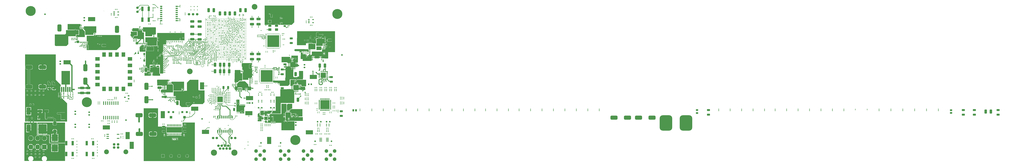
<source format=gtl>
G04*
G04 #@! TF.GenerationSoftware,Altium Limited,Altium Designer,23.11.1 (41)*
G04*
G04 Layer_Physical_Order=1*
G04 Layer_Color=255*
%FSLAX44Y44*%
%MOMM*%
G71*
G04*
G04 #@! TF.SameCoordinates,2A2BF33C-356B-47B5-B991-195B9626E357*
G04*
G04*
G04 #@! TF.FilePolarity,Positive*
G04*
G01*
G75*
%ADD10C,0.2540*%
%ADD22C,0.2286*%
G04:AMPARAMS|DCode=43|XSize=4.4mm|YSize=2.5mm|CornerRadius=0.625mm|HoleSize=0mm|Usage=FLASHONLY|Rotation=0.000|XOffset=0mm|YOffset=0mm|HoleType=Round|Shape=RoundedRectangle|*
%AMROUNDEDRECTD43*
21,1,4.4000,1.2500,0,0,0.0*
21,1,3.1500,2.5000,0,0,0.0*
1,1,1.2500,1.5750,-0.6250*
1,1,1.2500,-1.5750,-0.6250*
1,1,1.2500,-1.5750,0.6250*
1,1,1.2500,1.5750,0.6250*
%
%ADD43ROUNDEDRECTD43*%
%ADD44R,0.7620X1.7018*%
G04:AMPARAMS|DCode=45|XSize=1.7018mm|YSize=0.762mm|CornerRadius=0.1905mm|HoleSize=0mm|Usage=FLASHONLY|Rotation=270.000|XOffset=0mm|YOffset=0mm|HoleType=Round|Shape=RoundedRectangle|*
%AMROUNDEDRECTD45*
21,1,1.7018,0.3810,0,0,270.0*
21,1,1.3208,0.7620,0,0,270.0*
1,1,0.3810,-0.1905,-0.6604*
1,1,0.3810,-0.1905,0.6604*
1,1,0.3810,0.1905,0.6604*
1,1,0.3810,0.1905,-0.6604*
%
%ADD45ROUNDEDRECTD45*%
G04:AMPARAMS|DCode=46|XSize=1.8034mm|YSize=1.1938mm|CornerRadius=0.203mm|HoleSize=0mm|Usage=FLASHONLY|Rotation=180.000|XOffset=0mm|YOffset=0mm|HoleType=Round|Shape=RoundedRectangle|*
%AMROUNDEDRECTD46*
21,1,1.8034,0.7879,0,0,180.0*
21,1,1.3975,1.1938,0,0,180.0*
1,1,0.4059,-0.6988,0.3940*
1,1,0.4059,0.6988,0.3940*
1,1,0.4059,0.6988,-0.3940*
1,1,0.4059,-0.6988,-0.3940*
%
%ADD46ROUNDEDRECTD46*%
G04:AMPARAMS|DCode=47|XSize=2.5mm|YSize=1.5mm|CornerRadius=0.3mm|HoleSize=0mm|Usage=FLASHONLY|Rotation=90.000|XOffset=0mm|YOffset=0mm|HoleType=Round|Shape=RoundedRectangle|*
%AMROUNDEDRECTD47*
21,1,2.5000,0.9000,0,0,90.0*
21,1,1.9000,1.5000,0,0,90.0*
1,1,0.6000,0.4500,0.9500*
1,1,0.6000,0.4500,-0.9500*
1,1,0.6000,-0.4500,-0.9500*
1,1,0.6000,-0.4500,0.9500*
%
%ADD47ROUNDEDRECTD47*%
G04:AMPARAMS|DCode=48|XSize=1.397mm|YSize=1.0922mm|CornerRadius=0.2021mm|HoleSize=0mm|Usage=FLASHONLY|Rotation=180.000|XOffset=0mm|YOffset=0mm|HoleType=Round|Shape=RoundedRectangle|*
%AMROUNDEDRECTD48*
21,1,1.3970,0.6881,0,0,180.0*
21,1,0.9929,1.0922,0,0,180.0*
1,1,0.4041,-0.4964,0.3440*
1,1,0.4041,0.4964,0.3440*
1,1,0.4041,0.4964,-0.3440*
1,1,0.4041,-0.4964,-0.3440*
%
%ADD48ROUNDEDRECTD48*%
G04:AMPARAMS|DCode=49|XSize=0.508mm|YSize=0.508mm|CornerRadius=0.1524mm|HoleSize=0mm|Usage=FLASHONLY|Rotation=180.000|XOffset=0mm|YOffset=0mm|HoleType=Round|Shape=RoundedRectangle|*
%AMROUNDEDRECTD49*
21,1,0.5080,0.2032,0,0,180.0*
21,1,0.2032,0.5080,0,0,180.0*
1,1,0.3048,-0.1016,0.1016*
1,1,0.3048,0.1016,0.1016*
1,1,0.3048,0.1016,-0.1016*
1,1,0.3048,-0.1016,-0.1016*
%
%ADD49ROUNDEDRECTD49*%
%ADD50R,0.4572X0.3048*%
G04:AMPARAMS|DCode=51|XSize=7.8mm|YSize=9.6mm|CornerRadius=1.95mm|HoleSize=0mm|Usage=FLASHONLY|Rotation=0.000|XOffset=0mm|YOffset=0mm|HoleType=Round|Shape=RoundedRectangle|*
%AMROUNDEDRECTD51*
21,1,7.8000,5.7000,0,0,0.0*
21,1,3.9000,9.6000,0,0,0.0*
1,1,3.9000,1.9500,-2.8500*
1,1,3.9000,-1.9500,-2.8500*
1,1,3.9000,-1.9500,2.8500*
1,1,3.9000,1.9500,2.8500*
%
%ADD51ROUNDEDRECTD51*%
G04:AMPARAMS|DCode=52|XSize=1.397mm|YSize=1.0922mm|CornerRadius=0.2021mm|HoleSize=0mm|Usage=FLASHONLY|Rotation=90.000|XOffset=0mm|YOffset=0mm|HoleType=Round|Shape=RoundedRectangle|*
%AMROUNDEDRECTD52*
21,1,1.3970,0.6881,0,0,90.0*
21,1,0.9929,1.0922,0,0,90.0*
1,1,0.4041,0.3440,0.4964*
1,1,0.4041,0.3440,-0.4964*
1,1,0.4041,-0.3440,-0.4964*
1,1,0.4041,-0.3440,0.4964*
%
%ADD52ROUNDEDRECTD52*%
G04:AMPARAMS|DCode=55|XSize=2.5mm|YSize=1.5mm|CornerRadius=0.3mm|HoleSize=0mm|Usage=FLASHONLY|Rotation=180.000|XOffset=0mm|YOffset=0mm|HoleType=Round|Shape=RoundedRectangle|*
%AMROUNDEDRECTD55*
21,1,2.5000,0.9000,0,0,180.0*
21,1,1.9000,1.5000,0,0,180.0*
1,1,0.6000,-0.9500,0.4500*
1,1,0.6000,0.9500,0.4500*
1,1,0.6000,0.9500,-0.4500*
1,1,0.6000,-0.9500,-0.4500*
%
%ADD55ROUNDEDRECTD55*%
G04:AMPARAMS|DCode=56|XSize=0.24mm|YSize=0.6mm|CornerRadius=0.0492mm|HoleSize=0mm|Usage=FLASHONLY|Rotation=270.000|XOffset=0mm|YOffset=0mm|HoleType=Round|Shape=RoundedRectangle|*
%AMROUNDEDRECTD56*
21,1,0.2400,0.5016,0,0,270.0*
21,1,0.1416,0.6000,0,0,270.0*
1,1,0.0984,-0.2508,-0.0708*
1,1,0.0984,-0.2508,0.0708*
1,1,0.0984,0.2508,0.0708*
1,1,0.0984,0.2508,-0.0708*
%
%ADD56ROUNDEDRECTD56*%
%ADD57R,0.9500X0.6000*%
%ADD58R,0.6000X0.9500*%
G04:AMPARAMS|DCode=59|XSize=1.6mm|YSize=1.7mm|CornerRadius=0.4mm|HoleSize=0mm|Usage=FLASHONLY|Rotation=270.000|XOffset=0mm|YOffset=0mm|HoleType=Round|Shape=RoundedRectangle|*
%AMROUNDEDRECTD59*
21,1,1.6000,0.9000,0,0,270.0*
21,1,0.8000,1.7000,0,0,270.0*
1,1,0.8000,-0.4500,-0.4000*
1,1,0.8000,-0.4500,0.4000*
1,1,0.8000,0.4500,0.4000*
1,1,0.8000,0.4500,-0.4000*
%
%ADD59ROUNDEDRECTD59*%
%ADD60R,2.8000X2.8000*%
%ADD61R,1.7000X1.6000*%
%ADD62R,3.1000X2.3500*%
G04:AMPARAMS|DCode=63|XSize=0.508mm|YSize=0.508mm|CornerRadius=0.1524mm|HoleSize=0mm|Usage=FLASHONLY|Rotation=90.000|XOffset=0mm|YOffset=0mm|HoleType=Round|Shape=RoundedRectangle|*
%AMROUNDEDRECTD63*
21,1,0.5080,0.2032,0,0,90.0*
21,1,0.2032,0.5080,0,0,90.0*
1,1,0.3048,0.1016,0.1016*
1,1,0.3048,0.1016,-0.1016*
1,1,0.3048,-0.1016,-0.1016*
1,1,0.3048,-0.1016,0.1016*
%
%ADD63ROUNDEDRECTD63*%
%ADD64C,0.4500*%
G04:AMPARAMS|DCode=65|XSize=1mm|YSize=0.8mm|CornerRadius=0.2mm|HoleSize=0mm|Usage=FLASHONLY|Rotation=180.000|XOffset=0mm|YOffset=0mm|HoleType=Round|Shape=RoundedRectangle|*
%AMROUNDEDRECTD65*
21,1,1.0000,0.4000,0,0,180.0*
21,1,0.6000,0.8000,0,0,180.0*
1,1,0.4000,-0.3000,0.2000*
1,1,0.4000,0.3000,0.2000*
1,1,0.4000,0.3000,-0.2000*
1,1,0.4000,-0.3000,-0.2000*
%
%ADD65ROUNDEDRECTD65*%
%ADD66R,0.7112X1.0160*%
%ADD67R,2.3500X3.1000*%
%ADD68R,1.6000X1.7000*%
%ADD69R,2.8000X2.8000*%
G04:AMPARAMS|DCode=70|XSize=1.6mm|YSize=1.7mm|CornerRadius=0.4mm|HoleSize=0mm|Usage=FLASHONLY|Rotation=0.000|XOffset=0mm|YOffset=0mm|HoleType=Round|Shape=RoundedRectangle|*
%AMROUNDEDRECTD70*
21,1,1.6000,0.9000,0,0,0.0*
21,1,0.8000,1.7000,0,0,0.0*
1,1,0.8000,0.4000,-0.4500*
1,1,0.8000,-0.4000,-0.4500*
1,1,0.8000,-0.4000,0.4500*
1,1,0.8000,0.4000,0.4500*
%
%ADD70ROUNDEDRECTD70*%
G04:AMPARAMS|DCode=71|XSize=4.4mm|YSize=2.5mm|CornerRadius=0.625mm|HoleSize=0mm|Usage=FLASHONLY|Rotation=270.000|XOffset=0mm|YOffset=0mm|HoleType=Round|Shape=RoundedRectangle|*
%AMROUNDEDRECTD71*
21,1,4.4000,1.2500,0,0,270.0*
21,1,3.1500,2.5000,0,0,270.0*
1,1,1.2500,-0.6250,-1.5750*
1,1,1.2500,-0.6250,1.5750*
1,1,1.2500,0.6250,1.5750*
1,1,1.2500,0.6250,-1.5750*
%
%ADD71ROUNDEDRECTD71*%
%ADD72O,0.2300X0.8000*%
%ADD73O,0.8000X0.2300*%
%ADD74R,7.4000X7.4000*%
%ADD75R,0.3048X0.4572*%
G04:AMPARAMS|DCode=76|XSize=1.8034mm|YSize=1.1938mm|CornerRadius=0.203mm|HoleSize=0mm|Usage=FLASHONLY|Rotation=90.000|XOffset=0mm|YOffset=0mm|HoleType=Round|Shape=RoundedRectangle|*
%AMROUNDEDRECTD76*
21,1,1.8034,0.7879,0,0,90.0*
21,1,1.3975,1.1938,0,0,90.0*
1,1,0.4059,0.3940,0.6988*
1,1,0.4059,0.3940,-0.6988*
1,1,0.4059,-0.3940,-0.6988*
1,1,0.4059,-0.3940,0.6988*
%
%ADD76ROUNDEDRECTD76*%
%ADD84R,1.0160X0.7112*%
G04:AMPARAMS|DCode=85|XSize=2.26mm|YSize=2.16mm|CornerRadius=0.54mm|HoleSize=0mm|Usage=FLASHONLY|Rotation=180.000|XOffset=0mm|YOffset=0mm|HoleType=Round|Shape=RoundedRectangle|*
%AMROUNDEDRECTD85*
21,1,2.2600,1.0800,0,0,180.0*
21,1,1.1800,2.1600,0,0,180.0*
1,1,1.0800,-0.5900,0.5400*
1,1,1.0800,0.5900,0.5400*
1,1,1.0800,0.5900,-0.5400*
1,1,1.0800,-0.5900,-0.5400*
%
%ADD85ROUNDEDRECTD85*%
%ADD86R,2.5000X1.7000*%
%ADD87R,0.9500X2.0000*%
%ADD88R,5.1500X6.0000*%
%ADD89R,3.8100X4.2418*%
%ADD90R,2.1000X2.1000*%
%ADD91O,0.8000X0.2000*%
%ADD92O,0.2000X0.8000*%
%ADD94R,1.6500X0.6000*%
%ADD97R,0.8000X0.2500*%
%ADD98R,0.2500X0.8000*%
G04:AMPARAMS|DCode=99|XSize=3.4mm|YSize=3.4mm|CornerRadius=0mm|HoleSize=0mm|Usage=FLASHONLY|Rotation=90.000|XOffset=0mm|YOffset=0mm|HoleType=Round|Shape=RoundedRectangle|*
%AMROUNDEDRECTD99*
21,1,3.4000,3.4000,0,0,90.0*
21,1,3.4000,3.4000,0,0,90.0*
1,1,0.0000,1.7000,1.7000*
1,1,0.0000,1.7000,-1.7000*
1,1,0.0000,-1.7000,-1.7000*
1,1,0.0000,-1.7000,1.7000*
%
%ADD99ROUNDEDRECTD99*%
%ADD100O,0.2800X0.8500*%
%ADD101O,0.8500X0.2800*%
%ADD102R,5.6000X5.6000*%
%ADD103R,0.6400X0.6100*%
%ADD104O,1.8000X0.4000*%
G04:AMPARAMS|DCode=105|XSize=0.59mm|YSize=0.45mm|CornerRadius=0.1125mm|HoleSize=0mm|Usage=FLASHONLY|Rotation=90.000|XOffset=0mm|YOffset=0mm|HoleType=Round|Shape=RoundedRectangle|*
%AMROUNDEDRECTD105*
21,1,0.5900,0.2250,0,0,90.0*
21,1,0.3650,0.4500,0,0,90.0*
1,1,0.2250,0.1125,0.1825*
1,1,0.2250,0.1125,-0.1825*
1,1,0.2250,-0.1125,-0.1825*
1,1,0.2250,-0.1125,0.1825*
%
%ADD105ROUNDEDRECTD105*%
%ADD106R,0.4500X0.5900*%
%ADD107O,0.3000X1.6000*%
%ADD108R,1.6000X1.5000*%
G04:AMPARAMS|DCode=109|XSize=1.2mm|YSize=1.2mm|CornerRadius=0.3mm|HoleSize=0mm|Usage=FLASHONLY|Rotation=180.000|XOffset=0mm|YOffset=0mm|HoleType=Round|Shape=RoundedRectangle|*
%AMROUNDEDRECTD109*
21,1,1.2000,0.6000,0,0,180.0*
21,1,0.6000,1.2000,0,0,180.0*
1,1,0.6000,-0.3000,0.3000*
1,1,0.6000,0.3000,0.3000*
1,1,0.6000,0.3000,-0.3000*
1,1,0.6000,-0.3000,-0.3000*
%
%ADD109ROUNDEDRECTD109*%
%ADD110R,1.2000X1.2000*%
G04:AMPARAMS|DCode=112|XSize=1mm|YSize=0.8mm|CornerRadius=0.2mm|HoleSize=0mm|Usage=FLASHONLY|Rotation=90.000|XOffset=0mm|YOffset=0mm|HoleType=Round|Shape=RoundedRectangle|*
%AMROUNDEDRECTD112*
21,1,1.0000,0.4000,0,0,90.0*
21,1,0.6000,0.8000,0,0,90.0*
1,1,0.4000,0.2000,0.3000*
1,1,0.4000,0.2000,-0.3000*
1,1,0.4000,-0.2000,-0.3000*
1,1,0.4000,-0.2000,0.3000*
%
%ADD112ROUNDEDRECTD112*%
%ADD113R,1.3970X0.6350*%
G04:AMPARAMS|DCode=114|XSize=3.06mm|YSize=0.89mm|CornerRadius=0.2225mm|HoleSize=0mm|Usage=FLASHONLY|Rotation=90.000|XOffset=0mm|YOffset=0mm|HoleType=Round|Shape=RoundedRectangle|*
%AMROUNDEDRECTD114*
21,1,3.0600,0.4450,0,0,90.0*
21,1,2.6150,0.8900,0,0,90.0*
1,1,0.4450,0.2225,1.3075*
1,1,0.4450,0.2225,-1.3075*
1,1,0.4450,-0.2225,-1.3075*
1,1,0.4450,-0.2225,1.3075*
%
%ADD114ROUNDEDRECTD114*%
%ADD161R,3.1500X3.1500*%
G04:AMPARAMS|DCode=163|XSize=3.15mm|YSize=3.15mm|CornerRadius=0.1575mm|HoleSize=0mm|Usage=FLASHONLY|Rotation=270.000|XOffset=0mm|YOffset=0mm|HoleType=Round|Shape=RoundedRectangle|*
%AMROUNDEDRECTD163*
21,1,3.1500,2.8350,0,0,270.0*
21,1,2.8350,3.1500,0,0,270.0*
1,1,0.3150,-1.4175,-1.4175*
1,1,0.3150,-1.4175,1.4175*
1,1,0.3150,1.4175,1.4175*
1,1,0.3150,1.4175,-1.4175*
%
%ADD163ROUNDEDRECTD163*%
G04:AMPARAMS|DCode=172|XSize=3.15mm|YSize=3.15mm|CornerRadius=0.1575mm|HoleSize=0mm|Usage=FLASHONLY|Rotation=0.000|XOffset=0mm|YOffset=0mm|HoleType=Round|Shape=RoundedRectangle|*
%AMROUNDEDRECTD172*
21,1,3.1500,2.8350,0,0,0.0*
21,1,2.8350,3.1500,0,0,0.0*
1,1,0.3150,1.4175,-1.4175*
1,1,0.3150,-1.4175,-1.4175*
1,1,0.3150,-1.4175,1.4175*
1,1,0.3150,1.4175,1.4175*
%
%ADD172ROUNDEDRECTD172*%
%ADD216C,0.2384*%
%ADD217C,0.1225*%
%ADD218R,3.1000X2.2000*%
%ADD219R,1.6000X1.7000*%
%ADD220R,1.1000X2.2500*%
%ADD221R,1.4000X1.2400*%
%ADD222R,2.0400X3.0500*%
%ADD223C,1.0000*%
G04:AMPARAMS|DCode=224|XSize=2.4mm|YSize=1.65mm|CornerRadius=0.0413mm|HoleSize=0mm|Usage=FLASHONLY|Rotation=270.000|XOffset=0mm|YOffset=0mm|HoleType=Round|Shape=RoundedRectangle|*
%AMROUNDEDRECTD224*
21,1,2.4000,1.5675,0,0,270.0*
21,1,2.3175,1.6500,0,0,270.0*
1,1,0.0825,-0.7838,-1.1588*
1,1,0.0825,-0.7838,1.1588*
1,1,0.0825,0.7838,1.1588*
1,1,0.0825,0.7838,-1.1588*
%
%ADD224ROUNDEDRECTD224*%
%ADD225R,4.5000X2.5300*%
%ADD226R,2.5300X4.5000*%
%ADD227R,1.9500X1.5500*%
%ADD228R,2.8000X2.3000*%
%ADD229R,2.3000X2.8000*%
G04:AMPARAMS|DCode=230|XSize=0.95mm|YSize=0.3mm|CornerRadius=0.075mm|HoleSize=0mm|Usage=FLASHONLY|Rotation=0.000|XOffset=0mm|YOffset=0mm|HoleType=Round|Shape=RoundedRectangle|*
%AMROUNDEDRECTD230*
21,1,0.9500,0.1500,0,0,0.0*
21,1,0.8000,0.3000,0,0,0.0*
1,1,0.1500,0.4000,-0.0750*
1,1,0.1500,-0.4000,-0.0750*
1,1,0.1500,-0.4000,0.0750*
1,1,0.1500,0.4000,0.0750*
%
%ADD230ROUNDEDRECTD230*%
G04:AMPARAMS|DCode=231|XSize=0.35mm|YSize=1mm|CornerRadius=0.0875mm|HoleSize=0mm|Usage=FLASHONLY|Rotation=0.000|XOffset=0mm|YOffset=0mm|HoleType=Round|Shape=RoundedRectangle|*
%AMROUNDEDRECTD231*
21,1,0.3500,0.8250,0,0,0.0*
21,1,0.1750,1.0000,0,0,0.0*
1,1,0.1750,0.0875,-0.4125*
1,1,0.1750,-0.0875,-0.4125*
1,1,0.1750,-0.0875,0.4125*
1,1,0.1750,0.0875,0.4125*
%
%ADD231ROUNDEDRECTD231*%
G04:AMPARAMS|DCode=232|XSize=0.35mm|YSize=1mm|CornerRadius=0.0875mm|HoleSize=0mm|Usage=FLASHONLY|Rotation=270.000|XOffset=0mm|YOffset=0mm|HoleType=Round|Shape=RoundedRectangle|*
%AMROUNDEDRECTD232*
21,1,0.3500,0.8250,0,0,270.0*
21,1,0.1750,1.0000,0,0,270.0*
1,1,0.1750,-0.4125,-0.0875*
1,1,0.1750,-0.4125,0.0875*
1,1,0.1750,0.4125,0.0875*
1,1,0.1750,0.4125,-0.0875*
%
%ADD232ROUNDEDRECTD232*%
%ADD233R,1.4000X2.7500*%
G04:AMPARAMS|DCode=234|XSize=0.3mm|YSize=0.45mm|CornerRadius=0.075mm|HoleSize=0mm|Usage=FLASHONLY|Rotation=90.000|XOffset=0mm|YOffset=0mm|HoleType=Round|Shape=RoundedRectangle|*
%AMROUNDEDRECTD234*
21,1,0.3000,0.3000,0,0,90.0*
21,1,0.1500,0.4500,0,0,90.0*
1,1,0.1500,0.1500,0.0750*
1,1,0.1500,0.1500,-0.0750*
1,1,0.1500,-0.1500,-0.0750*
1,1,0.1500,-0.1500,0.0750*
%
%ADD234ROUNDEDRECTD234*%
%ADD235R,0.5590X2.2990*%
G04:AMPARAMS|DCode=236|XSize=0.65mm|YSize=0.85mm|CornerRadius=0.1625mm|HoleSize=0mm|Usage=FLASHONLY|Rotation=180.000|XOffset=0mm|YOffset=0mm|HoleType=Round|Shape=RoundedRectangle|*
%AMROUNDEDRECTD236*
21,1,0.6500,0.5250,0,0,180.0*
21,1,0.3250,0.8500,0,0,180.0*
1,1,0.3250,-0.1625,0.2625*
1,1,0.3250,0.1625,0.2625*
1,1,0.3250,0.1625,-0.2625*
1,1,0.3250,-0.1625,-0.2625*
%
%ADD236ROUNDEDRECTD236*%
%ADD237R,9.7000X3.4000*%
%ADD238R,1.0500X0.6000*%
%ADD239R,5.3500X8.5400*%
%ADD240C,0.5080*%
%ADD241C,1.0160*%
%ADD242C,1.2700*%
%ADD243C,0.3810*%
%ADD244C,0.2398*%
%ADD245C,0.7620*%
%ADD246C,0.1616*%
%ADD247C,0.2172*%
%ADD248C,0.2191*%
%ADD249R,2.3000X2.2500*%
%ADD250C,6.2000*%
%ADD251C,3.5000*%
%ADD252C,2.2000*%
%ADD253C,3.0000*%
%ADD254R,3.0000X3.0000*%
%ADD255R,1.9050X1.9050*%
%ADD256C,1.9050*%
%ADD257C,1.6000*%
%ADD258C,0.6000*%
%ADD259C,1.5240*%
G04:AMPARAMS|DCode=260|XSize=1.524mm|YSize=1.524mm|CornerRadius=0mm|HoleSize=0mm|Usage=FLASHONLY|Rotation=0.000|XOffset=0mm|YOffset=0mm|HoleType=Round|Shape=Octagon|*
%AMOCTAGOND260*
4,1,8,0.7620,-0.3810,0.7620,0.3810,0.3810,0.7620,-0.3810,0.7620,-0.7620,0.3810,-0.7620,-0.3810,-0.3810,-0.7620,0.3810,-0.7620,0.7620,-0.3810,0.0*
%
%ADD260OCTAGOND260*%

%ADD261C,3.8100*%
%ADD262C,0.7620*%
%ADD263C,0.5000*%
%ADD264C,0.3048*%
%ADD265C,0.5080*%
%ADD266C,0.7112*%
%ADD267C,0.5588*%
G36*
X1690370Y880110D02*
X1673860Y863600D01*
X1590992D01*
Y867872D01*
X1569968D01*
Y863600D01*
X1548992D01*
Y867872D01*
X1527968D01*
Y863600D01*
X1506220D01*
Y984250D01*
X1690370D01*
Y880110D01*
D02*
G37*
G36*
X363220Y867410D02*
Y857250D01*
X358140Y852170D01*
X358140Y852170D01*
X356870Y850900D01*
X356870Y849630D01*
X357721Y847443D01*
Y837722D01*
X364182D01*
X366721Y837722D01*
X367785Y837722D01*
X375920Y837722D01*
X378460Y835876D01*
Y834390D01*
X389890Y822960D01*
Y787400D01*
X334510D01*
X334260Y789940D01*
X335001Y790087D01*
X335841Y790649D01*
X336403Y791489D01*
X336600Y792480D01*
X336600Y801320D01*
X351790D01*
X352781Y801517D01*
X353621Y802079D01*
X354183Y802919D01*
X354380Y803910D01*
Y829241D01*
X354331Y829486D01*
X354332Y829736D01*
X354233Y829977D01*
X354183Y830232D01*
X354044Y830440D01*
X353949Y830671D01*
X353766Y830856D01*
X353621Y831072D01*
X353414Y831211D01*
X353238Y831389D01*
X352819Y831671D01*
Y831984D01*
X352355D01*
X351252Y832727D01*
X351012Y832828D01*
X350796Y832973D01*
X350551Y833021D01*
X350320Y833118D01*
X350060Y833119D01*
X349804Y833170D01*
X334602D01*
X334076Y834440D01*
X332790Y835726D01*
X331109Y836422D01*
X329291D01*
X327610Y835726D01*
X326324Y834440D01*
X325798Y833170D01*
X283475D01*
X283210Y833434D01*
Y868680D01*
X362694D01*
X363220Y867410D01*
D02*
G37*
G36*
X830580Y847090D02*
Y803910D01*
X824002D01*
Y803943D01*
X812978D01*
Y803910D01*
X811530D01*
X807720Y800100D01*
Y792480D01*
X767080D01*
X765810Y793750D01*
Y820420D01*
X751840D01*
X750570Y821690D01*
Y848360D01*
X829310D01*
X830580Y847090D01*
D02*
G37*
G36*
X461010Y814070D02*
X445770D01*
X443230Y811530D01*
Y801370D01*
X392480D01*
Y822960D01*
X392283Y823951D01*
X391721Y824791D01*
X391160Y825352D01*
Y828040D01*
X383540Y835660D01*
Y854710D01*
X461010D01*
Y814070D01*
D02*
G37*
G36*
X610870Y797560D02*
Y730250D01*
X586740Y706120D01*
X401320D01*
Y745668D01*
X403737Y747560D01*
X404484Y747320D01*
Y740327D01*
X404636Y739561D01*
X405070Y738913D01*
X407985Y735997D01*
X408271Y735306D01*
Y732832D01*
X408046D01*
Y726736D01*
X408332D01*
Y722672D01*
X408046D01*
Y716576D01*
X408046D01*
X407924Y714195D01*
X407924Y714086D01*
Y713285D01*
X408272Y712445D01*
X408915Y711802D01*
X409755Y711454D01*
X410665D01*
X411505Y711802D01*
X412148Y712445D01*
X412496Y713285D01*
Y714086D01*
X412617Y716576D01*
X412617D01*
Y722672D01*
X412331D01*
Y726736D01*
X412617D01*
Y732832D01*
X412270D01*
Y735600D01*
X412496Y736145D01*
Y737055D01*
X412148Y737895D01*
X411505Y738538D01*
X410813Y738825D01*
X408483Y741155D01*
Y749222D01*
X410246D01*
Y760246D01*
X402721Y760246D01*
X401320Y762205D01*
Y796290D01*
X443789D01*
X444100Y796601D01*
X446222Y795722D01*
Y795722D01*
X457245D01*
Y800100D01*
X608330D01*
X610870Y797560D01*
D02*
G37*
G36*
X683969Y821129D02*
X684809Y820567D01*
X685800Y820370D01*
X714465D01*
Y797335D01*
X698295D01*
X697304Y797138D01*
X696464Y796577D01*
X691589Y791701D01*
X691142Y791033D01*
X687070Y791210D01*
X685916D01*
X685850Y791276D01*
X684169Y791972D01*
X682351D01*
X680670Y791276D01*
X680604Y791210D01*
X675640D01*
Y821690D01*
X683594D01*
X683969Y821129D01*
D02*
G37*
G36*
X1880820Y779558D02*
Y769072D01*
X1881017Y768081D01*
X1881579Y767241D01*
Y766919D01*
X1881017Y766079D01*
X1880820Y765088D01*
Y755257D01*
X1881017Y754266D01*
X1881579Y753425D01*
X1882419Y752864D01*
X1883410Y752667D01*
X1884680D01*
Y748030D01*
X1866900D01*
Y732790D01*
X1828800D01*
X1826260Y735330D01*
Y745753D01*
X1827251Y746163D01*
X1828091Y746725D01*
X1828653Y747565D01*
X1828850Y748556D01*
Y766350D01*
X1828808Y766559D01*
X1828815Y766773D01*
X1828710Y767050D01*
X1828653Y767341D01*
X1828534Y767519D01*
X1828458Y767719D01*
X1828256Y767935D01*
X1828091Y768181D01*
X1827914Y768300D01*
X1827767Y768456D01*
X1827307Y768785D01*
X1827288Y768828D01*
X1827121Y769473D01*
X1827084Y770190D01*
X1827121Y770906D01*
X1827288Y771552D01*
X1827307Y771595D01*
X1827767Y771924D01*
X1827914Y772080D01*
X1828091Y772199D01*
X1828256Y772445D01*
X1828458Y772661D01*
X1828534Y772861D01*
X1828653Y773039D01*
X1828710Y773330D01*
X1828815Y773607D01*
X1828808Y773821D01*
X1828850Y774030D01*
Y777190D01*
X1838682D01*
X1839673Y777387D01*
X1840513Y777949D01*
X1842345Y779780D01*
X1851124D01*
X1851182Y779728D01*
X1851507Y779411D01*
X1851556Y779391D01*
X1851595Y779356D01*
X1852023Y779204D01*
X1852445Y779035D01*
X1853119Y778910D01*
X1853359Y778912D01*
X1853594Y778866D01*
X1853859Y778918D01*
X1854130Y778922D01*
X1854350Y779016D01*
X1854585Y779063D01*
X1854810Y779213D01*
X1855059Y779319D01*
X1855226Y779491D01*
X1855425Y779624D01*
X1855581Y779780D01*
X1861219D01*
X1862054Y778533D01*
X1862088Y778500D01*
X1862108Y778456D01*
X1862445Y778144D01*
X1862770Y777820D01*
X1862814Y777801D01*
X1862849Y777769D01*
X1863165Y777574D01*
X1863359Y777502D01*
X1863531Y777387D01*
X1863828Y777328D01*
X1864113Y777223D01*
X1864319Y777231D01*
X1864522Y777190D01*
X1873933D01*
X1874924Y777387D01*
X1875764Y777949D01*
X1876326Y778789D01*
X1876523Y779780D01*
X1880782D01*
X1880820Y779558D01*
D02*
G37*
G36*
X724478Y840443D02*
Y829419D01*
X730938D01*
X733478Y829419D01*
X734542Y829419D01*
X742478Y829419D01*
X743542Y829419D01*
X746240D01*
Y818814D01*
X748444Y816610D01*
X756920Y816610D01*
Y777240D01*
X754380Y774700D01*
X718820D01*
X715010Y778510D01*
X695028D01*
X694541Y779686D01*
X693420Y780807D01*
Y789870D01*
X698295Y794745D01*
X717055D01*
Y822185D01*
X716280Y822960D01*
X685800D01*
Y842010D01*
X686228Y842438D01*
X723163D01*
X724478Y840443D01*
D02*
G37*
G36*
X1008380Y767080D02*
X987020D01*
X986695Y767272D01*
X985057Y769239D01*
Y771271D01*
X984879Y772163D01*
X984374Y772919D01*
X983709Y773363D01*
Y777363D01*
X983996Y778055D01*
Y778965D01*
X983648Y779805D01*
X983005Y780448D01*
X982165Y780796D01*
X981255D01*
X980415Y780448D01*
X979772Y779805D01*
X979424Y778965D01*
Y778055D01*
X979711Y777363D01*
Y773363D01*
X979046Y772919D01*
X978541Y772163D01*
X978363Y771271D01*
Y769239D01*
X976725Y767272D01*
X976400Y767080D01*
X895350D01*
Y741680D01*
X876300D01*
Y695176D01*
X876153Y695042D01*
X873763Y694049D01*
X872871Y694227D01*
X870839D01*
X869947Y694049D01*
X869191Y693544D01*
X868686Y692788D01*
X868508Y691896D01*
Y689864D01*
X868686Y688972D01*
X869191Y688216D01*
X869863Y687767D01*
Y682563D01*
X869191Y682114D01*
X868742Y681442D01*
X859335D01*
X858572Y681291D01*
X857975Y680892D01*
X856234D01*
X855342Y680714D01*
X854586Y680209D01*
X854081Y679453D01*
X853903Y678561D01*
Y676529D01*
X854081Y675637D01*
X854586Y674881D01*
X854783Y672115D01*
X853378Y670654D01*
X851412D01*
X850720Y670941D01*
X849810D01*
X848970Y670593D01*
X848327Y669950D01*
X847979Y669110D01*
Y668200D01*
X848327Y667360D01*
X848970Y666717D01*
X849810Y666369D01*
X850720D01*
X851412Y666656D01*
X854142D01*
X854586Y665991D01*
X855342Y665486D01*
X856234Y665308D01*
X858266D01*
X859158Y665486D01*
X859914Y665991D01*
X860419Y666747D01*
X860597Y667639D01*
Y669671D01*
X860419Y670563D01*
X859914Y671319D01*
X859202Y671795D01*
X859158Y672045D01*
Y674155D01*
X859202Y674405D01*
X859914Y674881D01*
X860419Y675637D01*
X860597Y676529D01*
Y677458D01*
X868742D01*
X869191Y676786D01*
X869947Y676281D01*
X870839Y676103D01*
X872871D01*
X873763Y676281D01*
X876153Y675288D01*
X876300Y675154D01*
Y614680D01*
Y561340D01*
X875030Y560070D01*
X856506D01*
X855980Y561340D01*
Y614680D01*
X837361D01*
X836389Y617027D01*
X838316Y618953D01*
X839851D01*
X840743Y619131D01*
X841499Y619636D01*
X842004Y620392D01*
X842182Y621284D01*
Y623316D01*
X842004Y624208D01*
X841499Y624964D01*
X840743Y625469D01*
X839851Y625647D01*
X837819D01*
X836927Y625469D01*
X836171Y624964D01*
X835666Y624208D01*
X835488Y623316D01*
Y621781D01*
X829150Y615442D01*
X828018D01*
X826805Y614939D01*
X826545Y614680D01*
X792480D01*
Y580581D01*
X792289Y580390D01*
X778850D01*
Y584885D01*
X781233Y585914D01*
X786249D01*
X787209Y586312D01*
X787606Y587272D01*
Y588688D01*
X787209Y589647D01*
X786249Y590045D01*
X781233D01*
X780063Y590550D01*
X778850D01*
Y591074D01*
Y594567D01*
X778477Y595466D01*
X777578Y595838D01*
X776081D01*
Y599579D01*
X775987Y600048D01*
X775884Y600570D01*
X775807Y600754D01*
X775807Y600754D01*
X775807Y600754D01*
X775547Y601144D01*
X775246Y601594D01*
X775246Y601594D01*
X775246Y601594D01*
X775105Y601735D01*
X775105Y601735D01*
X775105Y601735D01*
X774655Y602036D01*
X774265Y602296D01*
X774265Y602296D01*
X774265Y602296D01*
X774081Y602372D01*
X773559Y602476D01*
X773090Y602569D01*
X771391D01*
X770922Y602476D01*
X770922D01*
X770868Y602465D01*
X768913Y603521D01*
X768468Y603939D01*
X768350Y604104D01*
Y718822D01*
X768460Y719373D01*
Y728138D01*
X771841Y731520D01*
X798248D01*
Y727152D01*
X771758D01*
Y700328D01*
X818282D01*
Y727152D01*
X802233D01*
Y731520D01*
X838476D01*
X838476Y731520D01*
Y731520D01*
X840912Y731267D01*
X841838Y731105D01*
X841838Y730900D01*
Y730504D01*
X842016Y729612D01*
X842521Y728856D01*
X843186Y728412D01*
Y724412D01*
X842899Y723720D01*
Y722810D01*
X843247Y721970D01*
X843890Y721327D01*
X844730Y720979D01*
X845640D01*
X846480Y721327D01*
X847123Y721970D01*
X847471Y722810D01*
Y723720D01*
X847184Y724412D01*
Y728412D01*
X847849Y728856D01*
X848354Y729612D01*
X848532Y730504D01*
Y732536D01*
X848354Y733428D01*
X847849Y734184D01*
X847093Y734689D01*
X846201Y734867D01*
X844169D01*
X843277Y734689D01*
X842521Y734184D01*
X842150Y733629D01*
X842016Y733428D01*
X841997Y733401D01*
X839470Y733650D01*
X839470Y734060D01*
Y741680D01*
Y761791D01*
X842010Y761884D01*
X843230Y760664D01*
X844911Y759968D01*
X846729D01*
X848410Y760664D01*
X849696Y761950D01*
X850392Y763631D01*
Y765449D01*
X849696Y767130D01*
X848410Y768416D01*
X846729Y769112D01*
X844911D01*
X843508Y768531D01*
X842878Y768567D01*
X840717Y769495D01*
X840588Y770124D01*
X841055Y770591D01*
X841751Y772272D01*
Y774090D01*
X841055Y775771D01*
X840195Y776630D01*
X840296Y777786D01*
X841715Y778537D01*
X843084Y778590D01*
X843230Y778444D01*
X844911Y777748D01*
X846729D01*
X848410Y778444D01*
X849696Y779730D01*
X850392Y781411D01*
Y783229D01*
X849696Y784910D01*
X848410Y786196D01*
X846729Y786892D01*
X844911D01*
X843230Y786196D01*
X842010Y784976D01*
X841649Y784989D01*
X839470Y785574D01*
Y812800D01*
X1008380D01*
Y767080D01*
D02*
G37*
G36*
X1941830Y824230D02*
X1943100Y823704D01*
Y745490D01*
Y693420D01*
X1901190D01*
Y655856D01*
X1899384Y654069D01*
X1862622Y654457D01*
Y657230D01*
X1862622Y657230D01*
X1862464Y658023D01*
X1862015Y658695D01*
X1862015Y658695D01*
X1861602Y659108D01*
Y667202D01*
X1855142D01*
X1852602Y667202D01*
X1851538Y667202D01*
X1845078D01*
Y657183D01*
X1843166Y654663D01*
X1816909Y654940D01*
Y668829D01*
X1816100Y668020D01*
X1799590D01*
Y647040D01*
X1799418Y646176D01*
Y644144D01*
X1799590Y643280D01*
Y642620D01*
X1795780Y638810D01*
X1742440D01*
Y650240D01*
X1731741D01*
X1729764Y652264D01*
X1731010Y690880D01*
X1741170D01*
X1742440Y689610D01*
Y680720D01*
X1761490D01*
X1762760Y679450D01*
Y671830D01*
X1769576D01*
X1770687Y669375D01*
X1769973Y668431D01*
X1769568Y668050D01*
X1768856Y668192D01*
X1766824D01*
X1765932Y668014D01*
X1765176Y667509D01*
X1764671Y666753D01*
X1764493Y665861D01*
Y663829D01*
X1764671Y662937D01*
X1765176Y662181D01*
X1765932Y661676D01*
X1766824Y661498D01*
X1768856D01*
X1769748Y661676D01*
X1770504Y662181D01*
X1771009Y662937D01*
X1771187Y663829D01*
Y663952D01*
X1771651Y664044D01*
X1772323Y664493D01*
X1775460Y667630D01*
X1778000Y666578D01*
Y670170D01*
X1783470Y675640D01*
X1799590D01*
Y695960D01*
X1800860Y697230D01*
X1861820D01*
X1863090Y698500D01*
Y711200D01*
X1883562D01*
X1882840Y711723D01*
X1882840Y712847D01*
Y725280D01*
X1885187Y726252D01*
X1892459Y718979D01*
X1893552Y718250D01*
X1894840Y717993D01*
X1896128Y718250D01*
X1897221Y718979D01*
X1897950Y720072D01*
X1898207Y721360D01*
X1897950Y722648D01*
X1897221Y723741D01*
X1890648Y730313D01*
X1891700Y732853D01*
X1906713D01*
Y721360D01*
X1906970Y720072D01*
X1907699Y718979D01*
X1908792Y718250D01*
X1910080Y717993D01*
X1911368Y718250D01*
X1912461Y718979D01*
X1913190Y720072D01*
X1913447Y721360D01*
Y735840D01*
X1913190Y737128D01*
X1912461Y738221D01*
X1912081Y738601D01*
X1910988Y739330D01*
X1909700Y739587D01*
X1891534D01*
X1886833Y744288D01*
X1886980Y746437D01*
X1887329Y747202D01*
X1888199Y747538D01*
X1888851Y747268D01*
X1890669D01*
X1892350Y747964D01*
X1892416Y748030D01*
D01*
D01*
X1893636Y749250D01*
X1894332Y750931D01*
Y752749D01*
X1893636Y754430D01*
X1892350Y755716D01*
X1890669Y756412D01*
X1888851D01*
X1887170Y755716D01*
X1886711Y755257D01*
X1883410D01*
Y765088D01*
X1888177D01*
X1888424Y764490D01*
X1889710Y763204D01*
X1891391Y762508D01*
X1893209D01*
X1894274Y762949D01*
X1896586Y762151D01*
X1897025Y761879D01*
X1897082Y761804D01*
X1897868Y760628D01*
X1899112Y759796D01*
X1900580Y759504D01*
X1919580D01*
X1921048Y759796D01*
X1922292Y760628D01*
X1923124Y761872D01*
X1923416Y763340D01*
Y772340D01*
X1923124Y773808D01*
X1922292Y775052D01*
X1921048Y775884D01*
X1919580Y776176D01*
X1900580D01*
X1899112Y775884D01*
X1897868Y775052D01*
X1897036Y773808D01*
X1896803Y772635D01*
X1896197Y772103D01*
X1894204Y771240D01*
X1893209Y771652D01*
X1891391D01*
X1889710Y770956D01*
X1888424Y769670D01*
X1888177Y769072D01*
X1883410D01*
Y779780D01*
X1883410D01*
X1882972Y782320D01*
X1883049Y782828D01*
X1884730Y783524D01*
X1886016Y784810D01*
X1886712Y786491D01*
Y788309D01*
X1886016Y789990D01*
X1884730Y791276D01*
X1883049Y791972D01*
X1881231D01*
X1879550Y791276D01*
X1878264Y789990D01*
X1877568Y788309D01*
Y787589D01*
X1874919Y784941D01*
X1874190Y783848D01*
X1873933Y782560D01*
Y779780D01*
X1864522D01*
X1864206Y779975D01*
X1862635Y782320D01*
X1862647Y782380D01*
Y784301D01*
X1863156Y784810D01*
X1863852Y786491D01*
Y788309D01*
X1863156Y789990D01*
X1861870Y791276D01*
X1860189Y791972D01*
X1858371D01*
X1856690Y791276D01*
X1855404Y789990D01*
X1854708Y788309D01*
Y786491D01*
X1855404Y784810D01*
X1854489Y782351D01*
X1853594Y781455D01*
X1852920Y781581D01*
X1851152Y783951D01*
Y785769D01*
X1850456Y787450D01*
X1849170Y788736D01*
X1847489Y789432D01*
X1845671D01*
X1843990Y788736D01*
X1842704Y787450D01*
X1842008Y785769D01*
Y783951D01*
X1842255Y783353D01*
X1838682Y779780D01*
X1826260D01*
Y774030D01*
X1825514Y773496D01*
X1823720Y772905D01*
X1823128Y773300D01*
X1822649Y773396D01*
X1822146Y774003D01*
X1821628Y775206D01*
X1821513Y776097D01*
X1821750Y776452D01*
X1822007Y777740D01*
Y789940D01*
X1821750Y791228D01*
X1821021Y792321D01*
X1819928Y793050D01*
X1818640Y793307D01*
X1817352Y793050D01*
X1816259Y792321D01*
X1815530Y791228D01*
X1815273Y789940D01*
Y779135D01*
X1810459Y774321D01*
X1809949Y773557D01*
X1793590D01*
X1793207Y773871D01*
Y789597D01*
X1797715D01*
X1799003Y789854D01*
X1800096Y790583D01*
X1805021Y795508D01*
X1805750Y796601D01*
X1806007Y797889D01*
Y802640D01*
X1805750Y803928D01*
X1805021Y805021D01*
X1803928Y805750D01*
X1802640Y806007D01*
X1801352Y805750D01*
X1800259Y805021D01*
X1799530Y803928D01*
X1799273Y802640D01*
Y799284D01*
X1796320Y796331D01*
X1788644D01*
X1787356Y796074D01*
X1786263Y795345D01*
X1785779Y794861D01*
X1785050Y793768D01*
X1784793Y792480D01*
Y791793D01*
X1785050Y790504D01*
X1785779Y789412D01*
X1786473Y788718D01*
Y770447D01*
X1737360D01*
X1736072Y770190D01*
X1734979Y769461D01*
X1734250Y768368D01*
X1733993Y767080D01*
X1734250Y765792D01*
X1734979Y764699D01*
X1736072Y763970D01*
X1737360Y763713D01*
X1787977D01*
X1788552Y763330D01*
X1789840Y763073D01*
X1791128Y763330D01*
X1792221Y764059D01*
X1794984Y766823D01*
X1821840D01*
X1823128Y767080D01*
X1823720Y767475D01*
X1825514Y766883D01*
X1826260Y766350D01*
Y748556D01*
X1824990Y748030D01*
X1806583D01*
X1805531Y750570D01*
X1808282Y753321D01*
X1808828Y753430D01*
X1809921Y754159D01*
X1810650Y755252D01*
X1810907Y756540D01*
X1810650Y757828D01*
X1809921Y758921D01*
X1808828Y759650D01*
X1807540Y759907D01*
X1806740D01*
X1805452Y759650D01*
X1804359Y758921D01*
X1800746Y755307D01*
X1765400D01*
X1764112Y755050D01*
X1763019Y754321D01*
X1762919Y754221D01*
X1762190Y753128D01*
X1761933Y751840D01*
X1762190Y750552D01*
X1762703Y749783D01*
X1762760Y749698D01*
Y747247D01*
X1762760D01*
X1762760Y747247D01*
Y736600D01*
X1708888D01*
X1706891Y738618D01*
X1708150Y824230D01*
X1824990D01*
X1941830D01*
D02*
G37*
G36*
X836902Y785238D02*
X837011Y784916D01*
X837077Y784583D01*
X837172Y784442D01*
X837226Y784281D01*
X837450Y784025D01*
X837639Y783743D01*
X837780Y783649D01*
X837892Y783521D01*
X838197Y783370D01*
X838200Y783368D01*
Y779251D01*
X838170Y779196D01*
X837998Y778981D01*
X837932Y778755D01*
X837821Y778549D01*
X837793Y778275D01*
X837716Y778011D01*
X837615Y776855D01*
X837628Y776742D01*
X837606Y776630D01*
X837683Y776243D01*
X837726Y775850D01*
X837781Y775751D01*
X837803Y775639D01*
X838022Y775311D01*
X838200Y774987D01*
Y771122D01*
X838195Y771115D01*
X838144Y770857D01*
X838045Y770614D01*
X838046Y770367D01*
X837998Y770124D01*
X838049Y769866D01*
X838051Y769604D01*
X838180Y768974D01*
X838200Y768927D01*
Y764007D01*
X838020Y763877D01*
X837639Y763622D01*
X837612Y763582D01*
X837573Y763554D01*
X837332Y763163D01*
X837077Y762782D01*
X837068Y762735D01*
X837043Y762693D01*
X836970Y762241D01*
X836880Y761791D01*
Y741680D01*
Y734110D01*
X802233D01*
X801241Y733913D01*
X800240Y733429D01*
X799239Y733913D01*
X798248Y734110D01*
X777240D01*
Y754380D01*
X765810D01*
Y786130D01*
X834653D01*
X836902Y785238D01*
D02*
G37*
G36*
X351790Y829241D02*
Y803910D01*
X334010D01*
X334010Y792480D01*
X287020D01*
X287022Y742952D01*
X275590Y731520D01*
X208280D01*
X203200Y736600D01*
Y803910D01*
X266700D01*
X273050Y810260D01*
Y830580D01*
X349804D01*
X351790Y829241D01*
D02*
G37*
G36*
X759263Y734253D02*
X753790Y728780D01*
X753374Y728157D01*
X751934Y727561D01*
X750719Y726346D01*
X750062Y724759D01*
Y723041D01*
X750719Y721454D01*
X751934Y720239D01*
X753521Y719582D01*
X755239D01*
X756826Y720239D01*
X758041Y721454D01*
X758698Y723041D01*
Y724759D01*
X758184Y726000D01*
X758865Y727098D01*
X759270Y727467D01*
X761726Y726429D01*
Y720768D01*
X756731Y715772D01*
X756011D01*
X754330Y715076D01*
X753044Y713790D01*
X752348Y712109D01*
Y710291D01*
X753044Y708610D01*
X754330Y707324D01*
X756011Y706628D01*
X757829D01*
X759510Y707324D01*
X760796Y708610D01*
X761492Y710291D01*
Y711011D01*
X763414Y712932D01*
X765760Y711960D01*
Y695960D01*
X732790D01*
X730250Y698500D01*
Y726389D01*
X732790Y726895D01*
X732939Y726534D01*
X734154Y725319D01*
X735741Y724662D01*
X737459D01*
X739046Y725319D01*
X740261Y726534D01*
X740918Y728121D01*
Y729839D01*
X740763Y730213D01*
X747150Y736600D01*
X758291D01*
X759263Y734253D01*
D02*
G37*
G36*
X1804752Y746199D02*
X1805592Y745637D01*
X1806583Y745440D01*
X1821180D01*
Y712470D01*
X1819910Y711200D01*
X1779270D01*
X1778000Y712470D01*
Y746760D01*
X1804377D01*
X1804752Y746199D01*
D02*
G37*
G36*
X801242Y724759D02*
X802233Y724562D01*
X815692D01*
Y702918D01*
X774348D01*
Y724562D01*
X798248D01*
X799239Y724759D01*
X800240Y725243D01*
X801242Y724759D01*
D02*
G37*
G36*
X1776169Y710639D02*
X1777439Y709369D01*
X1778279Y708807D01*
X1779270Y708610D01*
X1781078D01*
Y703480D01*
X1779300D01*
Y699210D01*
X1786590D01*
Y696670D01*
X1779300D01*
Y693420D01*
X1775413D01*
X1773857Y693993D01*
X1773000Y695467D01*
Y696341D01*
X1772684Y697927D01*
X1771786Y699271D01*
X1770442Y700169D01*
X1769110Y700434D01*
Y695325D01*
X1766570D01*
Y700434D01*
X1765238Y700169D01*
X1763894Y699271D01*
X1761626D01*
X1760282Y700169D01*
X1758950Y700434D01*
Y695325D01*
X1756410D01*
Y700434D01*
X1755078Y700169D01*
X1753734Y699271D01*
X1751466D01*
X1750122Y700169D01*
X1748790Y700434D01*
Y695325D01*
X1746250D01*
Y700434D01*
X1744918Y700169D01*
X1743574Y699271D01*
X1741306D01*
X1739962Y700169D01*
X1738630Y700434D01*
Y695325D01*
X1737360D01*
Y694055D01*
X1731670D01*
X1730850Y693663D01*
X1730019Y693273D01*
X1729633Y693015D01*
X1729239Y692769D01*
X1729214Y692735D01*
X1729179Y692711D01*
X1728921Y692325D01*
X1728651Y691948D01*
X1728641Y691906D01*
X1728617Y691871D01*
X1728527Y691416D01*
X1728422Y690964D01*
X1728419Y690880D01*
X1723390D01*
Y711200D01*
X1775794D01*
X1776169Y710639D01*
D02*
G37*
G36*
X1713230Y630061D02*
X1712798Y629894D01*
X1710690Y629638D01*
X1710625Y629735D01*
X1710084Y630097D01*
X1709445Y630224D01*
X1701195D01*
X1700556Y630097D01*
X1700015Y629735D01*
X1699653Y629194D01*
X1699526Y628555D01*
Y626805D01*
X1699653Y626166D01*
X1699815Y625924D01*
X1700015Y625297D01*
Y623563D01*
X1699815Y622936D01*
X1699653Y622694D01*
X1699526Y622055D01*
Y620305D01*
X1699653Y619666D01*
X1700015Y619125D01*
X1700556Y618763D01*
X1701195Y618636D01*
X1709445D01*
X1710084Y618763D01*
X1710625Y619125D01*
X1710690Y619222D01*
X1712798Y618966D01*
X1713230Y618799D01*
Y604061D01*
X1712798Y603894D01*
X1710690Y603638D01*
X1710625Y603735D01*
X1710084Y604097D01*
X1709445Y604224D01*
X1701195D01*
X1700556Y604097D01*
X1700015Y603735D01*
X1699653Y603194D01*
X1699526Y602555D01*
Y600805D01*
X1699545Y600710D01*
X1698520Y598823D01*
X1697968Y598170D01*
X1686600D01*
X1686413Y599113D01*
X1685851Y599953D01*
X1685011Y600515D01*
X1684020Y600712D01*
X1678249D01*
X1677976Y600658D01*
X1677699Y600653D01*
X1677486Y600560D01*
X1677258Y600515D01*
X1677027Y600360D01*
X1676772Y600250D01*
X1676611Y600083D01*
X1676418Y599953D01*
X1676263Y599722D01*
X1674820Y599615D01*
X1673377Y599722D01*
X1673222Y599953D01*
X1673029Y600083D01*
X1672868Y600250D01*
X1672613Y600360D01*
X1672382Y600515D01*
X1672154Y600560D01*
X1671942Y600653D01*
X1671664Y600658D01*
X1671391Y600712D01*
X1667362D01*
X1667352Y600760D01*
Y603458D01*
X1667155Y604449D01*
X1666593Y605289D01*
X1665531Y606351D01*
X1664970Y606726D01*
Y622292D01*
X1665753Y622447D01*
X1666593Y623009D01*
X1667155Y623849D01*
X1667352Y624840D01*
Y628600D01*
X1667362Y628648D01*
X1671391D01*
X1671664Y628702D01*
X1671942Y628707D01*
X1672154Y628800D01*
X1672382Y628845D01*
X1672613Y628999D01*
X1672868Y629110D01*
X1673029Y629277D01*
X1673222Y629407D01*
X1673377Y629638D01*
X1673570Y629837D01*
X1674218Y630846D01*
X1674352Y631185D01*
X1674521Y631507D01*
X1674805Y632460D01*
X1685290D01*
Y645124D01*
X1690226Y650061D01*
X1695513D01*
X1696670Y648904D01*
X1698351Y648208D01*
X1700169D01*
X1701850Y648904D01*
X1703136Y650190D01*
X1703832Y651871D01*
Y653689D01*
X1703136Y655370D01*
X1701850Y656656D01*
X1700169Y657352D01*
X1698351D01*
X1696670Y656656D01*
X1695513Y655499D01*
X1689100D01*
X1689100Y655499D01*
X1688059Y655292D01*
X1687367Y654829D01*
X1686611Y655002D01*
X1684827Y655945D01*
Y656336D01*
X1684649Y657228D01*
X1684144Y657984D01*
X1683388Y658489D01*
X1682496Y658667D01*
X1680464D01*
X1679572Y658489D01*
X1678816Y657984D01*
X1678311Y657228D01*
X1678239Y656866D01*
X1675642Y656833D01*
X1675196Y657910D01*
X1673910Y659196D01*
X1672590Y659743D01*
Y670560D01*
X1673116Y671830D01*
X1713230D01*
Y630061D01*
D02*
G37*
G36*
X1664970Y648970D02*
X1666240Y647700D01*
X1672748D01*
Y643960D01*
X1672403Y643444D01*
X1672276Y642805D01*
Y634555D01*
X1672403Y633916D01*
X1672496Y633778D01*
X1672039Y632247D01*
X1671391Y631238D01*
X1667145D01*
X1666905Y631190D01*
X1664970D01*
Y629806D01*
X1664944Y629767D01*
X1664762Y628855D01*
Y624840D01*
X1648460D01*
Y627380D01*
X1645920Y629920D01*
X1611630D01*
Y664210D01*
X1664970D01*
Y648970D01*
D02*
G37*
G36*
X1428750Y615304D02*
X1426210Y615054D01*
X1426124Y615488D01*
X1425292Y616732D01*
X1424048Y617564D01*
X1422580Y617856D01*
X1413580D01*
X1412112Y617564D01*
X1410868Y616732D01*
X1410036Y615488D01*
X1409744Y614020D01*
Y595020D01*
X1410036Y593552D01*
X1410868Y592308D01*
X1412112Y591476D01*
X1413580Y591184D01*
X1422580D01*
X1424048Y591476D01*
X1425292Y592308D01*
X1426124Y593552D01*
X1426210Y593986D01*
X1428750Y593736D01*
Y538480D01*
X1422400Y532130D01*
X1404620D01*
Y521970D01*
X1404094Y520700D01*
X1370380D01*
Y561340D01*
X1370183Y562331D01*
X1369621Y563171D01*
X1369060Y563546D01*
Y567728D01*
X1374282D01*
Y577992D01*
X1375410Y579120D01*
X1371600Y582930D01*
X1367790D01*
Y600710D01*
X1363980Y604520D01*
Y623570D01*
X1365250Y624840D01*
X1428750D01*
Y615304D01*
D02*
G37*
G36*
X825373Y610772D02*
X827307Y608838D01*
X828036D01*
X828958Y606298D01*
X827676Y605016D01*
Y602281D01*
X829611Y600346D01*
X832346D01*
X833004Y601004D01*
X835544Y600267D01*
Y600208D01*
X836426Y598078D01*
X838556Y597196D01*
X848485D01*
X850615Y598078D01*
X850691Y598262D01*
X853231Y597757D01*
Y561340D01*
X853440Y560835D01*
Y560288D01*
X853966Y559018D01*
X854353Y558631D01*
X854562Y558126D01*
X855067Y557917D01*
X855454Y557530D01*
X856001D01*
X856506Y557321D01*
X857250D01*
Y546100D01*
X814219D01*
X813683Y547393D01*
Y550129D01*
X812503Y551308D01*
Y555183D01*
X813147Y555449D01*
X813871Y557199D01*
Y559231D01*
X813147Y560980D01*
X812411Y561285D01*
Y564034D01*
X813147Y564339D01*
X813871Y566089D01*
Y568121D01*
X813147Y569870D01*
X811397Y570595D01*
X809365D01*
X807615Y569870D01*
X807349Y569227D01*
X803253D01*
X802987Y569870D01*
X801237Y570595D01*
X799732D01*
X795847Y574480D01*
X794346Y575102D01*
X793722Y575485D01*
X793948Y578328D01*
X794218Y578440D01*
X794233Y578446D01*
X794233Y578446D01*
X794424Y578637D01*
X794424Y578637D01*
X795229Y580581D01*
X795229Y580581D01*
Y595560D01*
X797769Y597257D01*
X797916Y597196D01*
X807845D01*
X809975Y598078D01*
X810857Y600208D01*
Y601526D01*
X815731D01*
X816911Y600346D01*
X819646D01*
X821580Y602281D01*
Y605016D01*
X819646Y606950D01*
X816911D01*
X815731Y605771D01*
X810857D01*
Y607089D01*
X809975Y609218D01*
X809559Y609391D01*
X810064Y611931D01*
X825373D01*
Y610772D01*
D02*
G37*
G36*
X1664762Y603458D02*
Y600505D01*
X1664944Y599593D01*
X1664970Y599554D01*
Y598170D01*
X1666905D01*
X1667145Y598122D01*
X1671391D01*
X1672039Y597113D01*
X1672496Y595582D01*
X1672403Y595444D01*
X1672276Y594805D01*
Y586555D01*
X1672403Y585916D01*
X1672765Y585375D01*
X1673306Y585013D01*
X1673945Y584886D01*
X1675695D01*
X1676334Y585013D01*
X1676875Y585375D01*
X1677237Y585916D01*
X1677364Y586555D01*
Y594805D01*
X1677237Y595444D01*
X1677144Y595582D01*
X1677601Y597113D01*
X1678249Y598122D01*
X1684020D01*
Y534670D01*
X1683819Y534469D01*
X1744109D01*
X1744109Y523290D01*
X1708912D01*
Y523387D01*
X1708216Y525068D01*
X1706930Y526354D01*
X1705249Y527050D01*
X1703431D01*
X1701750Y526354D01*
X1700464Y525068D01*
X1699765Y523387D01*
X1698651Y523290D01*
X1666240D01*
X1665249Y523093D01*
X1665169Y523039D01*
X1662631D01*
Y493829D01*
X1651201Y482399D01*
X1601671D01*
X1600401Y482925D01*
Y498909D01*
X1590149D01*
X1588008Y501050D01*
X1588008Y501396D01*
X1587447Y502910D01*
X1586095Y502910D01*
X1563381Y502909D01*
X1558279Y508011D01*
X1557495Y513500D01*
X1559160Y515419D01*
X1560627D01*
X1560820Y515381D01*
X1566520D01*
X1566713Y515419D01*
X1634691D01*
Y534469D01*
X1635760D01*
Y580303D01*
X1635810Y580324D01*
X1637096Y581610D01*
X1637792Y583291D01*
Y585109D01*
X1637096Y586790D01*
X1635810Y588076D01*
X1635760Y588097D01*
Y596900D01*
X1634490Y598170D01*
X1625600D01*
Y604520D01*
X1635455D01*
X1635630Y603637D01*
X1636220Y602755D01*
X1636268Y602706D01*
Y601071D01*
X1636964Y599390D01*
X1638250Y598104D01*
X1639931Y597408D01*
X1641749D01*
X1643430Y598104D01*
X1644716Y599390D01*
X1645412Y601071D01*
Y602889D01*
X1646501Y604520D01*
X1663700D01*
X1664762Y603458D01*
D02*
G37*
G36*
X773274Y599903D02*
X773415Y599763D01*
X773491Y599579D01*
Y599480D01*
Y566480D01*
Y566380D01*
X773415Y566196D01*
X773274Y566056D01*
X773090Y565980D01*
X771391D01*
X771208Y566056D01*
X771067Y566196D01*
X770991Y566380D01*
Y566480D01*
Y599480D01*
Y599579D01*
X771067Y599763D01*
X771208Y599903D01*
X771391Y599980D01*
X773090D01*
X773274Y599903D01*
D02*
G37*
G36*
X768274D02*
X768415Y599763D01*
X768491Y599579D01*
Y599480D01*
Y566480D01*
Y566380D01*
X768415Y566196D01*
X768274Y566056D01*
X768090Y565980D01*
X766391D01*
X766208Y566056D01*
X766067Y566196D01*
X765991Y566380D01*
Y566480D01*
Y599480D01*
Y599579D01*
X766067Y599763D01*
X766208Y599903D01*
X766391Y599980D01*
X768090D01*
X768274Y599903D01*
D02*
G37*
G36*
X781198Y570929D02*
X781233Y570914D01*
X783603D01*
X783741Y570857D01*
X793467D01*
X795626Y568698D01*
Y565511D01*
X790701Y560586D01*
X790100D01*
X789051Y561020D01*
X787019D01*
X785269Y560296D01*
X784545Y558546D01*
Y556514D01*
X785269Y554764D01*
X787019Y554040D01*
X789051D01*
X790801Y554764D01*
X791580Y556341D01*
X793081Y556963D01*
X794191Y558073D01*
X796730Y557199D01*
X797455Y555449D01*
X798098Y555183D01*
Y551308D01*
X796919Y550129D01*
Y547393D01*
X796383Y546100D01*
X760730D01*
Y563719D01*
X763270Y565404D01*
X763451Y565328D01*
X763527Y565144D01*
X763913Y564758D01*
X764047Y564436D01*
X764047Y564436D01*
X764123Y564252D01*
X764123Y564252D01*
X764264Y564112D01*
X764264Y564112D01*
X764769Y563902D01*
X765155Y563516D01*
X765339Y563440D01*
X765886Y563440D01*
X766208Y563306D01*
X766208Y563306D01*
X766391Y563230D01*
X768090D01*
X768274Y563306D01*
X768274D01*
X768596Y563440D01*
X769142Y563440D01*
X769326Y563516D01*
X770155D01*
X770339Y563440D01*
X770886Y563440D01*
X771208Y563306D01*
X771208D01*
X771391Y563230D01*
X773090D01*
X773274Y563306D01*
X773274Y563306D01*
X773596Y563440D01*
X774143Y563440D01*
X774143Y563440D01*
X774326Y563516D01*
X774467Y563657D01*
X774467Y563656D01*
X774713Y563902D01*
X775034Y564035D01*
Y564035D01*
X775218Y564112D01*
X775218Y564112D01*
X775359Y564252D01*
X775359Y564252D01*
X775568Y564757D01*
X775814Y565004D01*
X775814Y565004D01*
X775955Y565145D01*
X776031Y565328D01*
X776031Y565328D01*
X776031Y565483D01*
X776031Y565875D01*
X776164Y566196D01*
X776164Y566197D01*
X776240Y566380D01*
Y570121D01*
X777578D01*
X778477Y570493D01*
X781195Y570929D01*
X781198Y570929D01*
D02*
G37*
G36*
X1699173Y520065D02*
Y516193D01*
X1698501Y515744D01*
X1698025Y515032D01*
X1697775Y514988D01*
X1695665D01*
X1695415Y515032D01*
X1694939Y515744D01*
X1694183Y516249D01*
X1693291Y516427D01*
X1691259D01*
X1690367Y516249D01*
X1689611Y515744D01*
X1689106Y514988D01*
X1688928Y514096D01*
Y512064D01*
X1689106Y511172D01*
X1689611Y510416D01*
X1690282Y509967D01*
Y500993D01*
X1690434Y500231D01*
X1690710Y499818D01*
Y492639D01*
X1688585Y491146D01*
X1683981Y491105D01*
X1683497Y491004D01*
X1683013Y490908D01*
X1683003Y490901D01*
X1682991Y490899D01*
X1682583Y490620D01*
X1682173Y490346D01*
X1682166Y490336D01*
X1682156Y490330D01*
X1681885Y489917D01*
X1681611Y489506D01*
X1681609Y489495D01*
X1681602Y489485D01*
X1681510Y488999D01*
X1681414Y488515D01*
Y482600D01*
X1666240D01*
Y520700D01*
X1698651D01*
X1699173Y520065D01*
D02*
G37*
G36*
X1764030Y480060D02*
X1757930D01*
X1757680Y480110D01*
X1734870D01*
Y486302D01*
X1734843Y486437D01*
X1734856Y486573D01*
X1734745Y486928D01*
X1734673Y487293D01*
X1734597Y487407D01*
X1734556Y487538D01*
X1734318Y487824D01*
X1734111Y488134D01*
X1733997Y488210D01*
X1733910Y488315D01*
X1733580Y488488D01*
X1733550Y488508D01*
Y490220D01*
X1718588D01*
X1718490Y490353D01*
X1718340Y490488D01*
X1718226Y490655D01*
X1717969Y490824D01*
X1717740Y491030D01*
X1717550Y491098D01*
X1717381Y491208D01*
X1716402Y491881D01*
X1715883Y492569D01*
X1715298Y493927D01*
Y500889D01*
X1715171Y501528D01*
X1714809Y502070D01*
X1714268Y502431D01*
X1713629Y502558D01*
X1711879D01*
X1711240Y502431D01*
X1710998Y502270D01*
X1710370Y502070D01*
X1708637D01*
X1708010Y502270D01*
X1707768Y502431D01*
X1707129Y502558D01*
X1705379D01*
X1704740Y502431D01*
X1704199Y502070D01*
X1703837Y501528D01*
X1703710Y500889D01*
Y492639D01*
X1701508Y491263D01*
X1697979Y491231D01*
X1697525Y491524D01*
X1695798Y493751D01*
Y500889D01*
X1695671Y501528D01*
X1695309Y502070D01*
X1694768Y502431D01*
X1694267Y502531D01*
Y509967D01*
X1694939Y510416D01*
X1695415Y511128D01*
X1695665Y511172D01*
X1697775D01*
X1698025Y511128D01*
X1698501Y510416D01*
X1699257Y509911D01*
X1700149Y509733D01*
X1702181D01*
X1703073Y509911D01*
X1703829Y510416D01*
X1704334Y511172D01*
X1704512Y512064D01*
Y514096D01*
X1704334Y514988D01*
X1704082Y515366D01*
X1704511Y516847D01*
X1705166Y517906D01*
X1705249D01*
X1706930Y518602D01*
X1708216Y519888D01*
X1708552Y520700D01*
X1764030D01*
Y480060D01*
D02*
G37*
G36*
X1356360Y580390D02*
Y565150D01*
X1360170Y561340D01*
X1367790D01*
Y515620D01*
X1348740D01*
X1338580Y505460D01*
X1321341D01*
X1319560Y507271D01*
X1320800Y581660D01*
X1355090D01*
X1356360Y580390D01*
D02*
G37*
G36*
X209550Y520700D02*
X240030Y490220D01*
Y474982D01*
X239894Y475665D01*
X238841Y477241D01*
X237265Y478294D01*
X235406Y478664D01*
X234451D01*
Y460731D01*
Y442797D01*
X235406D01*
X237265Y443167D01*
X238841Y444220D01*
X239894Y445796D01*
X240030Y446479D01*
Y414020D01*
X241841Y412209D01*
Y410521D01*
X241250Y410276D01*
X239964Y408990D01*
X239268Y407309D01*
Y405491D01*
X239964Y403810D01*
X241250Y402524D01*
X242931Y401828D01*
X244749D01*
X246430Y402524D01*
X247716Y403810D01*
X248412Y405491D01*
Y405638D01*
X279400Y374650D01*
Y260350D01*
X209156D01*
Y273050D01*
X208703Y275329D01*
X207412Y277262D01*
X205479Y278553D01*
X203200Y279007D01*
X202203Y278808D01*
X194151Y286861D01*
X193058Y287590D01*
X191770Y287847D01*
X187325D01*
X187225Y287827D01*
X186309D01*
X185417Y287649D01*
X184661Y287144D01*
X184156Y286388D01*
X183978Y285496D01*
Y284580D01*
X183958Y284480D01*
X183978Y284380D01*
Y283464D01*
X184156Y282572D01*
X184661Y281816D01*
X185417Y281311D01*
X186309Y281133D01*
X187225D01*
X187325Y281113D01*
X190375D01*
X197442Y274047D01*
X197243Y273050D01*
Y260350D01*
X74676D01*
Y263398D01*
X66040D01*
Y260350D01*
X55880D01*
Y263398D01*
X47244D01*
Y260350D01*
X19050D01*
Y679450D01*
X209550D01*
Y520700D01*
D02*
G37*
G36*
X1718041Y486617D02*
X1718116Y486282D01*
Y485015D01*
X1718573Y483912D01*
X1718596Y483858D01*
Y481172D01*
X1718573Y481118D01*
X1718116Y480015D01*
Y478515D01*
X1718573Y477412D01*
X1718596Y477358D01*
Y474672D01*
X1718573Y474618D01*
X1718116Y473515D01*
Y472015D01*
X1718596Y470858D01*
X1719753Y470379D01*
X1727753D01*
X1728910Y470858D01*
X1729390Y472015D01*
Y473515D01*
X1728933Y474618D01*
X1728910Y474672D01*
Y477358D01*
X1728933Y477412D01*
X1729390Y478515D01*
Y480015D01*
X1728933Y481118D01*
X1728910Y481172D01*
Y483858D01*
X1728933Y483912D01*
X1729390Y485015D01*
X1731930Y486406D01*
X1732280Y486302D01*
Y477520D01*
X1757680D01*
X1759230Y458884D01*
X1757510Y457015D01*
X1731310D01*
X1729390Y459015D01*
X1729390Y459555D01*
Y460515D01*
X1728910Y461672D01*
X1727753Y462152D01*
X1719753D01*
X1718596Y461672D01*
X1718116Y460515D01*
X1718116Y459109D01*
X1717040Y457015D01*
X1715955Y455930D01*
X1690222D01*
X1688068Y458084D01*
X1687228Y458646D01*
X1686237Y458843D01*
X1685832D01*
Y459248D01*
X1685634Y460239D01*
X1685340Y460680D01*
Y462280D01*
X1685143Y463271D01*
X1684581Y464111D01*
X1684004Y464497D01*
Y488515D01*
X1716412Y488807D01*
X1718041Y486617D01*
D02*
G37*
G36*
X1404620Y491490D02*
Y481330D01*
X1405890D01*
X1409700Y477520D01*
X1422400D01*
Y457200D01*
X1421130Y455930D01*
X1399512D01*
Y459228D01*
X1401282D01*
Y470252D01*
X1393758D01*
Y470252D01*
X1392282D01*
Y470252D01*
X1384758D01*
Y459228D01*
X1386528D01*
Y455930D01*
X1366520D01*
Y471170D01*
X1365250Y472440D01*
X1338580D01*
Y457200D01*
X1320800D01*
Y478790D01*
X1334770D01*
Y496570D01*
X1350010Y511810D01*
X1384300D01*
X1404620Y491490D01*
D02*
G37*
G36*
X1005930Y453847D02*
X1003583Y452875D01*
X1003068Y453390D01*
X1001192D01*
X1001192Y460838D01*
X1001192Y461902D01*
Y468362D01*
X990168D01*
Y461902D01*
X990168Y459362D01*
X990168Y458298D01*
Y453390D01*
X939850D01*
Y487680D01*
X939653Y488671D01*
X939091Y489511D01*
X934011Y494591D01*
X933171Y495153D01*
X932180Y495350D01*
X928004D01*
X927172Y506986D01*
X929174Y509100D01*
X1005930D01*
Y453847D01*
D02*
G37*
G36*
X1094740Y458470D02*
X1098550Y454660D01*
X1132840D01*
Y381000D01*
X1120140Y368300D01*
X1118870Y369570D01*
X1057910D01*
X1039222Y350882D01*
X1036543Y351057D01*
X1035812Y352151D01*
Y353969D01*
X1035116Y355650D01*
X1033830Y356936D01*
X1033312Y357150D01*
Y361744D01*
X1040740D01*
X1042208Y362036D01*
X1043452Y362868D01*
X1044284Y364112D01*
X1044576Y365580D01*
Y374580D01*
X1044284Y376048D01*
X1043452Y377292D01*
X1042208Y378124D01*
X1040740Y378416D01*
X1021740D01*
X1020272Y378124D01*
X1019028Y377292D01*
X1018196Y376048D01*
X1017904Y374580D01*
Y365580D01*
X1018196Y364112D01*
X1019028Y362868D01*
X1020272Y362036D01*
X1021740Y361744D01*
X1029168D01*
Y357150D01*
X1028650Y356936D01*
X1027364Y355650D01*
X1026668Y353969D01*
Y352151D01*
X1025579Y350520D01*
X990600D01*
X979170Y361950D01*
Y392430D01*
X958850D01*
X954266Y397014D01*
Y419348D01*
X942092D01*
X941070Y420370D01*
Y450800D01*
X990168D01*
X991159Y450997D01*
X991999Y451559D01*
X992186Y451838D01*
X999174D01*
X999361Y451559D01*
X1000201Y450997D01*
X1001192Y450800D01*
X1002117D01*
X1002592Y450483D01*
X1003583Y450285D01*
X1004574Y450483D01*
X1004574Y450483D01*
X1006921Y451455D01*
X1007761Y452016D01*
X1007831Y452120D01*
X1023620D01*
Y502920D01*
X1041400Y520700D01*
X1094740D01*
Y458470D01*
D02*
G37*
G36*
X909320Y516533D02*
X904021Y511234D01*
X903589Y510588D01*
X903558Y510432D01*
X901700Y508574D01*
Y504862D01*
X901668D01*
Y493838D01*
X901700D01*
Y492760D01*
X932180D01*
X937260Y487680D01*
Y441960D01*
X863600D01*
X862330Y443230D01*
Y455930D01*
X866140Y459740D01*
X896620D01*
Y485140D01*
X892692D01*
Y486362D01*
X881668D01*
Y485140D01*
X875636D01*
X875376Y485399D01*
X874163Y485902D01*
X872849D01*
X871636Y485399D01*
X871376Y485140D01*
X839470D01*
Y488950D01*
X838270Y520140D01*
X840032Y521970D01*
X909320D01*
Y516533D01*
D02*
G37*
G36*
X1350010Y360680D02*
X1385570D01*
Y354330D01*
X1379220Y347980D01*
Y311150D01*
X1352550D01*
Y321310D01*
X1330960D01*
Y376623D01*
X1333307Y377595D01*
X1335151Y375751D01*
Y370885D01*
X1335336Y369954D01*
X1335864Y369164D01*
X1336654Y368637D01*
X1337585Y368451D01*
X1340835D01*
X1341766Y368637D01*
X1342556Y369164D01*
X1343083Y369954D01*
X1343269Y370885D01*
Y376135D01*
X1343083Y377066D01*
X1342556Y377856D01*
X1341766Y378383D01*
X1340835Y378569D01*
X1337969D01*
X1333587Y382950D01*
Y388047D01*
X1334259Y388496D01*
X1334764Y389252D01*
X1334942Y390144D01*
Y392176D01*
X1334764Y393068D01*
X1334259Y393824D01*
X1333503Y394329D01*
X1332611Y394507D01*
X1330960D01*
Y397510D01*
X1350010D01*
Y360680D01*
D02*
G37*
G36*
X1677670Y342900D02*
X1675180Y340410D01*
X1669532D01*
X1669282Y340360D01*
X1669027Y340360D01*
X1668791Y340262D01*
X1668541Y340213D01*
X1668329Y340071D01*
X1668094Y339973D01*
X1667913Y339793D01*
X1667701Y339651D01*
X1667559Y339439D01*
X1667379Y339259D01*
X1667238Y339048D01*
X1667141Y338813D01*
X1666999Y338601D01*
X1666949Y338350D01*
X1666852Y338115D01*
X1664635Y337080D01*
X1661151D01*
Y333059D01*
X1659875Y331014D01*
X1658125D01*
X1657486Y330887D01*
X1657244Y330725D01*
X1656616Y330525D01*
X1654883D01*
X1654256Y330725D01*
X1654014Y330887D01*
X1653375Y331014D01*
X1651625D01*
X1650986Y330887D01*
X1650744Y330725D01*
X1650116Y330525D01*
X1648383D01*
X1647756Y330725D01*
X1647513Y330887D01*
X1646875Y331014D01*
X1645125D01*
X1644700Y331363D01*
Y365810D01*
X1649730Y370840D01*
X1677670D01*
Y342900D01*
D02*
G37*
G36*
X1530530Y327660D02*
X1550206D01*
Y320903D01*
X1549193Y319891D01*
X1549193Y319891D01*
X1537912Y308610D01*
X1520510D01*
X1518920Y306214D01*
Y294640D01*
X1508800D01*
X1508119Y295934D01*
X1507798Y297180D01*
X1508000Y297482D01*
X1508136Y298170D01*
Y304170D01*
X1508000Y304858D01*
X1508000Y304858D01*
X1507610Y305440D01*
X1507610Y305440D01*
X1507027Y305830D01*
X1506340Y305966D01*
X1506340Y305966D01*
X1505653Y305830D01*
X1505652Y305830D01*
X1505321Y305608D01*
X1504802Y305440D01*
X1502878D01*
X1502359Y305608D01*
X1502027Y305830D01*
X1501340Y305966D01*
X1500652Y305830D01*
X1500070Y305440D01*
X1499680Y304858D01*
X1499543Y304170D01*
Y302153D01*
X1497260Y300502D01*
X1481860D01*
X1480556Y301805D01*
X1480556Y301805D01*
X1480261Y302100D01*
Y322802D01*
X1480579Y323119D01*
X1480925Y323955D01*
X1484685Y327715D01*
X1497931D01*
X1500333Y326771D01*
Y324739D01*
X1500511Y323847D01*
X1501016Y323091D01*
X1501728Y322615D01*
X1501772Y322365D01*
Y320255D01*
X1501728Y320005D01*
X1501016Y319529D01*
X1500511Y318773D01*
X1500333Y317881D01*
Y315849D01*
X1500511Y314957D01*
X1501016Y314201D01*
X1501772Y313696D01*
X1502664Y313518D01*
X1504696D01*
X1505588Y313696D01*
X1506344Y314201D01*
X1506849Y314957D01*
X1507027Y315849D01*
Y317881D01*
X1506849Y318773D01*
X1506344Y319529D01*
X1505632Y320005D01*
X1505588Y320255D01*
Y322365D01*
X1505632Y322615D01*
X1506344Y323091D01*
X1506849Y323847D01*
X1507027Y324739D01*
Y325255D01*
X1508760Y326253D01*
X1510493Y325255D01*
Y324739D01*
X1510671Y323847D01*
X1511176Y323091D01*
X1511932Y322586D01*
X1512824Y322408D01*
X1514856D01*
X1515748Y322586D01*
X1516504Y323091D01*
X1517009Y323847D01*
X1517187Y324739D01*
Y325255D01*
X1518920Y326253D01*
X1520653Y325255D01*
Y324739D01*
X1520831Y323847D01*
X1521336Y323091D01*
X1522092Y322586D01*
X1522984Y322408D01*
X1525016D01*
X1525908Y322586D01*
X1526664Y323091D01*
X1527169Y323847D01*
X1527347Y324739D01*
Y326771D01*
D01*
X1528076Y327660D01*
X1529609D01*
X1529749Y327715D01*
X1530500D01*
X1530530Y327660D01*
D02*
G37*
G36*
X1682750Y459740D02*
X1683242Y459248D01*
Y456253D01*
X1686237D01*
X1690370Y452120D01*
Y379273D01*
X1690858Y378785D01*
X1687993Y375920D01*
X1606550D01*
Y309930D01*
X1550286D01*
X1549314Y312276D01*
X1553791Y316754D01*
X1553791Y316754D01*
X1555239Y318202D01*
X1555675Y319254D01*
Y327660D01*
X1574800D01*
Y416560D01*
X1604010D01*
Y461254D01*
X1608887Y461336D01*
X1622428D01*
X1623517Y461553D01*
X1623562Y461583D01*
X1664970Y462280D01*
X1682750D01*
Y459740D01*
D02*
G37*
G36*
X1741170Y292100D02*
X1696720D01*
X1695450Y290830D01*
X1687830Y298450D01*
X1670050D01*
Y303375D01*
X1670546Y303942D01*
X1672375Y305176D01*
X1672590Y305176D01*
X1680625D01*
X1681263Y305303D01*
X1681780Y305648D01*
X1684400D01*
X1684400Y305648D01*
X1685193Y305806D01*
X1685865Y306255D01*
X1687418Y307808D01*
X1696175D01*
X1696273Y307743D01*
Y307489D01*
X1696450Y306597D01*
X1696956Y305841D01*
X1697667Y305365D01*
X1697712Y305115D01*
Y303005D01*
X1697667Y302754D01*
X1696956Y302279D01*
X1696450Y301523D01*
X1696273Y300631D01*
Y298599D01*
X1696450Y297707D01*
X1696956Y296951D01*
X1697712Y296445D01*
X1698604Y296268D01*
X1700636D01*
X1701528Y296445D01*
X1702284Y296951D01*
X1702768Y297675D01*
X1705318D01*
X1705544Y297130D01*
X1706830Y295844D01*
X1708511Y295148D01*
X1710329D01*
X1712010Y295844D01*
X1713296Y297130D01*
X1713992Y298811D01*
Y300629D01*
X1713296Y302310D01*
X1712010Y303596D01*
X1710329Y304292D01*
X1708511D01*
X1706830Y303596D01*
X1705544Y302310D01*
X1705275Y301660D01*
X1702697D01*
X1702284Y302279D01*
X1701572Y302754D01*
X1701528Y303005D01*
Y305115D01*
X1701572Y305365D01*
X1702284Y305841D01*
X1702789Y306597D01*
X1702967Y307489D01*
Y309521D01*
X1702789Y310413D01*
X1702284Y311169D01*
X1701528Y311674D01*
X1700636Y311852D01*
X1698604D01*
X1697806Y311693D01*
X1697655Y311794D01*
X1696862Y311952D01*
X1696862Y311952D01*
X1686560D01*
X1686560Y311952D01*
X1685767Y311794D01*
X1685095Y311345D01*
X1685095Y311345D01*
X1683542Y309792D01*
X1681780D01*
X1681263Y310137D01*
X1680625Y310264D01*
X1672590D01*
X1672375Y310264D01*
X1670546Y311498D01*
X1670050Y312065D01*
Y318770D01*
X1662430D01*
Y329992D01*
X1663910Y332128D01*
X1664705Y332128D01*
X1665729D01*
X1667410Y332824D01*
X1668696Y334110D01*
X1669392Y335791D01*
Y337610D01*
X1669532Y337820D01*
X1741170D01*
Y292100D01*
D02*
G37*
G36*
X1642110Y320090D02*
X1637030D01*
X1636039Y319893D01*
X1635199Y319331D01*
X1634637Y318491D01*
X1634440Y317500D01*
Y312295D01*
X1634284Y312008D01*
X1632625Y310264D01*
X1631900Y310264D01*
X1624375D01*
X1623736Y310137D01*
X1623195Y309775D01*
X1622833Y309233D01*
X1622706Y308595D01*
Y306845D01*
X1622833Y306206D01*
X1623195Y305665D01*
X1623736Y305303D01*
X1624375Y305176D01*
X1631900D01*
X1632625Y305176D01*
X1634284Y303431D01*
X1634440Y303144D01*
Y299295D01*
X1634284Y299008D01*
X1632625Y297264D01*
X1631900Y297264D01*
X1624375D01*
X1623736Y297137D01*
X1623195Y296775D01*
X1622833Y296234D01*
X1622706Y295595D01*
Y293845D01*
X1622833Y293206D01*
X1622995Y292964D01*
X1623194Y292336D01*
Y290603D01*
X1622995Y289976D01*
X1622833Y289734D01*
X1622706Y289095D01*
Y287345D01*
X1622833Y286706D01*
X1623195Y286165D01*
X1623736Y285803D01*
X1624375Y285676D01*
X1631900D01*
X1632625Y285676D01*
X1634284Y283931D01*
X1634440Y283644D01*
Y271728D01*
X1629271Y266559D01*
X1628839Y265912D01*
X1628816Y265797D01*
X1628090Y265496D01*
X1626804Y264210D01*
X1626108Y262529D01*
Y260711D01*
X1626804Y259030D01*
X1628090Y257744D01*
X1629771Y257048D01*
X1631589D01*
X1633270Y257744D01*
X1634556Y259030D01*
X1635252Y260711D01*
Y261479D01*
X1637452Y262231D01*
X1637792Y262293D01*
X1638579Y261767D01*
X1639570Y261570D01*
X1641428D01*
Y260790D01*
X1642124Y259110D01*
X1643410Y257824D01*
X1645090Y257128D01*
X1646909D01*
X1648590Y257824D01*
X1649876Y259110D01*
X1650572Y260790D01*
Y261570D01*
X1691640D01*
Y205740D01*
X1610360D01*
Y252730D01*
X1572890D01*
X1572889Y252733D01*
X1572384Y253489D01*
X1571672Y253965D01*
X1571628Y254215D01*
Y256325D01*
X1571672Y256575D01*
X1572384Y257051D01*
X1572889Y257807D01*
X1573067Y258699D01*
Y260731D01*
X1572889Y261623D01*
X1572384Y262379D01*
X1571628Y262884D01*
X1570736Y263062D01*
X1568704D01*
X1567812Y262884D01*
X1567056Y262379D01*
X1566551Y261623D01*
X1566373Y260731D01*
Y258699D01*
X1566551Y257807D01*
X1567056Y257051D01*
X1567121Y257008D01*
X1567352Y254265D01*
X1565887Y252730D01*
X1562730D01*
X1562729Y252733D01*
X1562224Y253489D01*
X1561512Y253965D01*
X1561468Y254215D01*
Y256325D01*
X1561512Y256575D01*
X1562224Y257051D01*
X1562729Y257807D01*
X1562907Y258699D01*
Y260731D01*
X1562729Y261623D01*
X1562224Y262379D01*
X1561468Y262884D01*
X1560576Y263062D01*
X1558544D01*
X1557652Y262884D01*
X1556896Y262379D01*
X1556391Y261623D01*
X1556213Y260731D01*
Y258699D01*
X1556391Y257807D01*
X1556896Y257051D01*
X1556961Y257008D01*
X1557192Y254265D01*
X1555727Y252730D01*
X1552570D01*
X1552569Y252733D01*
X1552064Y253489D01*
X1551352Y253965D01*
X1551308Y254215D01*
Y256325D01*
X1551352Y256575D01*
X1552064Y257051D01*
X1552569Y257807D01*
X1552747Y258699D01*
Y260731D01*
X1552569Y261623D01*
X1552064Y262379D01*
X1551308Y262884D01*
X1550416Y263062D01*
X1548384D01*
X1547492Y262884D01*
X1546736Y262379D01*
X1546231Y261623D01*
X1546053Y260731D01*
Y258699D01*
X1546231Y257807D01*
X1546736Y257051D01*
X1546801Y257008D01*
X1547032Y254265D01*
X1545567Y252730D01*
X1508760D01*
Y266700D01*
X1518880D01*
X1519561Y265406D01*
X1519882Y264160D01*
X1519680Y263857D01*
X1519543Y263170D01*
Y257170D01*
X1519680Y256483D01*
X1519680Y256482D01*
X1520070Y255900D01*
X1520070Y255900D01*
X1520652Y255510D01*
X1521340Y255373D01*
X1521340Y255373D01*
X1522027Y255510D01*
X1522027Y255510D01*
X1522359Y255732D01*
X1522878Y255900D01*
X1524802D01*
X1525321Y255732D01*
X1525652Y255510D01*
X1526340Y255373D01*
X1527027Y255510D01*
X1527610Y255900D01*
X1528000Y256483D01*
X1528136Y257170D01*
Y263170D01*
X1528000Y263857D01*
X1527610Y264440D01*
X1527460Y264541D01*
X1526764Y266173D01*
X1526540Y267319D01*
Y293370D01*
X1523847D01*
X1521510Y294640D01*
Y303573D01*
X1522003Y303782D01*
X1524543Y302099D01*
Y298170D01*
X1524680Y297482D01*
X1525070Y296900D01*
X1525652Y296510D01*
X1525957Y296450D01*
X1526399Y296007D01*
X1527451Y295572D01*
X1528514Y295344D01*
X1528742Y294281D01*
X1529177Y293229D01*
X1529620Y292787D01*
X1529680Y292482D01*
X1529902Y292151D01*
X1530070Y291632D01*
Y289708D01*
X1529902Y289189D01*
X1529680Y288857D01*
X1529543Y288170D01*
X1529680Y287482D01*
X1530070Y286900D01*
X1530652Y286510D01*
X1531340Y286374D01*
X1537340D01*
X1538027Y286510D01*
X1538027Y286510D01*
X1538610Y286900D01*
X1538610Y286900D01*
X1539000Y287482D01*
X1539137Y288170D01*
X1539137Y288170D01*
X1539000Y288857D01*
X1539000Y288857D01*
X1538778Y289189D01*
X1538610Y289708D01*
Y291632D01*
X1538778Y292151D01*
X1539000Y292482D01*
X1539137Y293170D01*
X1539000Y293857D01*
X1538610Y294440D01*
X1538027Y294830D01*
X1537340Y294967D01*
X1535323D01*
X1534351Y297313D01*
X1544378Y307340D01*
X1610360D01*
Y370840D01*
X1642110D01*
Y320090D01*
D02*
G37*
G36*
X1474792Y314503D02*
Y300451D01*
X1475228Y299399D01*
X1475958Y298668D01*
X1475958Y298668D01*
X1479158Y295468D01*
X1480210Y295032D01*
X1486521D01*
X1486795Y294883D01*
X1488544Y293170D01*
X1488680Y292482D01*
X1488902Y292151D01*
X1489070Y291632D01*
Y289708D01*
X1488902Y289189D01*
X1488680Y288857D01*
X1488680Y288857D01*
X1488544Y288170D01*
X1488544Y288170D01*
X1488680Y287482D01*
X1489070Y286900D01*
X1489070Y286900D01*
X1489652Y286510D01*
X1489653Y286510D01*
X1490340Y286374D01*
X1496340D01*
X1497027Y286510D01*
X1497330Y286712D01*
X1498576Y286391D01*
X1499870Y285710D01*
Y276860D01*
X1498600Y275590D01*
X1487170D01*
Y261620D01*
X1463040D01*
Y273460D01*
X1465580Y273710D01*
X1465586Y273682D01*
X1466091Y272926D01*
X1466847Y272421D01*
X1467739Y272243D01*
X1469771D01*
X1470663Y272421D01*
X1471419Y272926D01*
X1471924Y273682D01*
X1472102Y274574D01*
Y276606D01*
X1471924Y277498D01*
X1471419Y278254D01*
X1470663Y278759D01*
X1469771Y278937D01*
X1467739D01*
X1466847Y278759D01*
X1466091Y278254D01*
X1465586Y277498D01*
X1465580Y277470D01*
X1463040Y277720D01*
Y283620D01*
X1465580Y283870D01*
X1465586Y283842D01*
X1466091Y283086D01*
X1466847Y282581D01*
X1467739Y282403D01*
X1469771D01*
X1470663Y282581D01*
X1471419Y283086D01*
X1471924Y283842D01*
X1472102Y284734D01*
Y286766D01*
X1471924Y287658D01*
X1471419Y288414D01*
X1470663Y288919D01*
X1469771Y289097D01*
X1467739D01*
X1466847Y288919D01*
X1466091Y288414D01*
X1465586Y287658D01*
X1465580Y287630D01*
X1463040Y287880D01*
Y306070D01*
X1472445Y315475D01*
X1474792Y314503D01*
D02*
G37*
G36*
X1660599Y316939D02*
X1661439Y316377D01*
X1662430Y316180D01*
X1667460D01*
Y312065D01*
X1667542Y311653D01*
X1667596Y311236D01*
X1667640Y311160D01*
X1667657Y311074D01*
X1667891Y310725D01*
X1668100Y310360D01*
X1668250Y310189D01*
Y305250D01*
X1668100Y305079D01*
X1667891Y304715D01*
X1667657Y304366D01*
X1667640Y304279D01*
X1667596Y304203D01*
X1667542Y303787D01*
X1667460Y303375D01*
Y298450D01*
X1667657Y297459D01*
X1668219Y296619D01*
X1669059Y296057D01*
X1670706Y295595D01*
Y293845D01*
X1670833Y293206D01*
X1670995Y292964D01*
X1671194Y292336D01*
Y290603D01*
X1670995Y289976D01*
X1670833Y289734D01*
X1670706Y289095D01*
Y287345D01*
X1670833Y286706D01*
X1671195Y286165D01*
X1671736Y285803D01*
X1672375Y285676D01*
X1680625D01*
X1681263Y285803D01*
X1681805Y286165D01*
X1682167Y286706D01*
X1682294Y287345D01*
Y289095D01*
X1682167Y289734D01*
X1682005Y289976D01*
X1681805Y290603D01*
Y292336D01*
X1682005Y292964D01*
X1682167Y293206D01*
X1682294Y293845D01*
Y295595D01*
X1682512Y295860D01*
X1686610D01*
X1688875Y293595D01*
X1688946Y293488D01*
X1697337Y285097D01*
X1698219Y284508D01*
X1699260Y284301D01*
X1709420D01*
X1710461Y284508D01*
X1711343Y285097D01*
X1714536Y288290D01*
X1743710D01*
Y264160D01*
X1639570D01*
Y266700D01*
X1637030Y269240D01*
Y317500D01*
X1660224D01*
X1660599Y316939D01*
D02*
G37*
G36*
X92501Y177800D02*
X93306Y175856D01*
X95250Y175051D01*
X168701D01*
Y127000D01*
X169506Y125056D01*
X171450Y124251D01*
X266700D01*
Y14571D01*
X149976D01*
X149004Y16918D01*
X154268Y22182D01*
Y35228D01*
X145043Y44453D01*
X131997D01*
X122772Y35228D01*
Y22182D01*
X128036Y16918D01*
X127064Y14571D01*
X65976D01*
X65004Y16918D01*
X70268Y22182D01*
Y35228D01*
X61043Y44453D01*
X47997D01*
X38772Y35228D01*
Y22182D01*
X44036Y16918D01*
X43064Y14571D01*
X14571D01*
Y254000D01*
X47244D01*
Y251714D01*
X55880D01*
Y254000D01*
X66040D01*
Y251714D01*
X74676D01*
Y254000D01*
X92501D01*
Y177800D01*
D02*
G37*
G36*
X266700Y127000D02*
X171450D01*
Y177800D01*
X95250D01*
Y254000D01*
X190541D01*
X191017Y253420D01*
Y242620D01*
X191495Y240216D01*
X192857Y238177D01*
X194896Y236815D01*
X197300Y236337D01*
X209100D01*
X211504Y236815D01*
X213543Y238177D01*
X214904Y240216D01*
X215383Y242620D01*
Y253420D01*
X215859Y254000D01*
X266700D01*
Y127000D01*
D02*
G37*
G36*
X844550Y228600D02*
X869006D01*
Y223899D01*
X869223Y222809D01*
X869840Y221886D01*
X870763Y221269D01*
X871852Y221052D01*
X885827D01*
X886917Y221269D01*
X887840Y221886D01*
X888457Y222809D01*
X888674Y223899D01*
Y228600D01*
X898058D01*
X898082Y228582D01*
X897810Y227259D01*
X896800Y226042D01*
X895618D01*
Y190518D01*
X897214D01*
X898268Y189103D01*
X898749Y187978D01*
X898511Y186780D01*
Y181550D01*
X902630D01*
Y180280D01*
X903900D01*
Y169914D01*
X904206Y169974D01*
X905376Y170756D01*
X905539Y170865D01*
X905543Y170867D01*
X908247Y171649D01*
X908247D01*
X909130Y171474D01*
X910013Y171649D01*
X910761Y172149D01*
X910990Y172492D01*
X912380Y172717D01*
X913770Y172492D01*
X913999Y172149D01*
X914747Y171649D01*
X915630Y171474D01*
X916513Y171649D01*
X917261Y172149D01*
X917490Y172492D01*
X918880Y172717D01*
X920270Y172492D01*
X920499Y172149D01*
X921247Y171649D01*
X922130Y171474D01*
X923013Y171649D01*
X923761Y172149D01*
X923990Y172492D01*
X925380Y172717D01*
X926770Y172492D01*
X926999Y172149D01*
X927747Y171649D01*
X928630Y171474D01*
X929513Y171649D01*
X930261Y172149D01*
X930490Y172492D01*
X931880Y172717D01*
X933270Y172492D01*
X933499Y172149D01*
X934247Y171649D01*
X935130Y171474D01*
X936013Y171649D01*
X936761Y172149D01*
X936990Y172492D01*
X938380Y172717D01*
X939770Y172492D01*
X939999Y172149D01*
X940747Y171649D01*
X941630Y171474D01*
X942513Y171649D01*
X943261Y172149D01*
X943490Y172492D01*
X944880Y172717D01*
X946270Y172492D01*
X946499Y172149D01*
X947247Y171649D01*
X948130Y171474D01*
X949013Y171649D01*
X949761Y172149D01*
X949990Y172492D01*
X951380Y172717D01*
X952770Y172492D01*
X952999Y172149D01*
X953747Y171649D01*
X954630Y171474D01*
X955513Y171649D01*
X956261Y172149D01*
X956490Y172492D01*
X957880Y172717D01*
X959270Y172492D01*
X959499Y172149D01*
X960247Y171649D01*
X961130Y171474D01*
X962013Y171649D01*
X962761Y172149D01*
X962990Y172492D01*
X964380Y172717D01*
X965770Y172492D01*
X965999Y172149D01*
X966747Y171649D01*
X967630Y171474D01*
X968513Y171649D01*
X969261Y172149D01*
X969490Y172492D01*
X970880Y172717D01*
X972270Y172492D01*
X972499Y172149D01*
X973247Y171649D01*
X974130Y171474D01*
X975013Y171649D01*
X975761Y172149D01*
X975990Y172492D01*
X977380Y172717D01*
X978770Y172492D01*
X978999Y172149D01*
X979747Y171649D01*
X980630Y171474D01*
X981513Y171649D01*
X981513D01*
X984217Y170867D01*
X984221Y170865D01*
X984385Y170756D01*
X985554Y169974D01*
X985860Y169914D01*
Y180280D01*
X987130D01*
Y181550D01*
X991249D01*
Y186780D01*
X991011Y187978D01*
X991492Y189103D01*
X992546Y190518D01*
X994142D01*
Y226042D01*
X992960D01*
X991950Y227259D01*
X991678Y228582D01*
X991702Y228600D01*
X996950D01*
Y254000D01*
X1073150D01*
Y13578D01*
X755650D01*
Y342900D01*
X844550D01*
Y228600D01*
D02*
G37*
%LPC*%
G36*
X1536687Y935990D02*
X1535374D01*
X1534160Y935487D01*
X1533231Y934558D01*
X1532728Y933345D01*
Y932031D01*
X1533231Y930818D01*
X1534160Y929889D01*
X1535374Y929386D01*
X1536687D01*
X1537901Y929889D01*
X1538830Y930817D01*
X1538883Y930828D01*
X1542435Y927276D01*
X1542430Y927252D01*
Y913277D01*
X1542647Y912188D01*
X1543264Y911265D01*
X1544187Y910648D01*
X1545276Y910431D01*
X1553155D01*
X1554244Y910648D01*
X1555168Y911265D01*
X1555785Y912188D01*
X1556001Y913277D01*
Y927252D01*
X1555785Y928342D01*
X1555168Y929265D01*
X1554244Y929882D01*
X1553155Y930098D01*
X1545276D01*
X1545252Y930094D01*
X1541003Y934343D01*
X1540357Y934775D01*
X1539594Y934927D01*
X1538461D01*
X1537901Y935487D01*
X1536687Y935990D01*
D02*
G37*
G36*
X1604667Y912622D02*
X1603353D01*
X1602140Y912119D01*
X1601211Y911190D01*
X1600708Y909977D01*
Y908663D01*
X1601211Y907450D01*
X1602140Y906521D01*
X1603353Y906018D01*
X1604667D01*
X1605880Y906521D01*
X1606341Y906982D01*
X1609084D01*
X1609529Y906537D01*
X1609503Y903060D01*
X1609100Y902669D01*
X1607382Y902739D01*
Y902739D01*
X1601286D01*
Y898167D01*
X1607382D01*
Y898460D01*
X1610557D01*
X1611319Y898612D01*
X1611965Y899044D01*
X1613965Y901043D01*
X1615510D01*
X1616402Y901220D01*
X1617158Y901726D01*
X1617663Y902482D01*
X1617840Y903374D01*
Y905406D01*
X1617663Y906298D01*
X1617158Y907054D01*
X1616402Y907559D01*
X1615510Y907737D01*
X1613965D01*
X1610972Y910729D01*
X1610326Y911161D01*
X1609563Y911312D01*
X1606687D01*
X1605880Y912119D01*
X1604667Y912622D01*
D02*
G37*
G36*
X1615510Y879162D02*
X1613478D01*
X1612586Y878984D01*
X1611848Y878492D01*
X1607382D01*
Y879117D01*
X1601286D01*
Y874545D01*
X1601620D01*
X1602042Y872005D01*
X1601534Y871497D01*
X1601032Y870283D01*
Y868969D01*
X1601534Y867756D01*
X1602463Y866827D01*
X1603677Y866324D01*
X1604991D01*
X1606204Y866827D01*
X1607133Y867756D01*
X1607636Y868969D01*
Y870283D01*
X1607133Y871497D01*
X1606663Y871967D01*
X1607140Y874507D01*
X1611205D01*
X1611324Y873907D01*
X1611830Y873151D01*
X1612586Y872645D01*
X1613478Y872468D01*
X1615510D01*
X1616402Y872645D01*
X1617158Y873151D01*
X1617663Y873907D01*
X1617840Y874799D01*
Y876831D01*
X1617663Y877723D01*
X1617158Y878479D01*
X1616402Y878984D01*
X1615510Y879162D01*
D02*
G37*
G36*
X1548992Y893272D02*
X1527968D01*
Y876248D01*
X1548992D01*
Y893272D01*
D02*
G37*
G36*
X475488Y795274D02*
X469392D01*
Y790702D01*
X475488D01*
Y795274D01*
D02*
G37*
G36*
X495808Y794766D02*
X489712D01*
Y790194D01*
X495808D01*
Y794766D01*
D02*
G37*
G36*
X485648D02*
X479552D01*
Y790194D01*
X485648D01*
Y794766D01*
D02*
G37*
G36*
X473831Y746802D02*
X467735D01*
Y742230D01*
X473831D01*
Y746802D01*
D02*
G37*
G36*
X485648Y743458D02*
X479552D01*
Y738886D01*
X485648D01*
Y743458D01*
D02*
G37*
G36*
X517500Y743416D02*
X498500D01*
X497032Y743124D01*
X495788Y742292D01*
X494956Y741048D01*
X494664Y739580D01*
Y730580D01*
X494956Y729112D01*
X495788Y727868D01*
X497032Y727036D01*
X498500Y726744D01*
X517500D01*
X518968Y727036D01*
X520212Y727868D01*
X521044Y729112D01*
X521336Y730580D01*
Y739580D01*
X521044Y741048D01*
X520212Y742292D01*
X518968Y743124D01*
X517500Y743416D01*
D02*
G37*
G36*
X1001619Y786892D02*
X999901D01*
X998314Y786235D01*
X997099Y785020D01*
X996442Y783433D01*
Y781715D01*
X997099Y780128D01*
X998314Y778913D01*
X999901Y778256D01*
X1001619D01*
X1003206Y778913D01*
X1004421Y780128D01*
X1005078Y781715D01*
Y783433D01*
X1004421Y785020D01*
X1003206Y786235D01*
X1001619Y786892D01*
D02*
G37*
G36*
X846201Y710737D02*
X844169D01*
X843277Y710559D01*
X842521Y710054D01*
X842016Y709298D01*
X841838Y708406D01*
Y706374D01*
X842016Y705482D01*
X842521Y704726D01*
X843186Y704282D01*
Y701552D01*
X842899Y700860D01*
Y699950D01*
X843247Y699110D01*
X843890Y698467D01*
X844730Y698119D01*
X845640D01*
X846480Y698467D01*
X847123Y699110D01*
X847471Y699950D01*
Y700860D01*
X847184Y701552D01*
Y704282D01*
X847849Y704726D01*
X848354Y705482D01*
X848532Y706374D01*
Y708406D01*
X848354Y709298D01*
X847849Y710054D01*
X847093Y710559D01*
X846201Y710737D01*
D02*
G37*
G36*
X839925Y665226D02*
X839015D01*
X838175Y664878D01*
X837532Y664235D01*
X837184Y663395D01*
Y663188D01*
X836988Y662894D01*
X836836Y662129D01*
Y658428D01*
X836171Y657984D01*
X835666Y657228D01*
X835488Y656336D01*
Y654304D01*
X835666Y653412D01*
X836171Y652656D01*
X836927Y652151D01*
X837819Y651973D01*
X839851D01*
X840743Y652151D01*
X841499Y652656D01*
X842004Y653412D01*
X842182Y654304D01*
Y656336D01*
X842004Y657228D01*
X841499Y657984D01*
X840834Y658428D01*
Y661071D01*
X841408Y661645D01*
X841756Y662485D01*
Y663395D01*
X841408Y664235D01*
X840765Y664878D01*
X839925Y665226D01*
D02*
G37*
G36*
X819547Y645662D02*
X818233D01*
X817019Y645159D01*
X816090Y644230D01*
X815588Y643017D01*
Y641703D01*
X816090Y640489D01*
X816890Y639689D01*
Y636501D01*
X815449D01*
X814364Y636285D01*
X813443Y635670D01*
X812828Y634750D01*
X812612Y633664D01*
Y623735D01*
X812828Y622649D01*
X813443Y621729D01*
X814364Y621114D01*
X815449Y620898D01*
X822330D01*
X823416Y621114D01*
X824336Y621729D01*
X824951Y622649D01*
X825167Y623735D01*
Y633664D01*
X824951Y634750D01*
X824336Y635670D01*
X823416Y636285D01*
X822330Y636501D01*
X820889D01*
Y639689D01*
X821689Y640489D01*
X822192Y641703D01*
Y643017D01*
X821689Y644230D01*
X820760Y645159D01*
X819547Y645662D01*
D02*
G37*
G36*
X1839140Y815976D02*
X1830140D01*
X1828672Y815684D01*
X1827530Y814921D01*
X1826932Y815040D01*
X1826260Y815295D01*
Y789985D01*
X1826932Y790240D01*
X1827530Y790359D01*
X1828672Y789596D01*
X1830140Y789304D01*
X1839140D01*
X1840608Y789596D01*
X1841852Y790428D01*
X1842684Y791672D01*
X1842976Y793140D01*
Y800648D01*
X1862777D01*
X1863024Y800050D01*
X1864310Y798764D01*
X1865991Y798068D01*
X1867809D01*
X1869490Y798764D01*
X1870776Y800050D01*
X1871472Y801731D01*
Y803549D01*
X1870776Y805230D01*
X1869490Y806516D01*
X1867809Y807212D01*
X1865991D01*
X1864310Y806516D01*
X1863024Y805230D01*
X1862777Y804632D01*
X1842976D01*
Y812140D01*
X1842684Y813608D01*
X1841852Y814852D01*
X1840608Y815684D01*
X1839140Y815976D01*
D02*
G37*
G36*
X1880602Y692702D02*
X1869578D01*
Y686242D01*
X1869578Y683702D01*
X1869578Y682638D01*
Y676178D01*
X1880602D01*
Y682638D01*
X1880602Y685178D01*
X1880602Y686242D01*
Y692702D01*
D02*
G37*
G36*
X1736090Y700434D02*
X1734758Y700169D01*
X1733414Y699271D01*
X1732516Y697927D01*
X1732251Y696595D01*
X1736090D01*
Y700434D01*
D02*
G37*
G36*
X142750Y614556D02*
X128270D01*
Y600710D01*
X151616D01*
Y605690D01*
X151314Y607985D01*
X150428Y610123D01*
X149019Y611959D01*
X147183Y613368D01*
X145045Y614254D01*
X142750Y614556D01*
D02*
G37*
G36*
X125730D02*
X111250D01*
X108955Y614254D01*
X106817Y613368D01*
X104981Y611959D01*
X103572Y610123D01*
X102686Y607985D01*
X102384Y605690D01*
Y600710D01*
X125730D01*
Y614556D01*
D02*
G37*
G36*
X151616Y598170D02*
X128270D01*
Y584324D01*
X142750D01*
X145045Y584626D01*
X147183Y585512D01*
X149019Y586921D01*
X150428Y588757D01*
X151314Y590895D01*
X151616Y593190D01*
Y598170D01*
D02*
G37*
G36*
X125730D02*
X102384D01*
Y593190D01*
X102686Y590895D01*
X103572Y588757D01*
X104981Y586921D01*
X106817Y585512D01*
X108955Y584626D01*
X111250Y584324D01*
X125730D01*
Y598170D01*
D02*
G37*
G36*
X190500Y513956D02*
X188221Y513503D01*
X186288Y512212D01*
X184997Y510279D01*
X184543Y508000D01*
X184997Y505721D01*
X186288Y503788D01*
X188417Y501659D01*
Y495276D01*
X188477Y494976D01*
Y490448D01*
X188694Y489358D01*
X189311Y488435D01*
X190234Y487818D01*
X191323Y487601D01*
X205298D01*
X206387Y487818D01*
X207311Y488435D01*
X207928Y489358D01*
X208144Y490448D01*
Y498326D01*
X207928Y499416D01*
X207311Y500339D01*
X206387Y500956D01*
X205298Y501173D01*
X200330D01*
Y504126D01*
X200330Y504126D01*
X199877Y506406D01*
X198585Y508338D01*
X194712Y512212D01*
X192779Y513503D01*
X190500Y513956D01*
D02*
G37*
G36*
X165100D02*
X162821Y513503D01*
X160888Y512212D01*
X159597Y510279D01*
X159143Y508000D01*
X159597Y505721D01*
X159787Y505436D01*
Y495276D01*
X159847Y494976D01*
Y490448D01*
X160064Y489358D01*
X160681Y488435D01*
X161604Y487818D01*
X162693Y487601D01*
X176668D01*
X177757Y487818D01*
X178681Y488435D01*
X179298Y489358D01*
X179514Y490448D01*
Y498326D01*
X179298Y499416D01*
X178681Y500339D01*
X177757Y500956D01*
X176668Y501173D01*
X171700D01*
Y507356D01*
X171247Y509636D01*
X169956Y511568D01*
X169312Y512212D01*
X167379Y513503D01*
X165100Y513956D01*
D02*
G37*
G36*
X142750Y492636D02*
X128270D01*
Y478790D01*
X151616D01*
Y483770D01*
X151314Y486065D01*
X150428Y488203D01*
X149019Y490039D01*
X147183Y491448D01*
X145045Y492334D01*
X142750Y492636D01*
D02*
G37*
G36*
X125730D02*
X111250D01*
X108955Y492334D01*
X106817Y491448D01*
X104981Y490039D01*
X103572Y488203D01*
X102686Y486065D01*
X102384Y483770D01*
Y478790D01*
X125730D01*
Y492636D01*
D02*
G37*
G36*
X205298Y474030D02*
X199581D01*
Y466701D01*
X209957D01*
Y469370D01*
X209603Y471153D01*
X208592Y472665D01*
X207081Y473675D01*
X205298Y474030D01*
D02*
G37*
G36*
X197041D02*
X191323D01*
X189540Y473675D01*
X188029Y472665D01*
X187019Y471153D01*
X186664Y469370D01*
Y466701D01*
X197041D01*
Y474030D01*
D02*
G37*
G36*
X176668D02*
X170951D01*
Y466701D01*
X181327D01*
Y469370D01*
X180972Y471153D01*
X179963Y472665D01*
X178451Y473675D01*
X176668Y474030D01*
D02*
G37*
G36*
X168411D02*
X162693D01*
X160910Y473675D01*
X159399Y472665D01*
X158389Y471153D01*
X158034Y469370D01*
Y466701D01*
X168411D01*
Y474030D01*
D02*
G37*
G36*
X58750Y612762D02*
X27250D01*
X25419Y612522D01*
X23714Y611815D01*
X22249Y610691D01*
X21125Y609226D01*
X20419Y607520D01*
X20178Y605690D01*
Y593190D01*
X20419Y591359D01*
X21125Y589654D01*
X22249Y588189D01*
X23714Y587065D01*
X25419Y586358D01*
X27250Y586118D01*
X37043D01*
Y490843D01*
X27250D01*
X25419Y490602D01*
X23714Y489895D01*
X22249Y488771D01*
X21125Y487306D01*
X20419Y485601D01*
X20178Y483770D01*
Y471270D01*
X20419Y469440D01*
X21125Y467734D01*
X22249Y466269D01*
X23714Y465145D01*
X25419Y464439D01*
X27250Y464198D01*
X58750D01*
X60581Y464439D01*
X62286Y465145D01*
X63751Y466269D01*
X64875Y467734D01*
X65581Y469440D01*
X65823Y471270D01*
Y483770D01*
X65581Y485601D01*
X64875Y487306D01*
X63751Y488771D01*
X62286Y489895D01*
X60581Y490602D01*
X58750Y490843D01*
X48956D01*
Y586118D01*
X58750D01*
X60581Y586358D01*
X62286Y587065D01*
X63751Y588189D01*
X64875Y589654D01*
X65581Y591359D01*
X65823Y593190D01*
Y605690D01*
X65581Y607520D01*
X64875Y609226D01*
X63751Y610691D01*
X62286Y611815D01*
X60581Y612522D01*
X58750Y612762D01*
D02*
G37*
G36*
X151616Y476250D02*
X128270D01*
Y462404D01*
X142750D01*
X145045Y462706D01*
X147183Y463592D01*
X149019Y465001D01*
X150428Y466837D01*
X151314Y468975D01*
X151616Y471270D01*
Y476250D01*
D02*
G37*
G36*
X125730D02*
X102384D01*
Y471270D01*
X102686Y468975D01*
X103572Y466837D01*
X104981Y465001D01*
X106817Y463592D01*
X108955Y462706D01*
X111250Y462404D01*
X125730D01*
Y476250D01*
D02*
G37*
G36*
X231911Y478664D02*
X230956D01*
X229096Y478294D01*
X227520Y477241D01*
X226467Y475665D01*
X226097Y473806D01*
Y462001D01*
X231911D01*
Y478664D01*
D02*
G37*
G36*
X209957Y464161D02*
X199581D01*
Y456833D01*
X205298D01*
X207081Y457187D01*
X208592Y458197D01*
X209603Y459709D01*
X209957Y461492D01*
Y464161D01*
D02*
G37*
G36*
X197041D02*
X186664D01*
Y461492D01*
X187019Y459709D01*
X188029Y458197D01*
X189540Y457187D01*
X191323Y456833D01*
X197041D01*
Y464161D01*
D02*
G37*
G36*
X181327D02*
X170951D01*
Y456833D01*
X176668D01*
X178451Y457187D01*
X179963Y458197D01*
X180972Y459709D01*
X181327Y461492D01*
Y464161D01*
D02*
G37*
G36*
X168411D02*
X158034D01*
Y461492D01*
X158389Y459709D01*
X159399Y458197D01*
X160910Y457187D01*
X162693Y456833D01*
X168411D01*
Y464161D01*
D02*
G37*
G36*
X133489Y456352D02*
X131670D01*
X129989Y455656D01*
X128703Y454370D01*
X128007Y452689D01*
Y450871D01*
X128703Y449190D01*
X129989Y447904D01*
X131670Y447208D01*
X133489D01*
X135169Y447904D01*
X136455Y449190D01*
X137151Y450871D01*
Y452689D01*
X136455Y454370D01*
X135169Y455656D01*
X133489Y456352D01*
D02*
G37*
G36*
X108089D02*
X106270D01*
X104589Y455656D01*
X103303Y454370D01*
X102607Y452689D01*
Y450871D01*
X103303Y449190D01*
X104589Y447904D01*
X106270Y447208D01*
X108089D01*
X109769Y447904D01*
X111055Y449190D01*
X111751Y450871D01*
Y452689D01*
X111055Y454370D01*
X109769Y455656D01*
X108089Y456352D01*
D02*
G37*
G36*
X82689D02*
X80870D01*
X79189Y455656D01*
X77903Y454370D01*
X77207Y452689D01*
Y450871D01*
X77903Y449190D01*
X79189Y447904D01*
X80870Y447208D01*
X82689D01*
X84369Y447904D01*
X85655Y449190D01*
X86351Y450871D01*
Y452689D01*
X85655Y454370D01*
X84369Y455656D01*
X82689Y456352D01*
D02*
G37*
G36*
X58059Y455422D02*
X56241D01*
X54560Y454726D01*
X53274Y453440D01*
X52578Y451759D01*
Y449941D01*
X53274Y448260D01*
X54560Y446974D01*
X56241Y446278D01*
X58059D01*
X59740Y446974D01*
X61026Y448260D01*
X61722Y449941D01*
Y451759D01*
X61026Y453440D01*
X59740Y454726D01*
X58059Y455422D01*
D02*
G37*
G36*
X32659D02*
X30841D01*
X29160Y454726D01*
X27874Y453440D01*
X27178Y451759D01*
Y449941D01*
X27874Y448260D01*
X29160Y446974D01*
X30841Y446278D01*
X32659D01*
X34340Y446974D01*
X35626Y448260D01*
X36322Y449941D01*
Y451759D01*
X35626Y453440D01*
X34340Y454726D01*
X32659Y455422D01*
D02*
G37*
G36*
X231911Y459461D02*
X226097D01*
Y447656D01*
X226467Y445796D01*
X227520Y444220D01*
X229096Y443167D01*
X230956Y442797D01*
X231911D01*
Y459461D01*
D02*
G37*
G36*
X229459Y441198D02*
X227741D01*
X226154Y440541D01*
X224939Y439326D01*
X224282Y437739D01*
Y436021D01*
X224939Y434434D01*
X226154Y433219D01*
X226601Y433034D01*
Y429193D01*
X225936Y428749D01*
X225431Y427993D01*
X225253Y427101D01*
Y425069D01*
X225431Y424177D01*
X225936Y423421D01*
X226692Y422916D01*
X227584Y422738D01*
X229616D01*
X230508Y422916D01*
X231264Y423421D01*
X231769Y424177D01*
X231947Y425069D01*
Y427101D01*
X231769Y427993D01*
X231264Y428749D01*
X230599Y429193D01*
Y433034D01*
X231046Y433219D01*
X232261Y434434D01*
X232918Y436021D01*
Y437739D01*
X232261Y439326D01*
X231046Y440541D01*
X229459Y441198D01*
D02*
G37*
G36*
X133489Y430952D02*
X131670D01*
X129989Y430256D01*
X128703Y428970D01*
X128007Y427289D01*
Y425471D01*
X128703Y423790D01*
X129989Y422504D01*
X131670Y421808D01*
X133489D01*
X135169Y422504D01*
X136455Y423790D01*
X137151Y425471D01*
Y427289D01*
X136455Y428970D01*
X135169Y430256D01*
X133489Y430952D01*
D02*
G37*
G36*
X108089D02*
X106270D01*
X104589Y430256D01*
X103303Y428970D01*
X102607Y427289D01*
Y425471D01*
X103303Y423790D01*
X104589Y422504D01*
X106270Y421808D01*
X108089D01*
X109769Y422504D01*
X111055Y423790D01*
X111751Y425471D01*
Y427289D01*
X111055Y428970D01*
X109769Y430256D01*
X108089Y430952D01*
D02*
G37*
G36*
X82689D02*
X80870D01*
X79189Y430256D01*
X77903Y428970D01*
X77207Y427289D01*
Y425471D01*
X77903Y423790D01*
X79189Y422504D01*
X80870Y421808D01*
X82689D01*
X84369Y422504D01*
X85655Y423790D01*
X86351Y425471D01*
Y427289D01*
X85655Y428970D01*
X84369Y430256D01*
X82689Y430952D01*
D02*
G37*
G36*
X58059Y430022D02*
X56241D01*
X54560Y429326D01*
X53274Y428040D01*
X52578Y426359D01*
Y424541D01*
X53274Y422860D01*
X54560Y421574D01*
X56241Y420878D01*
X58059D01*
X59740Y421574D01*
X61026Y422860D01*
X61722Y424541D01*
Y426359D01*
X61026Y428040D01*
X59740Y429326D01*
X58059Y430022D01*
D02*
G37*
G36*
X32659D02*
X30841D01*
X29160Y429326D01*
X27874Y428040D01*
X27178Y426359D01*
Y424541D01*
X27874Y422860D01*
X29160Y421574D01*
X30841Y420878D01*
X32659D01*
X34340Y421574D01*
X35626Y422860D01*
X36322Y424541D01*
Y426359D01*
X35626Y428040D01*
X34340Y429326D01*
X32659Y430022D01*
D02*
G37*
G36*
X229870Y422304D02*
Y418465D01*
X233709D01*
X233444Y419797D01*
X232546Y421141D01*
X231202Y422039D01*
X229870Y422304D01*
D02*
G37*
G36*
X227330D02*
X225998Y422039D01*
X224654Y421141D01*
X223756Y419797D01*
X223491Y418465D01*
X227330D01*
Y422304D01*
D02*
G37*
G36*
X233709Y415925D02*
X229870D01*
Y412086D01*
X231202Y412351D01*
X232546Y413249D01*
X233444Y414593D01*
X233709Y415925D01*
D02*
G37*
G36*
X227330D02*
X223491D01*
X223756Y414593D01*
X224654Y413249D01*
X225998Y412351D01*
X227330Y412086D01*
Y415925D01*
D02*
G37*
G36*
X71210Y372846D02*
X67210D01*
X66132Y372632D01*
X65219Y372021D01*
X64608Y371108D01*
X64394Y370030D01*
Y364030D01*
X64608Y362952D01*
X65219Y362039D01*
X66132Y361428D01*
X67210Y361214D01*
X71210D01*
X72288Y361428D01*
X73201Y362039D01*
X73812Y362952D01*
X74026Y364030D01*
Y370030D01*
X73812Y371108D01*
X73201Y372021D01*
X72288Y372632D01*
X71210Y372846D01*
D02*
G37*
G36*
X54710D02*
X50710D01*
X49632Y372632D01*
X48719Y372021D01*
X48108Y371108D01*
X47894Y370030D01*
Y364030D01*
X48108Y362952D01*
X48719Y362039D01*
X49632Y361428D01*
X50710Y361214D01*
X54710D01*
X55788Y361428D01*
X56701Y362039D01*
X57312Y362952D01*
X57526Y364030D01*
Y370030D01*
X57312Y371108D01*
X56701Y372021D01*
X55788Y372632D01*
X54710Y372846D01*
D02*
G37*
G36*
X55830Y350160D02*
X41910D01*
Y326390D01*
X55830D01*
Y350160D01*
D02*
G37*
G36*
X127120Y336160D02*
X113350D01*
Y326390D01*
X127120D01*
Y336160D01*
D02*
G37*
G36*
X110810D02*
X97040D01*
Y326390D01*
X110810D01*
Y336160D01*
D02*
G37*
G36*
X39370Y350160D02*
X25450D01*
Y326390D01*
X39370D01*
Y350160D01*
D02*
G37*
G36*
X127120Y323850D02*
X113350D01*
Y314080D01*
X127120D01*
Y323850D01*
D02*
G37*
G36*
X110810D02*
X97040D01*
Y314080D01*
X110810D01*
Y323850D01*
D02*
G37*
G36*
X55830D02*
X41910D01*
Y300080D01*
X55830D01*
Y323850D01*
D02*
G37*
G36*
X39370D02*
X25450D01*
Y300080D01*
X39370D01*
Y323850D01*
D02*
G37*
G36*
X111490Y296800D02*
X105470D01*
Y285530D01*
X111490D01*
Y296800D01*
D02*
G37*
G36*
X102930D02*
X96910D01*
Y285530D01*
X102930D01*
Y296800D01*
D02*
G37*
G36*
X34750Y287386D02*
X28750D01*
X27672Y287172D01*
X26759Y286561D01*
X26148Y285648D01*
X25934Y284570D01*
Y280570D01*
X26148Y279492D01*
X26759Y278579D01*
X27672Y277968D01*
X28750Y277754D01*
X34750D01*
X35828Y277968D01*
X36741Y278579D01*
X37352Y279492D01*
X37566Y280570D01*
Y284570D01*
X37352Y285648D01*
X36741Y286561D01*
X35828Y287172D01*
X34750Y287386D01*
D02*
G37*
G36*
X65278Y286766D02*
X56642D01*
Y275082D01*
X65278D01*
Y286766D01*
D02*
G37*
G36*
X165342Y334382D02*
X138818D01*
Y315858D01*
X142627D01*
Y284260D01*
X142871Y282403D01*
X143588Y280673D01*
X144288Y279761D01*
Y273498D01*
X155312D01*
Y279761D01*
X156012Y280673D01*
X156195Y281113D01*
X178435D01*
X178535Y281133D01*
X179451D01*
X180343Y281311D01*
X181099Y281816D01*
X181604Y282572D01*
X181782Y283464D01*
Y284380D01*
X181802Y284480D01*
X181782Y284580D01*
Y285496D01*
X181604Y286388D01*
X181099Y287144D01*
X180343Y287649D01*
X179451Y287827D01*
X178535D01*
X178435Y287847D01*
X156973D01*
Y315858D01*
X165342D01*
Y334382D01*
D02*
G37*
G36*
X111490Y282990D02*
X105470D01*
Y271720D01*
X111490D01*
Y282990D01*
D02*
G37*
G36*
X102930D02*
X96910D01*
Y271720D01*
X102930D01*
Y282990D01*
D02*
G37*
G36*
X267412Y317902D02*
X240588D01*
Y317106D01*
X222250D01*
X219971Y316653D01*
X218038Y315362D01*
X216747Y313429D01*
X216294Y311150D01*
X216747Y308871D01*
X218038Y306938D01*
X219971Y305647D01*
X222250Y305194D01*
X240588D01*
Y271378D01*
X267412D01*
Y317902D01*
D02*
G37*
G36*
X34750Y270886D02*
X28750D01*
X27672Y270672D01*
X26759Y270061D01*
X26148Y269148D01*
X25934Y268070D01*
Y264070D01*
X26148Y262992D01*
X26759Y262079D01*
X27672Y261468D01*
X28750Y261254D01*
X34750D01*
X35828Y261468D01*
X36741Y262079D01*
X37352Y262992D01*
X37566Y264070D01*
Y268070D01*
X37352Y269148D01*
X36741Y270061D01*
X35828Y270672D01*
X34750Y270886D01*
D02*
G37*
G36*
X1103779Y429006D02*
X1102465D01*
X1101252Y428503D01*
X1100323Y427574D01*
X1099820Y426361D01*
Y425220D01*
X1099041Y424441D01*
X1098609Y423795D01*
X1098457Y423032D01*
Y417296D01*
X1098450D01*
X1097372Y417082D01*
X1096459Y416471D01*
X1095848Y415558D01*
X1095634Y414480D01*
Y408480D01*
X1095848Y407402D01*
X1096459Y406489D01*
X1097372Y405878D01*
X1098450Y405664D01*
X1102450D01*
X1103528Y405878D01*
X1104441Y406489D01*
X1105052Y407402D01*
X1105266Y408480D01*
Y414480D01*
X1105052Y415558D01*
X1104441Y416471D01*
X1103528Y417082D01*
X1102450Y417296D01*
X1102442D01*
Y422207D01*
X1102638Y422402D01*
X1103779D01*
X1104992Y422905D01*
X1105921Y423834D01*
X1106424Y425047D01*
Y426361D01*
X1105921Y427574D01*
X1104992Y428503D01*
X1103779Y429006D01*
D02*
G37*
G36*
X1064155Y418084D02*
X1062841D01*
X1061628Y417581D01*
X1060699Y416652D01*
X1060196Y415439D01*
Y414125D01*
X1060699Y412912D01*
X1061628Y411983D01*
X1062841Y411480D01*
X1063982D01*
X1065391Y410071D01*
X1066038Y409639D01*
X1066800Y409487D01*
X1079134D01*
Y408480D01*
X1079348Y407402D01*
X1079959Y406489D01*
X1080872Y405878D01*
X1081950Y405664D01*
X1085950D01*
X1087028Y405878D01*
X1087941Y406489D01*
X1088552Y407402D01*
X1088766Y408480D01*
Y414480D01*
X1088552Y415558D01*
X1087941Y416471D01*
X1087028Y417082D01*
X1085950Y417296D01*
X1081950D01*
X1080872Y417082D01*
X1079959Y416471D01*
X1079348Y415558D01*
X1079134Y414480D01*
Y413473D01*
X1067625D01*
X1066800Y414298D01*
Y415439D01*
X1066297Y416652D01*
X1065368Y417581D01*
X1064155Y418084D01*
D02*
G37*
G36*
X1068219Y381254D02*
X1066905D01*
X1065692Y380751D01*
X1064763Y379822D01*
X1064260Y378609D01*
Y377295D01*
X1064763Y376082D01*
X1065692Y375153D01*
X1066905Y374650D01*
X1068219D01*
X1069432Y375153D01*
X1070361Y376082D01*
X1070864Y377295D01*
Y378609D01*
X1070361Y379822D01*
X1069432Y380751D01*
X1068219Y381254D01*
D02*
G37*
G36*
X1371484Y327968D02*
X1361556D01*
X1360470Y327753D01*
X1359550Y327137D01*
X1358934Y326217D01*
X1358719Y325131D01*
Y318251D01*
X1358934Y317165D01*
X1359550Y316245D01*
X1360470Y315629D01*
X1361556Y315413D01*
X1371484D01*
X1372570Y315629D01*
X1373490Y316245D01*
X1374106Y317165D01*
X1374321Y318251D01*
Y325131D01*
X1374106Y326217D01*
X1373490Y327137D01*
X1372570Y327753D01*
X1371484Y327968D01*
D02*
G37*
G36*
X1559941Y294177D02*
X1557909D01*
X1557017Y293999D01*
X1556261Y293494D01*
X1555785Y292782D01*
X1555535Y292738D01*
X1553425D01*
X1553175Y292782D01*
X1552699Y293494D01*
X1551943Y293999D01*
X1551051Y294177D01*
X1549019D01*
X1548127Y293999D01*
X1547371Y293494D01*
X1546866Y292738D01*
X1546688Y291846D01*
Y289814D01*
X1546866Y288922D01*
X1547371Y288166D01*
X1548127Y287661D01*
X1549019Y287483D01*
X1551051D01*
X1551943Y287661D01*
X1552699Y288166D01*
X1553175Y288878D01*
X1553425Y288922D01*
X1555535D01*
X1555785Y288878D01*
X1556261Y288166D01*
X1557017Y287661D01*
X1557909Y287483D01*
X1559941D01*
X1560833Y287661D01*
X1561589Y288166D01*
X1562094Y288922D01*
X1562272Y289814D01*
Y291846D01*
X1562094Y292738D01*
X1561589Y293494D01*
X1560833Y293999D01*
X1559941Y294177D01*
D02*
G37*
G36*
Y284017D02*
X1557909D01*
X1557017Y283839D01*
X1556261Y283334D01*
X1555756Y282578D01*
X1555578Y281686D01*
Y279654D01*
X1555756Y278762D01*
X1556261Y278006D01*
X1557017Y277501D01*
X1557909Y277323D01*
X1559941D01*
X1560833Y277501D01*
X1561589Y278006D01*
X1562094Y278762D01*
X1562272Y279654D01*
Y281686D01*
X1562094Y282578D01*
X1561589Y283334D01*
X1560833Y283839D01*
X1559941Y284017D01*
D02*
G37*
G36*
Y273857D02*
X1557909D01*
X1557017Y273679D01*
X1556261Y273174D01*
X1555756Y272418D01*
X1555578Y271526D01*
Y269494D01*
X1555756Y268602D01*
X1556261Y267846D01*
X1557017Y267341D01*
X1557909Y267163D01*
X1559941D01*
X1560833Y267341D01*
X1561589Y267846D01*
X1562094Y268602D01*
X1562272Y269494D01*
Y271526D01*
X1562094Y272418D01*
X1561589Y273174D01*
X1560833Y273679D01*
X1559941Y273857D01*
D02*
G37*
G36*
X1537340Y274967D02*
X1531340D01*
X1530652Y274830D01*
X1530070Y274440D01*
X1529680Y273857D01*
X1529543Y273170D01*
X1529680Y272482D01*
X1529902Y272151D01*
X1530070Y271632D01*
Y269708D01*
X1529902Y269189D01*
X1529680Y268857D01*
X1529543Y268170D01*
X1529680Y267482D01*
X1530070Y266900D01*
X1530652Y266510D01*
X1531340Y266374D01*
X1537340D01*
X1538027Y266510D01*
X1538610Y266900D01*
X1539000Y267482D01*
X1539137Y268170D01*
X1539000Y268857D01*
X1538778Y269189D01*
X1538610Y269708D01*
Y271632D01*
X1538778Y272151D01*
X1539000Y272482D01*
X1539137Y273170D01*
X1539000Y273857D01*
X1538610Y274440D01*
X1538027Y274830D01*
X1537340Y274967D01*
D02*
G37*
G36*
X1659875Y283014D02*
X1658125D01*
X1657486Y282887D01*
X1657244Y282725D01*
X1656616Y282525D01*
X1654883D01*
X1654256Y282725D01*
X1654014Y282887D01*
X1653375Y283014D01*
X1651625D01*
X1650986Y282887D01*
X1650445Y282525D01*
X1650083Y281984D01*
X1649956Y281345D01*
Y273095D01*
X1650083Y272456D01*
X1650445Y271915D01*
X1650986Y271553D01*
X1651625Y271426D01*
X1653375D01*
X1654014Y271553D01*
X1654256Y271715D01*
X1654883Y271915D01*
X1656616D01*
X1657244Y271715D01*
X1657486Y271553D01*
X1658125Y271426D01*
X1659875D01*
X1660513Y271553D01*
X1661055Y271915D01*
X1661417Y272456D01*
X1661544Y273095D01*
Y281345D01*
X1661417Y281984D01*
X1661055Y282525D01*
X1660513Y282887D01*
X1659875Y283014D01*
D02*
G37*
G36*
X55830Y243480D02*
X41910D01*
Y219710D01*
X55830D01*
Y243480D01*
D02*
G37*
G36*
X39370D02*
X25450D01*
Y219710D01*
X39370D01*
Y243480D01*
D02*
G37*
G36*
X55830Y217170D02*
X41910D01*
Y193400D01*
X55830D01*
Y217170D01*
D02*
G37*
G36*
X39370D02*
X25450D01*
Y193400D01*
X39370D01*
Y217170D01*
D02*
G37*
G36*
X145049Y172467D02*
X131991D01*
X122758Y163234D01*
Y150176D01*
X131991Y140943D01*
X145049D01*
X154282Y150176D01*
Y163234D01*
X145049Y172467D01*
D02*
G37*
G36*
X103049D02*
X89991D01*
X80758Y163234D01*
Y150176D01*
X89991Y140943D01*
X103049D01*
X112282Y150176D01*
Y163234D01*
X103049Y172467D01*
D02*
G37*
G36*
X61049D02*
X47991D01*
X38758Y163234D01*
Y150176D01*
X47991Y140943D01*
X61049D01*
X70282Y150176D01*
Y163234D01*
X61049Y172467D01*
D02*
G37*
G36*
X152468Y119245D02*
X124571D01*
X138520Y105297D01*
X152468Y119245D01*
D02*
G37*
G36*
X61785D02*
X47255D01*
X43913Y115904D01*
X54520Y105297D01*
X65127Y115903D01*
X61785Y119245D01*
D02*
G37*
G36*
X103785D02*
X89255D01*
X85913Y115904D01*
X96520Y105297D01*
X107127Y115904D01*
X103785Y119245D01*
D02*
G37*
G36*
X224790Y118899D02*
X204470D01*
Y96420D01*
X224790D01*
Y118899D01*
D02*
G37*
G36*
X201930D02*
X181610D01*
Y96420D01*
X201930D01*
Y118899D01*
D02*
G37*
G36*
X68719Y112311D02*
X58113Y101705D01*
X68719Y91098D01*
X72060Y94440D01*
Y108970D01*
X68719Y112311D01*
D02*
G37*
G36*
X82321Y112311D02*
X78980Y108970D01*
Y94440D01*
X82322Y91098D01*
X92928Y101705D01*
X82321Y112311D01*
D02*
G37*
G36*
X110719Y112311D02*
X100112Y101705D01*
X110718Y91098D01*
X114060Y94440D01*
Y108970D01*
X110719Y112311D01*
D02*
G37*
G36*
X40321Y112312D02*
X36980Y108970D01*
Y94440D01*
X40322Y91098D01*
X50928Y101705D01*
X40321Y112312D01*
D02*
G37*
G36*
X120980Y115652D02*
Y87757D01*
X134928Y101705D01*
X120980Y115652D01*
D02*
G37*
G36*
X156060Y115653D02*
X142112Y101705D01*
X156060Y87756D01*
Y115653D01*
D02*
G37*
G36*
X138520Y98113D02*
X124572Y84165D01*
X152467D01*
X138520Y98113D01*
D02*
G37*
G36*
X96520D02*
X85914Y87506D01*
X89255Y84165D01*
X103785D01*
X107126Y87506D01*
X96520Y98113D01*
D02*
G37*
G36*
X54520D02*
X43914Y87506D01*
X47255Y84165D01*
X61785D01*
X65127Y87506D01*
X54520Y98113D01*
D02*
G37*
G36*
X135244Y80772D02*
X131456D01*
X128778Y78094D01*
Y74306D01*
X131456Y71628D01*
X135244D01*
X137922Y74306D01*
Y78094D01*
X135244Y80772D01*
D02*
G37*
G36*
X109844D02*
X106056D01*
X103378Y78094D01*
Y74306D01*
X106056Y71628D01*
X109844D01*
X112522Y74306D01*
Y78094D01*
X109844Y80772D01*
D02*
G37*
G36*
X84444D02*
X80656D01*
X77978Y78094D01*
Y74306D01*
X80656Y71628D01*
X84444D01*
X87122Y74306D01*
Y78094D01*
X84444Y80772D01*
D02*
G37*
G36*
X59044D02*
X55256D01*
X52578Y78094D01*
Y74306D01*
X55256Y71628D01*
X59044D01*
X61722Y74306D01*
Y78094D01*
X59044Y80772D01*
D02*
G37*
G36*
X33644D02*
X29856D01*
X27178Y78094D01*
Y74306D01*
X29856Y71628D01*
X33644D01*
X36322Y74306D01*
Y78094D01*
X33644Y80772D01*
D02*
G37*
G36*
X224790Y93880D02*
X204470D01*
Y71401D01*
X224790D01*
Y93880D01*
D02*
G37*
G36*
X201930D02*
X181610D01*
Y71401D01*
X201930D01*
Y93880D01*
D02*
G37*
G36*
X135244Y61722D02*
X131456D01*
X128778Y59044D01*
Y55256D01*
X131456Y52578D01*
X135244D01*
X137922Y55256D01*
Y59044D01*
X135244Y61722D01*
D02*
G37*
G36*
X109844D02*
X106056D01*
X103378Y59044D01*
Y55256D01*
X106056Y52578D01*
X109844D01*
X112522Y55256D01*
Y59044D01*
X109844Y61722D01*
D02*
G37*
G36*
X84444D02*
X80656D01*
X77978Y59044D01*
Y55256D01*
X80656Y52578D01*
X84444D01*
X87122Y55256D01*
Y59044D01*
X84444Y61722D01*
D02*
G37*
G36*
X59044D02*
X55256D01*
X52578Y59044D01*
Y55256D01*
X55256Y52578D01*
X59044D01*
X61722Y55256D01*
Y59044D01*
X59044Y61722D01*
D02*
G37*
G36*
X33644D02*
X29856D01*
X27178Y59044D01*
Y55256D01*
X29856Y52578D01*
X33644D01*
X36322Y55256D01*
Y59044D01*
X33644Y61722D01*
D02*
G37*
G36*
X109844Y42672D02*
X106056D01*
X103378Y39994D01*
Y36206D01*
X106056Y33528D01*
X109844D01*
X112522Y36206D01*
Y39994D01*
X109844Y42672D01*
D02*
G37*
G36*
X84444D02*
X80656D01*
X77978Y39994D01*
Y36206D01*
X80656Y33528D01*
X84444D01*
X87122Y36206D01*
Y39994D01*
X84444Y42672D01*
D02*
G37*
G36*
X155290Y245800D02*
X128270D01*
Y214530D01*
X155290D01*
Y245800D01*
D02*
G37*
G36*
X125730D02*
X98710D01*
Y214530D01*
X125730D01*
Y245800D01*
D02*
G37*
G36*
X209100Y212428D02*
X204470D01*
Y200290D01*
X217108D01*
Y204420D01*
X216836Y206493D01*
X216036Y208424D01*
X214763Y210083D01*
X213104Y211356D01*
X211173Y212156D01*
X209100Y212428D01*
D02*
G37*
G36*
X201930D02*
X197300D01*
X195227Y212156D01*
X193296Y211356D01*
X191637Y210083D01*
X190364Y208424D01*
X189564Y206493D01*
X189291Y204420D01*
Y200290D01*
X201930D01*
Y212428D01*
D02*
G37*
G36*
X217108Y197750D02*
X204470D01*
Y185611D01*
X209100D01*
X211173Y185884D01*
X213104Y186684D01*
X214763Y187957D01*
X216036Y189616D01*
X216836Y191547D01*
X217108Y193620D01*
Y197750D01*
D02*
G37*
G36*
X201930D02*
X189291D01*
Y193620D01*
X189564Y191547D01*
X190364Y189616D01*
X191637Y187957D01*
X193296Y186684D01*
X195227Y185884D01*
X197300Y185611D01*
X201930D01*
Y197750D01*
D02*
G37*
G36*
X155290Y211990D02*
X128270D01*
Y180720D01*
X155290D01*
Y211990D01*
D02*
G37*
G36*
X125730D02*
X98710D01*
Y180720D01*
X125730D01*
Y211990D01*
D02*
G37*
G36*
X224790Y182599D02*
X204470D01*
Y160120D01*
X224790D01*
Y182599D01*
D02*
G37*
G36*
X201930D02*
X181610D01*
Y160120D01*
X201930D01*
Y182599D01*
D02*
G37*
G36*
X224790Y157580D02*
X204470D01*
Y135101D01*
X224790D01*
Y157580D01*
D02*
G37*
G36*
X201930D02*
X181610D01*
Y135101D01*
X201930D01*
Y157580D01*
D02*
G37*
G36*
X826190Y314836D02*
X811710D01*
Y300990D01*
X835056D01*
Y305970D01*
X834754Y308265D01*
X833868Y310403D01*
X832459Y312239D01*
X830623Y313648D01*
X828485Y314534D01*
X826190Y314836D01*
D02*
G37*
G36*
X809170D02*
X794690D01*
X792395Y314534D01*
X790257Y313648D01*
X788421Y312239D01*
X787012Y310403D01*
X786126Y308265D01*
X785824Y305970D01*
Y300990D01*
X809170D01*
Y314836D01*
D02*
G37*
G36*
X835056Y298450D02*
X811710D01*
Y284604D01*
X826190D01*
X828485Y284906D01*
X830623Y285792D01*
X832459Y287201D01*
X833868Y289037D01*
X834754Y291175D01*
X835056Y293470D01*
Y298450D01*
D02*
G37*
G36*
X809170D02*
X785824D01*
Y293470D01*
X786126Y291175D01*
X787012Y289037D01*
X788421Y287201D01*
X790257Y285792D01*
X792395Y284906D01*
X794690Y284604D01*
X809170D01*
Y298450D01*
D02*
G37*
G36*
X1016381Y247187D02*
X1014349D01*
X1013457Y247009D01*
X1012701Y246504D01*
X1012225Y245792D01*
X1011975Y245748D01*
X1009865D01*
X1009615Y245792D01*
X1009139Y246504D01*
X1008383Y247009D01*
X1007491Y247187D01*
X1005459D01*
X1004567Y247009D01*
X1003811Y246504D01*
X1003306Y245748D01*
X1003128Y244856D01*
Y242824D01*
X1003306Y241932D01*
X1003811Y241176D01*
X1004567Y240671D01*
X1005459Y240493D01*
X1007491D01*
X1008383Y240671D01*
X1009139Y241176D01*
X1009615Y241888D01*
X1009865Y241932D01*
X1011975D01*
X1012225Y241888D01*
X1012701Y241176D01*
X1013457Y240671D01*
X1014349Y240493D01*
X1016381D01*
X1017273Y240671D01*
X1018029Y241176D01*
X1018534Y241932D01*
X1018712Y242824D01*
Y244856D01*
X1018534Y245748D01*
X1018029Y246504D01*
X1017273Y247009D01*
X1016381Y247187D01*
D02*
G37*
G36*
X1017907Y234624D02*
X1003932D01*
X1002843Y234407D01*
X1001920Y233790D01*
X1001303Y232867D01*
X1001086Y231777D01*
Y223899D01*
X1001303Y222809D01*
X1001920Y221886D01*
X1002843Y221269D01*
X1003932Y221052D01*
X1017907D01*
X1018997Y221269D01*
X1019920Y221886D01*
X1020537Y222809D01*
X1020754Y223899D01*
Y231777D01*
X1020537Y232867D01*
X1019920Y233790D01*
X1018997Y234407D01*
X1017907Y234624D01*
D02*
G37*
G36*
Y205668D02*
X1003932D01*
X1002843Y205451D01*
X1001920Y204834D01*
X1001303Y203911D01*
X1001086Y202822D01*
Y194942D01*
X1001303Y193853D01*
X1001920Y192930D01*
X1002843Y192313D01*
X1003932Y192096D01*
X1017907D01*
X1018997Y192313D01*
X1019920Y192930D01*
X1020537Y193853D01*
X1020754Y194942D01*
Y202822D01*
X1020537Y203911D01*
X1019920Y204834D01*
X1018997Y205451D01*
X1017907Y205668D01*
D02*
G37*
G36*
X885827D02*
X871852D01*
X870763Y205451D01*
X869840Y204834D01*
X869223Y203911D01*
X869006Y202822D01*
Y194942D01*
X869223Y193853D01*
X869840Y192930D01*
X870763Y192313D01*
X871852Y192096D01*
X885827D01*
X886917Y192313D01*
X887840Y192930D01*
X888457Y193853D01*
X888674Y194942D01*
Y202822D01*
X888457Y203911D01*
X887840Y204834D01*
X886917Y205451D01*
X885827Y205668D01*
D02*
G37*
G36*
X828550Y197996D02*
X814070D01*
Y184150D01*
X837416D01*
Y189130D01*
X837114Y191425D01*
X836228Y193563D01*
X834819Y195399D01*
X832983Y196808D01*
X830845Y197694D01*
X828550Y197996D01*
D02*
G37*
G36*
X811530D02*
X797050D01*
X794755Y197694D01*
X792617Y196808D01*
X790781Y195399D01*
X789372Y193563D01*
X788486Y191425D01*
X788184Y189130D01*
Y184150D01*
X811530D01*
Y197996D01*
D02*
G37*
G36*
X1006856Y185592D02*
X1004824D01*
X1003932Y185414D01*
X1003176Y184909D01*
X1002671Y184153D01*
X1002493Y183261D01*
Y181229D01*
X1002617Y180606D01*
X1002671Y180337D01*
X1002187Y177768D01*
X1001955Y177342D01*
X1001894Y177301D01*
X1000996Y175957D01*
X1000731Y174625D01*
X1010949D01*
X1010684Y175957D01*
X1009786Y177301D01*
X1009725Y177342D01*
X1009493Y177768D01*
X1009009Y180337D01*
X1009063Y180606D01*
X1009187Y181229D01*
Y183261D01*
X1009009Y184153D01*
X1008504Y184909D01*
X1007748Y185414D01*
X1006856Y185592D01*
D02*
G37*
G36*
X884936D02*
X882904D01*
X882012Y185414D01*
X881256Y184909D01*
X880751Y184153D01*
X880573Y183261D01*
Y181229D01*
X880697Y180606D01*
X880751Y180337D01*
X880267Y177768D01*
X880035Y177342D01*
X879974Y177301D01*
X879076Y175957D01*
X878811Y174625D01*
X889029D01*
X888764Y175957D01*
X887866Y177301D01*
X887805Y177342D01*
X887573Y177768D01*
X887089Y180337D01*
X887143Y180606D01*
X887267Y181229D01*
Y183261D01*
X887089Y184153D01*
X886584Y184909D01*
X885828Y185414D01*
X884936Y185592D01*
D02*
G37*
G36*
X991249Y179010D02*
X988400D01*
Y169914D01*
X988706Y169974D01*
X990043Y170867D01*
X990936Y172204D01*
X991249Y173780D01*
Y179010D01*
D02*
G37*
G36*
X901360D02*
X898511D01*
Y173780D01*
X898824Y172204D01*
X899717Y170867D01*
X901054Y169974D01*
X901360Y169914D01*
Y179010D01*
D02*
G37*
G36*
X1010949Y172085D02*
X1007110D01*
Y168246D01*
X1008442Y168511D01*
X1009786Y169409D01*
X1010684Y170753D01*
X1010949Y172085D01*
D02*
G37*
G36*
X1004570D02*
X1000731D01*
X1000996Y170753D01*
X1001894Y169409D01*
X1003238Y168511D01*
X1004570Y168246D01*
Y172085D01*
D02*
G37*
G36*
X889029D02*
X885190D01*
Y168246D01*
X886522Y168511D01*
X887866Y169409D01*
X888764Y170753D01*
X889029Y172085D01*
D02*
G37*
G36*
X882650D02*
X878811D01*
X879076Y170753D01*
X879974Y169409D01*
X881318Y168511D01*
X882650Y168246D01*
Y172085D01*
D02*
G37*
G36*
X837416Y181610D02*
X814070D01*
Y167764D01*
X828550D01*
X830845Y168066D01*
X832983Y168952D01*
X834819Y170361D01*
X836228Y172197D01*
X837114Y174335D01*
X837416Y176630D01*
Y181610D01*
D02*
G37*
G36*
X811530D02*
X788184D01*
Y176630D01*
X788486Y174335D01*
X789372Y172197D01*
X790781Y170361D01*
X792617Y168952D01*
X794755Y168066D01*
X797050Y167764D01*
X811530D01*
Y181610D01*
D02*
G37*
G36*
X956056Y160192D02*
X954024D01*
X953132Y160014D01*
X952376Y159509D01*
X951871Y158753D01*
X951693Y157861D01*
Y155829D01*
X951871Y154937D01*
X952376Y154181D01*
X951928Y151543D01*
X951860Y151475D01*
X948900Y151790D01*
X948826Y151901D01*
X948765Y151942D01*
X948533Y152368D01*
X948049Y154937D01*
X948103Y155206D01*
X948227Y155829D01*
Y157861D01*
X948049Y158753D01*
X947544Y159509D01*
X946788Y160014D01*
X945896Y160192D01*
X943864D01*
X942972Y160014D01*
X942216Y159509D01*
X941711Y158753D01*
X941533Y157861D01*
Y155829D01*
X941657Y155206D01*
X941711Y154937D01*
X941227Y152368D01*
X940995Y151942D01*
X940934Y151901D01*
X940860Y151790D01*
X937900Y151475D01*
X937832Y151543D01*
X937384Y154181D01*
X937889Y154937D01*
X938067Y155829D01*
Y157861D01*
X937889Y158753D01*
X937384Y159509D01*
X936628Y160014D01*
X935736Y160192D01*
X933704D01*
X932812Y160014D01*
X932056Y159509D01*
X931551Y158753D01*
X931373Y157861D01*
Y155829D01*
X931551Y154937D01*
X932056Y154181D01*
X932768Y153705D01*
X932812Y153455D01*
Y151345D01*
X932768Y151095D01*
X932056Y150619D01*
X931551Y149863D01*
X931373Y148971D01*
Y146939D01*
X931551Y146047D01*
X932056Y145291D01*
X932812Y144786D01*
X933704Y144608D01*
X935736D01*
X936628Y144786D01*
X937384Y145291D01*
X937441Y145377D01*
X939231Y145360D01*
X940008Y145245D01*
X940142Y145194D01*
X940934Y144009D01*
X942278Y143111D01*
X943610Y142846D01*
Y147955D01*
X946150D01*
Y142846D01*
X947482Y143111D01*
X948826Y144009D01*
X949618Y145194D01*
X949752Y145245D01*
X950529Y145360D01*
X952319Y145377D01*
X952376Y145291D01*
X953132Y144786D01*
X954024Y144608D01*
X956056D01*
X956948Y144786D01*
X957704Y145291D01*
X958209Y146047D01*
X958387Y146939D01*
Y148971D01*
X958209Y149863D01*
X957704Y150619D01*
X956992Y151095D01*
X956948Y151345D01*
Y153455D01*
X956992Y153705D01*
X957704Y154181D01*
X958209Y154937D01*
X958387Y155829D01*
Y157861D01*
X958209Y158753D01*
X957704Y159509D01*
X956948Y160014D01*
X956056Y160192D01*
D02*
G37*
G36*
X966216D02*
X964184D01*
X963292Y160014D01*
X962536Y159509D01*
X962031Y158753D01*
X961853Y157861D01*
Y155829D01*
X962031Y154937D01*
X962536Y154181D01*
X963248Y153705D01*
X963292Y153455D01*
Y151345D01*
X963248Y151095D01*
X962536Y150619D01*
X962031Y149863D01*
X961853Y148971D01*
Y146939D01*
X962031Y146047D01*
X962536Y145291D01*
X963292Y144786D01*
X964184Y144608D01*
X966216D01*
X967108Y144786D01*
X967864Y145291D01*
X968369Y146047D01*
X968547Y146939D01*
Y148971D01*
X968369Y149863D01*
X967864Y150619D01*
X967152Y151095D01*
X967108Y151345D01*
Y153455D01*
X967152Y153705D01*
X967864Y154181D01*
X968369Y154937D01*
X968547Y155829D01*
Y157861D01*
X968369Y158753D01*
X967864Y159509D01*
X967108Y160014D01*
X966216Y160192D01*
D02*
G37*
G36*
X1026314Y56007D02*
X1023606D01*
X1020989Y55306D01*
X1018644Y53952D01*
X1016728Y52036D01*
X1015374Y49691D01*
X1014673Y47074D01*
Y44366D01*
X1015374Y41749D01*
X1016728Y39404D01*
X1018644Y37488D01*
X1020989Y36134D01*
X1023606Y35433D01*
X1026314D01*
X1028931Y36134D01*
X1031276Y37488D01*
X1033192Y39404D01*
X1034546Y41749D01*
X1035247Y44366D01*
Y47074D01*
X1034546Y49691D01*
X1033192Y52036D01*
X1031276Y53952D01*
X1028931Y55306D01*
X1026314Y56007D01*
D02*
G37*
G36*
X976314D02*
X973606D01*
X970989Y55306D01*
X968644Y53952D01*
X966728Y52036D01*
X965374Y49691D01*
X964673Y47074D01*
Y44366D01*
X965374Y41749D01*
X966728Y39404D01*
X968644Y37488D01*
X970989Y36134D01*
X973606Y35433D01*
X976314D01*
X978931Y36134D01*
X981276Y37488D01*
X983192Y39404D01*
X984546Y41749D01*
X985247Y44366D01*
Y47074D01*
X984546Y49691D01*
X983192Y52036D01*
X981276Y53952D01*
X978931Y55306D01*
X976314Y56007D01*
D02*
G37*
G36*
X926314D02*
X923606D01*
X920989Y55306D01*
X918644Y53952D01*
X916728Y52036D01*
X915374Y49691D01*
X914673Y47074D01*
Y44366D01*
X915374Y41749D01*
X916728Y39404D01*
X918644Y37488D01*
X920989Y36134D01*
X923606Y35433D01*
X926314D01*
X928931Y36134D01*
X931276Y37488D01*
X933192Y39404D01*
X934546Y41749D01*
X935247Y44366D01*
Y47074D01*
X934546Y49691D01*
X933192Y52036D01*
X931276Y53952D01*
X928931Y55306D01*
X926314Y56007D01*
D02*
G37*
G36*
X885247D02*
X864673D01*
Y35433D01*
X885247D01*
Y56007D01*
D02*
G37*
%LPD*%
D10*
X1674820Y648660D02*
X1681480Y655320D01*
X1674820Y638680D02*
Y648660D01*
X1874725Y508000D02*
Y508138D01*
X1876780Y510192D02*
Y524640D01*
X1874725Y508138D02*
X1876780Y510192D01*
X1767840Y664845D02*
X1768953Y665958D01*
X1784840Y679940D02*
X1786590D01*
X1770858Y665958D02*
X1784840Y679940D01*
X1768953Y665958D02*
X1770858D01*
X1767840Y686435D02*
X1775713D01*
X1786402Y688752D02*
X1786590Y688940D01*
X1778030Y688752D02*
X1786402D01*
X1775713Y686435D02*
X1778030Y688752D01*
X1786590Y733940D02*
Y742940D01*
Y724940D02*
Y733940D01*
Y715940D02*
Y724940D01*
X1790070Y727652D02*
X1791558Y729140D01*
X1788340Y724940D02*
X1790070Y726670D01*
X1791558Y729140D02*
X1804340D01*
X1790070Y726670D02*
Y727652D01*
X1786590Y724940D02*
X1788340D01*
X1857840Y659940D02*
X1860550Y657230D01*
Y645160D02*
Y657230D01*
X1857840Y659940D02*
Y661690D01*
X1803302Y645697D02*
Y661152D01*
X1802765Y645160D02*
X1803302Y645697D01*
Y661152D02*
X1803840Y661690D01*
X1844940Y715940D02*
X1875090D01*
X1843840Y717040D02*
X1844940Y715940D01*
X1875090D02*
Y724940D01*
X1696579Y432125D02*
X1708009D01*
X1697692Y433238D02*
Y437892D01*
X1699754Y439954D02*
Y448764D01*
X1696579Y432125D02*
X1697692Y433238D01*
Y437892D02*
X1699754Y439954D01*
X1615440Y302260D02*
X1616480Y301220D01*
X1628500D01*
X1698507Y309618D02*
X1699620Y308505D01*
X1696862Y309880D02*
X1697124Y309618D01*
X1686560Y309880D02*
X1696862D01*
X1684400Y307720D02*
X1686560Y309880D01*
X1697124Y309618D02*
X1698507D01*
X1676500Y307720D02*
X1684400D01*
X1628140Y327660D02*
Y329035D01*
X1632820Y333714D02*
Y354860D01*
X1628140Y329035D02*
X1632820Y333714D01*
X1629515Y327660D02*
X1631955Y325220D01*
X1639500D01*
X1628140Y327660D02*
X1629515D01*
X1628140D02*
X1628500Y327300D01*
Y314220D02*
Y327300D01*
X772160Y480240D02*
X807540D01*
X1031240Y353060D02*
Y370080D01*
X1447800Y588264D02*
Y599440D01*
X1457960Y588264D02*
Y599440D01*
X1447800Y588264D02*
X1457960D01*
X764240Y736300D02*
Y746431D01*
X755255Y724775D02*
Y727315D01*
X754380Y723900D02*
X755255Y724775D01*
Y727315D02*
X764240Y736300D01*
X736600Y728980D02*
X746240Y738620D01*
Y746431D01*
X728240Y847620D02*
X731520Y850900D01*
X728240Y834931D02*
Y847620D01*
X791240Y813481D02*
Y834931D01*
X786740Y808981D02*
X791240Y813481D01*
X814740Y812931D02*
Y831681D01*
X815010Y810911D02*
X816740Y809181D01*
X814740Y812931D02*
X815010Y812661D01*
X816740Y809181D02*
X818490D01*
X815010Y810911D02*
Y812661D01*
X800240Y834931D02*
X811490D01*
X791240D02*
X800240D01*
X782240D02*
X791240D01*
X773240D02*
X782240D01*
X764240D02*
X773240D01*
X755240D02*
X764240D01*
X811490D02*
X814740Y831681D01*
X786794Y644554D02*
X792480Y650240D01*
X779524Y644554D02*
X786794D01*
X775829Y640859D02*
X779524Y644554D01*
X775829Y640859D02*
Y661811D01*
Y681499D01*
Y639335D02*
X786465Y628700D01*
X801872D01*
X775829Y639335D02*
Y640859D01*
X716280Y970280D02*
X732734Y986734D01*
X781868D02*
X787080Y981522D01*
X732734Y986734D02*
X781868D01*
X787080Y963390D02*
Y981522D01*
Y902640D02*
Y963390D01*
X415484Y841484D02*
X419983Y836984D01*
Y817284D02*
Y836984D01*
X415484Y841484D02*
Y843234D01*
X420183Y817484D02*
X451734D01*
X419983Y817284D02*
X420183Y817484D01*
X451734Y826484D02*
Y836234D01*
Y817484D02*
Y826484D01*
X447984Y839984D02*
X451734Y836234D01*
X433484Y843234D02*
X444734D01*
X424483D02*
X433484D01*
X406483D02*
X415484D01*
X397483D02*
X406483D01*
X388484D02*
X397483D01*
X444734D02*
X447984Y839984D01*
X404743Y729784D02*
Y735579D01*
X403860Y713877D02*
X404743Y714761D01*
Y729784D01*
X403860Y713740D02*
Y713877D01*
Y736462D02*
Y736600D01*
Y736462D02*
X404743Y735579D01*
X812800Y909660D02*
Y929300D01*
X787080Y902640D02*
X794100Y909660D01*
X812800D01*
X787080Y895890D02*
Y902640D01*
X1365885Y629920D02*
X1369998Y634033D01*
X1365885Y629920D02*
Y629920D01*
X1369998Y634033D02*
Y649999D01*
D22*
X1139190Y210820D02*
X1150620Y222250D01*
X1162050D01*
X1139190Y195580D02*
Y210820D01*
D43*
X127000Y477520D02*
D03*
X43000D02*
D03*
X127000Y599440D02*
D03*
X43000D02*
D03*
X3827780Y284480D02*
D03*
X3911780D02*
D03*
X3675380D02*
D03*
X3759380D02*
D03*
X810440Y299720D02*
D03*
X726440D02*
D03*
X812800Y182880D02*
D03*
X728800D02*
D03*
D44*
X1266190Y288290D02*
D03*
X1278890D02*
D03*
X1291590D02*
D03*
X1215390D02*
D03*
X1228090D02*
D03*
X1240790D02*
D03*
X1253490D02*
D03*
X1266190Y199390D02*
D03*
X1278890D02*
D03*
X1291590D02*
D03*
X1304290D02*
D03*
X1215390D02*
D03*
X1228090D02*
D03*
X1240790D02*
D03*
X1253490D02*
D03*
D45*
X1304290Y288290D02*
D03*
D46*
X6060440Y303022D02*
D03*
Y331978D02*
D03*
X5913120Y303022D02*
D03*
Y331978D02*
D03*
X5844540Y303022D02*
D03*
Y331978D02*
D03*
X4262120D02*
D03*
Y303022D02*
D03*
X1671240Y750062D02*
D03*
Y779018D02*
D03*
X1725020Y308378D02*
D03*
Y279422D02*
D03*
X1920160Y508762D02*
D03*
Y537718D02*
D03*
X1747520Y497078D02*
D03*
Y468122D02*
D03*
X1615440Y497078D02*
D03*
Y468122D02*
D03*
X1982040Y324358D02*
D03*
Y295402D02*
D03*
X1615440Y555752D02*
D03*
Y584708D02*
D03*
X1010920Y227838D02*
D03*
Y198882D02*
D03*
X878840D02*
D03*
Y227838D02*
D03*
X1633060Y617220D02*
D03*
X198311Y494387D02*
D03*
X169681D02*
D03*
X1633060Y646176D02*
D03*
X198311Y465431D02*
D03*
X169681D02*
D03*
D47*
X5983480Y322580D02*
D03*
X6015480D02*
D03*
X964440Y375920D02*
D03*
X996440D02*
D03*
X1418080Y604520D02*
D03*
X1386080D02*
D03*
X1880360Y609600D02*
D03*
X1848360D02*
D03*
X1632820Y354860D02*
D03*
X1664820D02*
D03*
X1681214Y396565D02*
D03*
X1713214D02*
D03*
X1802640Y802640D02*
D03*
X1834640D02*
D03*
X1667100Y556260D02*
D03*
X1699100D02*
D03*
X1286000Y614680D02*
D03*
Y574040D02*
D03*
X1228600Y934720D02*
D03*
X1321560D02*
D03*
X1355600Y955040D02*
D03*
X1190750D02*
D03*
X1198120Y614680D02*
D03*
Y574040D02*
D03*
X1254000Y614680D02*
D03*
Y574040D02*
D03*
X1260600Y934720D02*
D03*
X1289560D02*
D03*
X1387600Y955040D02*
D03*
X1158750D02*
D03*
X1230120Y614680D02*
D03*
Y574040D02*
D03*
D48*
X5768340Y314071D02*
D03*
Y331089D02*
D03*
X4191000Y331597D02*
D03*
Y313563D02*
D03*
X843521Y603648D02*
D03*
Y586630D02*
D03*
X1630600Y872949D02*
D03*
Y855931D02*
D03*
X802880Y586630D02*
D03*
Y603648D02*
D03*
X1366520Y338709D02*
D03*
Y321691D02*
D03*
D49*
X5689600Y328295D02*
D03*
Y337185D02*
D03*
X5615940Y328295D02*
D03*
Y337185D02*
D03*
X5542280Y328295D02*
D03*
Y337185D02*
D03*
X5468620Y328295D02*
D03*
Y337185D02*
D03*
X5394960Y328295D02*
D03*
Y337185D02*
D03*
X5321300Y328295D02*
D03*
Y337185D02*
D03*
X5102860Y328295D02*
D03*
Y337185D02*
D03*
X5031740Y328295D02*
D03*
Y337185D02*
D03*
X4960620Y328295D02*
D03*
Y337185D02*
D03*
X4889500Y328295D02*
D03*
Y337185D02*
D03*
X4818380Y328295D02*
D03*
Y337185D02*
D03*
X4747260Y328295D02*
D03*
Y337185D02*
D03*
X4676140Y328295D02*
D03*
Y337185D02*
D03*
X4610100Y328295D02*
D03*
Y337185D02*
D03*
X4538980Y328295D02*
D03*
Y337185D02*
D03*
X4467860Y328295D02*
D03*
Y337185D02*
D03*
X4396740Y328295D02*
D03*
Y337185D02*
D03*
X4325620Y328295D02*
D03*
Y337185D02*
D03*
X3583940Y328295D02*
D03*
Y337185D02*
D03*
X3512820Y328295D02*
D03*
Y337185D02*
D03*
X3441700Y328295D02*
D03*
Y337185D02*
D03*
X3370580Y328295D02*
D03*
Y337185D02*
D03*
X3299460Y328295D02*
D03*
Y337185D02*
D03*
X3228340Y328295D02*
D03*
Y337185D02*
D03*
X3157220Y328295D02*
D03*
Y337185D02*
D03*
X3086100Y328295D02*
D03*
Y337185D02*
D03*
X3020060Y328295D02*
D03*
Y337185D02*
D03*
X2948940Y328295D02*
D03*
Y337185D02*
D03*
X2877820Y328295D02*
D03*
Y337185D02*
D03*
X2811780Y328295D02*
D03*
Y337185D02*
D03*
X2740660Y328295D02*
D03*
Y337185D02*
D03*
X2669540Y328295D02*
D03*
Y337185D02*
D03*
X2598420Y328295D02*
D03*
Y337185D02*
D03*
X2527300Y328295D02*
D03*
Y337185D02*
D03*
X2456180Y328295D02*
D03*
Y337185D02*
D03*
X2385060Y328295D02*
D03*
Y337185D02*
D03*
X2313940Y328295D02*
D03*
Y337185D02*
D03*
X2242820Y328295D02*
D03*
Y337185D02*
D03*
X2171700Y328295D02*
D03*
Y337185D02*
D03*
X2098040Y328295D02*
D03*
Y337185D02*
D03*
X911860Y761365D02*
D03*
Y770255D02*
D03*
X919480Y809625D02*
D03*
Y818515D02*
D03*
X986790Y809625D02*
D03*
Y818515D02*
D03*
X857250Y668655D02*
D03*
Y677545D02*
D03*
X323464Y779949D02*
D03*
Y771059D02*
D03*
X308223D02*
D03*
Y779949D02*
D03*
X1513760Y859995D02*
D03*
Y868885D02*
D03*
X1614494Y895500D02*
D03*
Y904390D02*
D03*
X1559480Y702945D02*
D03*
Y694055D02*
D03*
X1614494Y884705D02*
D03*
Y875815D02*
D03*
X1650920Y849835D02*
D03*
Y858725D02*
D03*
X1737360Y695325D02*
D03*
Y686435D02*
D03*
X1747520Y695325D02*
D03*
Y686435D02*
D03*
X1757680Y695325D02*
D03*
Y686435D02*
D03*
X1767840Y655955D02*
D03*
Y664845D02*
D03*
Y695325D02*
D03*
Y686435D02*
D03*
X695960Y517525D02*
D03*
Y508635D02*
D03*
X1699620Y308505D02*
D03*
Y299615D02*
D03*
X1595120Y502285D02*
D03*
Y493395D02*
D03*
X1681480Y655320D02*
D03*
Y664210D02*
D03*
X1305560Y492125D02*
D03*
Y483235D02*
D03*
X868680Y437515D02*
D03*
Y446405D02*
D03*
X800221Y567105D02*
D03*
Y558215D02*
D03*
X810381Y567105D02*
D03*
Y558215D02*
D03*
X739261Y573455D02*
D03*
Y582345D02*
D03*
X513080Y168275D02*
D03*
Y177165D02*
D03*
X574040Y263525D02*
D03*
Y254635D02*
D03*
X558800Y263525D02*
D03*
Y254635D02*
D03*
X589280Y263525D02*
D03*
Y254635D02*
D03*
X1376680Y356235D02*
D03*
Y365125D02*
D03*
X1366520Y356235D02*
D03*
Y365125D02*
D03*
X1356360Y356235D02*
D03*
Y365125D02*
D03*
X1211338Y353824D02*
D03*
Y344934D02*
D03*
X1201178Y353824D02*
D03*
Y344934D02*
D03*
X1221498Y353824D02*
D03*
Y344934D02*
D03*
X1191018Y446534D02*
D03*
Y455424D02*
D03*
X1180858Y446534D02*
D03*
Y455424D02*
D03*
X1221498Y446534D02*
D03*
Y455424D02*
D03*
X1211338Y446534D02*
D03*
Y455424D02*
D03*
X1231658Y446534D02*
D03*
Y455424D02*
D03*
X1201178Y446534D02*
D03*
Y455424D02*
D03*
X584200Y410845D02*
D03*
Y401955D02*
D03*
X574040Y410845D02*
D03*
Y401955D02*
D03*
X1880440Y452755D02*
D03*
Y461645D02*
D03*
X1890600Y452755D02*
D03*
Y461645D02*
D03*
X1834720Y207645D02*
D03*
Y198755D02*
D03*
X1844880Y207645D02*
D03*
Y198755D02*
D03*
X1890600Y207315D02*
D03*
Y198425D02*
D03*
X1900760Y207315D02*
D03*
Y198425D02*
D03*
X1961720Y330200D02*
D03*
Y321310D02*
D03*
X1860120Y452755D02*
D03*
Y461645D02*
D03*
X1849960Y452755D02*
D03*
Y461645D02*
D03*
X1997280Y380365D02*
D03*
Y371475D02*
D03*
Y410845D02*
D03*
Y401955D02*
D03*
X1951560Y452755D02*
D03*
Y461645D02*
D03*
X1941400Y452755D02*
D03*
Y461645D02*
D03*
X1921715Y452755D02*
D03*
Y461645D02*
D03*
X1911555Y452755D02*
D03*
Y461645D02*
D03*
X1829640Y452755D02*
D03*
Y461645D02*
D03*
X1819480Y452755D02*
D03*
Y461645D02*
D03*
X1758520Y422275D02*
D03*
Y431165D02*
D03*
Y396875D02*
D03*
Y405765D02*
D03*
Y371475D02*
D03*
Y380365D02*
D03*
X314960Y417195D02*
D03*
Y426085D02*
D03*
X284480D02*
D03*
Y417195D02*
D03*
X258581Y426085D02*
D03*
Y417195D02*
D03*
X228600D02*
D03*
Y426085D02*
D03*
X243840D02*
D03*
Y417195D02*
D03*
X1595120Y576580D02*
D03*
Y585470D02*
D03*
X1518920Y474345D02*
D03*
Y483235D02*
D03*
X1529080Y474345D02*
D03*
Y483235D02*
D03*
X1564640Y422275D02*
D03*
Y431165D02*
D03*
X1544320Y424180D02*
D03*
Y433070D02*
D03*
X1468120Y423545D02*
D03*
Y432435D02*
D03*
X1488440Y423545D02*
D03*
Y432435D02*
D03*
X1524000Y316865D02*
D03*
Y325755D02*
D03*
X1513840Y316865D02*
D03*
Y325755D02*
D03*
X1508760Y243205D02*
D03*
Y234315D02*
D03*
X1518920Y243205D02*
D03*
Y234315D02*
D03*
X1503680Y316865D02*
D03*
Y325755D02*
D03*
X1559560Y259715D02*
D03*
Y250825D02*
D03*
X1529080Y243205D02*
D03*
Y234315D02*
D03*
X1549400Y250825D02*
D03*
Y259715D02*
D03*
X1539240Y234315D02*
D03*
Y243205D02*
D03*
X1569720Y250825D02*
D03*
Y259715D02*
D03*
X1371600Y920115D02*
D03*
Y929005D02*
D03*
X1351280Y920115D02*
D03*
Y929005D02*
D03*
X843280Y903605D02*
D03*
Y894715D02*
D03*
X980440Y975995D02*
D03*
Y984885D02*
D03*
X944880Y147955D02*
D03*
Y156845D02*
D03*
X965200D02*
D03*
Y147955D02*
D03*
X955040Y156845D02*
D03*
Y147955D02*
D03*
X934720Y156845D02*
D03*
Y147955D02*
D03*
X1005840Y173355D02*
D03*
Y182245D02*
D03*
X883920Y173355D02*
D03*
Y182245D02*
D03*
X975360Y309245D02*
D03*
Y318135D02*
D03*
X1041400D02*
D03*
Y309245D02*
D03*
X554050Y925435D02*
D03*
Y934325D02*
D03*
X1765128Y877260D02*
D03*
Y886150D02*
D03*
X981710Y770255D02*
D03*
X949960Y818515D02*
D03*
X299720Y417195D02*
D03*
X980440Y898525D02*
D03*
X1012730Y936165D02*
D03*
X980440Y889635D02*
D03*
X1012730Y927275D02*
D03*
X981710Y761365D02*
D03*
X924560Y770255D02*
D03*
Y761365D02*
D03*
X970280Y770255D02*
D03*
Y761365D02*
D03*
X993140Y770255D02*
D03*
Y761365D02*
D03*
X949960Y809625D02*
D03*
X947420Y770255D02*
D03*
Y761365D02*
D03*
X935990Y770255D02*
D03*
Y761365D02*
D03*
X900430Y770255D02*
D03*
Y761365D02*
D03*
X958850Y770255D02*
D03*
Y761365D02*
D03*
X299720Y426085D02*
D03*
D50*
X5247640Y332486D02*
D03*
Y338074D02*
D03*
X5173980Y332486D02*
D03*
Y338074D02*
D03*
X472440Y787400D02*
D03*
Y792988D02*
D03*
X482600Y786892D02*
D03*
Y792480D02*
D03*
X492760Y786892D02*
D03*
Y792480D02*
D03*
X1604334Y894865D02*
D03*
Y900453D02*
D03*
X1523920Y698500D02*
D03*
Y692912D02*
D03*
X1513760Y698500D02*
D03*
Y692912D02*
D03*
X1569640Y703580D02*
D03*
Y697992D02*
D03*
X1604334Y882419D02*
D03*
Y876831D02*
D03*
X470784Y750104D02*
D03*
Y744516D02*
D03*
X482600Y746760D02*
D03*
Y741172D02*
D03*
X1910920Y320040D02*
D03*
Y314452D02*
D03*
X1921080Y320040D02*
D03*
Y314452D02*
D03*
X1834720Y320040D02*
D03*
Y314452D02*
D03*
X1844880Y320040D02*
D03*
Y314452D02*
D03*
X1819480Y370840D02*
D03*
Y376428D02*
D03*
X1931240Y373126D02*
D03*
Y378714D02*
D03*
X1829640Y370840D02*
D03*
Y376428D02*
D03*
X1951560Y330708D02*
D03*
Y325120D02*
D03*
X1941400Y330708D02*
D03*
Y325120D02*
D03*
Y373126D02*
D03*
Y378714D02*
D03*
X1931240Y330708D02*
D03*
Y325120D02*
D03*
X1447800Y506984D02*
D03*
Y501396D02*
D03*
X1574800Y504698D02*
D03*
Y499110D02*
D03*
X1584960Y504698D02*
D03*
Y499110D02*
D03*
X1457960Y506984D02*
D03*
Y501396D02*
D03*
Y582676D02*
D03*
Y588264D02*
D03*
X1574800Y582676D02*
D03*
Y588264D02*
D03*
X1584960Y531876D02*
D03*
Y537464D02*
D03*
X1447800Y582676D02*
D03*
Y588264D02*
D03*
X1584960Y582676D02*
D03*
Y588264D02*
D03*
X1574800Y531876D02*
D03*
Y537464D02*
D03*
X1041400Y290576D02*
D03*
Y296164D02*
D03*
D51*
X3997960Y251460D02*
D03*
X4122960D02*
D03*
D52*
X2056511Y330200D02*
D03*
X2073529D02*
D03*
X801872Y628700D02*
D03*
X818890D02*
D03*
X775829Y681499D02*
D03*
X758811D02*
D03*
X775829Y640859D02*
D03*
X758811D02*
D03*
D55*
X1031240Y370080D02*
D03*
Y402080D02*
D03*
X1102360Y804670D02*
D03*
Y772670D02*
D03*
X1056640Y773940D02*
D03*
Y805940D02*
D03*
Y852680D02*
D03*
Y884680D02*
D03*
X1102360Y852680D02*
D03*
Y884680D02*
D03*
X308223Y810304D02*
D03*
Y842304D02*
D03*
X508000Y767080D02*
D03*
Y735080D02*
D03*
X1910080Y735840D02*
D03*
Y767840D02*
D03*
X1427480Y899920D02*
D03*
X1468120D02*
D03*
Y649480D02*
D03*
X1427480D02*
D03*
X853440Y503680D02*
D03*
X410981Y438281D02*
D03*
X372881D02*
D03*
X1427480Y867920D02*
D03*
X1468120D02*
D03*
Y681480D02*
D03*
X1427480D02*
D03*
X853440Y471680D02*
D03*
X410981Y470281D02*
D03*
X372881D02*
D03*
D56*
X755741Y582980D02*
D03*
X783741Y587980D02*
D03*
X755741D02*
D03*
Y572980D02*
D03*
Y592980D02*
D03*
Y577980D02*
D03*
X783741Y592980D02*
D03*
Y582980D02*
D03*
Y577980D02*
D03*
Y572980D02*
D03*
D57*
X1875090Y751940D02*
D03*
Y715940D02*
D03*
Y706940D02*
D03*
Y697940D02*
D03*
Y688940D02*
D03*
Y679940D02*
D03*
Y724940D02*
D03*
Y733940D02*
D03*
Y742940D02*
D03*
X1786590Y751940D02*
D03*
Y742940D02*
D03*
Y733940D02*
D03*
Y724940D02*
D03*
Y679940D02*
D03*
Y688940D02*
D03*
Y697940D02*
D03*
Y706940D02*
D03*
Y715940D02*
D03*
X709990Y791181D02*
D03*
Y782181D02*
D03*
Y809181D02*
D03*
Y800181D02*
D03*
Y773181D02*
D03*
Y818181D02*
D03*
Y764181D02*
D03*
X818490Y809181D02*
D03*
Y800181D02*
D03*
Y791181D02*
D03*
Y782181D02*
D03*
Y773181D02*
D03*
Y818181D02*
D03*
Y764181D02*
D03*
X1415270Y554990D02*
D03*
Y482990D02*
D03*
Y491990D02*
D03*
Y500990D02*
D03*
Y518990D02*
D03*
Y536990D02*
D03*
Y545990D02*
D03*
X1326770Y482990D02*
D03*
Y554990D02*
D03*
Y545990D02*
D03*
Y536990D02*
D03*
Y527990D02*
D03*
Y518990D02*
D03*
Y509990D02*
D03*
Y500990D02*
D03*
Y491990D02*
D03*
X1415270Y509990D02*
D03*
Y527990D02*
D03*
X343233Y817484D02*
D03*
Y808484D02*
D03*
Y781484D02*
D03*
Y826484D02*
D03*
X451734Y817484D02*
D03*
Y808484D02*
D03*
Y799484D02*
D03*
Y826484D02*
D03*
X343233Y772484D02*
D03*
X451734Y790484D02*
D03*
Y781484D02*
D03*
Y772484D02*
D03*
X343233Y799484D02*
D03*
Y790484D02*
D03*
X887180Y473600D02*
D03*
Y464600D02*
D03*
Y437600D02*
D03*
Y482600D02*
D03*
Y428600D02*
D03*
X995680Y473600D02*
D03*
Y464600D02*
D03*
Y455600D02*
D03*
Y446600D02*
D03*
Y437600D02*
D03*
Y482600D02*
D03*
Y428600D02*
D03*
X887180Y455600D02*
D03*
Y446600D02*
D03*
D58*
X1830840Y770190D02*
D03*
X1839840D02*
D03*
X1848840D02*
D03*
X1857840D02*
D03*
X1821840D02*
D03*
X1812840D02*
D03*
X1803840D02*
D03*
Y661690D02*
D03*
X1812840D02*
D03*
X1821840D02*
D03*
X1857840D02*
D03*
X1848840D02*
D03*
X1839840D02*
D03*
X1830840D02*
D03*
X773240Y746431D02*
D03*
X755240D02*
D03*
X737240Y834931D02*
D03*
X746240D02*
D03*
X755240D02*
D03*
X764240D02*
D03*
X773240D02*
D03*
X782240D02*
D03*
X791240D02*
D03*
X800240D02*
D03*
X728240D02*
D03*
X791240Y746431D02*
D03*
X782240D02*
D03*
X764240D02*
D03*
X746240D02*
D03*
X737240D02*
D03*
X728240D02*
D03*
X800240D02*
D03*
X1397520Y573240D02*
D03*
X1343520D02*
D03*
X1388520D02*
D03*
X1379520D02*
D03*
X1370520D02*
D03*
X1361520D02*
D03*
X1352520D02*
D03*
X1397520Y464740D02*
D03*
X1343520D02*
D03*
X1388520D02*
D03*
X1361520D02*
D03*
X1352520D02*
D03*
X1379520D02*
D03*
X1370520D02*
D03*
X370484Y843234D02*
D03*
X379483D02*
D03*
X388484D02*
D03*
X397483D02*
D03*
X406483D02*
D03*
X415484D02*
D03*
X424483D02*
D03*
X433484D02*
D03*
X361483D02*
D03*
X397483Y754734D02*
D03*
X379483D02*
D03*
X370484D02*
D03*
X361483D02*
D03*
X424483D02*
D03*
X415484D02*
D03*
X433484D02*
D03*
X406483D02*
D03*
X388484D02*
D03*
X914430Y499350D02*
D03*
X923430D02*
D03*
X932430D02*
D03*
X941430D02*
D03*
X950430D02*
D03*
X959430D02*
D03*
X968430D02*
D03*
X977430D02*
D03*
X905430D02*
D03*
X968430Y410850D02*
D03*
X959430D02*
D03*
X941430D02*
D03*
X923430D02*
D03*
X914430D02*
D03*
X905430D02*
D03*
X977430D02*
D03*
X950430D02*
D03*
X932430D02*
D03*
D59*
X713740Y749681D02*
D03*
X346983Y757984D02*
D03*
X890930Y414100D02*
D03*
D60*
X736740Y795181D02*
D03*
X369983Y803484D02*
D03*
X913930Y459600D02*
D03*
D61*
X713740Y831681D02*
D03*
X814740D02*
D03*
Y749681D02*
D03*
X447984Y839984D02*
D03*
Y757984D02*
D03*
X346983Y839984D02*
D03*
X991930Y496100D02*
D03*
Y414100D02*
D03*
X890930Y496100D02*
D03*
D62*
X786740Y772281D02*
D03*
Y808981D02*
D03*
X419983Y817284D02*
D03*
Y780584D02*
D03*
X963930Y436700D02*
D03*
Y473400D02*
D03*
D63*
X880745Y588010D02*
D03*
X871855D02*
D03*
X880745Y599440D02*
D03*
X871855D02*
D03*
X880745Y577850D02*
D03*
X871855D02*
D03*
X880745Y610870D02*
D03*
X871855D02*
D03*
X880745Y622300D02*
D03*
X871855D02*
D03*
X880745Y656590D02*
D03*
X871855D02*
D03*
X880745Y645160D02*
D03*
X871855D02*
D03*
X880745Y633730D02*
D03*
X871855D02*
D03*
X985901Y623017D02*
D03*
X977011D02*
D03*
X871855Y566420D02*
D03*
X880745D02*
D03*
X930275Y731520D02*
D03*
X939165D02*
D03*
X955675D02*
D03*
X964565D02*
D03*
X981075D02*
D03*
X989965D02*
D03*
X871855Y690880D02*
D03*
X880745D02*
D03*
X871855Y679450D02*
D03*
X880745D02*
D03*
X367914Y861864D02*
D03*
X359024D02*
D03*
X1621075Y774700D02*
D03*
X1629965D02*
D03*
X1616503Y808560D02*
D03*
X1625393D02*
D03*
X1494155Y789940D02*
D03*
X1485265D02*
D03*
X1494155Y800100D02*
D03*
X1485265D02*
D03*
X1169998Y629999D02*
D03*
X1161108D02*
D03*
X1874725Y508000D02*
D03*
X1865835D02*
D03*
X319405Y152400D02*
D03*
X310515D02*
D03*
X178435Y284480D02*
D03*
X187325D02*
D03*
X1860550Y645160D02*
D03*
X1869440D02*
D03*
X1767205Y675640D02*
D03*
X1758315D02*
D03*
X1802765Y645160D02*
D03*
X1793875D02*
D03*
X654685Y386080D02*
D03*
X645795D02*
D03*
Y436880D02*
D03*
X654685D02*
D03*
X1708009Y432125D02*
D03*
X1716899D02*
D03*
X1687689D02*
D03*
X1696579D02*
D03*
X1692275Y513080D02*
D03*
X1701165D02*
D03*
X1270635Y381000D02*
D03*
X1279525D02*
D03*
X359659Y729784D02*
D03*
X368549D02*
D03*
X379978D02*
D03*
X388868D02*
D03*
X913765Y518160D02*
D03*
X904875D02*
D03*
X909955Y391160D02*
D03*
X918845D02*
D03*
X935355D02*
D03*
X944245D02*
D03*
X755136Y608380D02*
D03*
X764026D02*
D03*
X738626Y593140D02*
D03*
X729736D02*
D03*
X779145Y557530D02*
D03*
X788035D02*
D03*
X624205Y182880D02*
D03*
X615315D02*
D03*
X502285Y264160D02*
D03*
X493395D02*
D03*
X534035D02*
D03*
X542925D02*
D03*
Y248920D02*
D03*
X534035D02*
D03*
X1345565Y314960D02*
D03*
X1336675D02*
D03*
X1340485Y391160D02*
D03*
X1331595D02*
D03*
X1246898Y435739D02*
D03*
X1255788D02*
D03*
X1325245Y294640D02*
D03*
X1334135D02*
D03*
X1199515Y293370D02*
D03*
X1190625D02*
D03*
X1185303Y384939D02*
D03*
X1176413D02*
D03*
X1185303Y395099D02*
D03*
X1176413D02*
D03*
X1185303Y405259D02*
D03*
X1176413D02*
D03*
X1185303Y415419D02*
D03*
X1176413D02*
D03*
X1270635Y391160D02*
D03*
X1279525D02*
D03*
X1185303Y374779D02*
D03*
X1176413D02*
D03*
X1270635Y411480D02*
D03*
X1279525D02*
D03*
X1270635Y421640D02*
D03*
X1279525D02*
D03*
X1270635Y431800D02*
D03*
X1279525D02*
D03*
X1270635Y441960D02*
D03*
X1279525D02*
D03*
X1270635Y401320D02*
D03*
X1279525D02*
D03*
X1185303Y425579D02*
D03*
X1176413D02*
D03*
X542925Y396240D02*
D03*
X534035D02*
D03*
X554355D02*
D03*
X563245D02*
D03*
X1881075Y472440D02*
D03*
X1889965D02*
D03*
X1834085Y182880D02*
D03*
X1825195D02*
D03*
X1850595D02*
D03*
X1859485D02*
D03*
X1834720Y218440D02*
D03*
X1843610D02*
D03*
X1900125D02*
D03*
X1891235D02*
D03*
X1931875Y355600D02*
D03*
X1940765D02*
D03*
X1931875Y345440D02*
D03*
X1940765D02*
D03*
X1879805Y304800D02*
D03*
X1870915D02*
D03*
X1879805Y314960D02*
D03*
X1870915D02*
D03*
X1901395Y182880D02*
D03*
X1910285D02*
D03*
X1889965D02*
D03*
X1881075D02*
D03*
X1920445Y111760D02*
D03*
X1911555D02*
D03*
X1815035Y116840D02*
D03*
X1823925D02*
D03*
X1850595Y472440D02*
D03*
X1859485D02*
D03*
X1977595Y370840D02*
D03*
X1986485D02*
D03*
X1977595Y381000D02*
D03*
X1986485D02*
D03*
Y401320D02*
D03*
X1977595D02*
D03*
Y411480D02*
D03*
X1986485D02*
D03*
X1911555Y472440D02*
D03*
X1920445D02*
D03*
X1950925D02*
D03*
X1942035D02*
D03*
X1820115D02*
D03*
X1829005D02*
D03*
X1778205Y431800D02*
D03*
X1769315D02*
D03*
X1778205Y421640D02*
D03*
X1769315D02*
D03*
X1778205Y406400D02*
D03*
X1769315D02*
D03*
X1778205Y396240D02*
D03*
X1769315D02*
D03*
Y381000D02*
D03*
X1778205D02*
D03*
X1769315Y370840D02*
D03*
X1778205D02*
D03*
X1529715Y458470D02*
D03*
X1538605D02*
D03*
X1518285D02*
D03*
X1509395D02*
D03*
X1550035Y443230D02*
D03*
X1558925D02*
D03*
X1473835D02*
D03*
X1482725D02*
D03*
X1477645Y285750D02*
D03*
X1468755D02*
D03*
X1477645Y275590D02*
D03*
X1468755D02*
D03*
X1558925Y270510D02*
D03*
X1550035D02*
D03*
X1558925Y280670D02*
D03*
X1550035D02*
D03*
Y290830D02*
D03*
X1558925D02*
D03*
X1604645Y106680D02*
D03*
X1595755D02*
D03*
X1483995Y214630D02*
D03*
X1492885D02*
D03*
Y204470D02*
D03*
X1483995D02*
D03*
X1482725Y106680D02*
D03*
X1473835D02*
D03*
X1483995Y245110D02*
D03*
X1492885D02*
D03*
Y224790D02*
D03*
X1483995D02*
D03*
X1492885Y234950D02*
D03*
X1483995D02*
D03*
X788035Y868680D02*
D03*
X796925D02*
D03*
X1189355Y919480D02*
D03*
X1198245D02*
D03*
X1172845D02*
D03*
X1163955D02*
D03*
X1365885Y629920D02*
D03*
X1356995D02*
D03*
X868045Y868680D02*
D03*
X859155D02*
D03*
X991235Y262890D02*
D03*
X1000125D02*
D03*
X1006475Y243840D02*
D03*
X1015365D02*
D03*
X883285D02*
D03*
X874395D02*
D03*
X441325Y152400D02*
D03*
X432435D02*
D03*
X437515Y30480D02*
D03*
X446405D02*
D03*
X580415Y909560D02*
D03*
X589305D02*
D03*
X580415Y960360D02*
D03*
X589305D02*
D03*
X1791163Y861385D02*
D03*
X1800053D02*
D03*
X1791163Y912185D02*
D03*
X1800053D02*
D03*
X1021461Y623017D02*
D03*
X838835Y622300D02*
D03*
Y655320D02*
D03*
X845185Y707390D02*
D03*
Y731520D02*
D03*
X1049401Y623017D02*
D03*
X1015365Y731520D02*
D03*
X908685D02*
D03*
X938911Y623017D02*
D03*
X968121D02*
D03*
X473075Y381000D02*
D03*
Y370840D02*
D03*
X310515Y30480D02*
D03*
X481965Y381000D02*
D03*
Y370840D02*
D03*
X319405Y30480D02*
D03*
X1030351Y623017D02*
D03*
X847725Y622300D02*
D03*
Y655320D02*
D03*
X854075Y707390D02*
D03*
Y731520D02*
D03*
X871855Y668020D02*
D03*
X880745D02*
D03*
X1040511Y623017D02*
D03*
X1006475Y731520D02*
D03*
X917575D02*
D03*
X947801Y623017D02*
D03*
X959231D02*
D03*
X871855Y702310D02*
D03*
X880745D02*
D03*
X871855Y736600D02*
D03*
X880745D02*
D03*
X871855Y725170D02*
D03*
X880745D02*
D03*
X871855Y713740D02*
D03*
X880745D02*
D03*
D64*
X935998Y643999D02*
D03*
Y707999D02*
D03*
X951998Y643999D02*
D03*
Y707999D02*
D03*
X967998Y643999D02*
D03*
Y707999D02*
D03*
X991998Y651999D02*
D03*
Y699999D02*
D03*
X1007998Y643999D02*
D03*
Y651999D02*
D03*
Y707999D02*
D03*
X1015998Y643999D02*
D03*
X1023998Y651999D02*
D03*
Y699999D02*
D03*
Y707999D02*
D03*
X1031998Y651999D02*
D03*
Y707999D02*
D03*
X1047998Y643999D02*
D03*
Y691999D02*
D03*
Y707999D02*
D03*
X1055998Y643999D02*
D03*
X935998Y651999D02*
D03*
Y659999D02*
D03*
Y691999D02*
D03*
Y699999D02*
D03*
X943998Y643999D02*
D03*
Y651999D02*
D03*
Y659999D02*
D03*
Y691999D02*
D03*
Y699999D02*
D03*
Y707999D02*
D03*
X951998Y651999D02*
D03*
Y659999D02*
D03*
Y691999D02*
D03*
Y699999D02*
D03*
X959998Y643999D02*
D03*
Y651999D02*
D03*
Y659999D02*
D03*
Y691999D02*
D03*
Y699999D02*
D03*
Y707999D02*
D03*
X967998Y651999D02*
D03*
Y659999D02*
D03*
Y691999D02*
D03*
Y699999D02*
D03*
X975998Y643999D02*
D03*
Y651999D02*
D03*
Y659999D02*
D03*
Y691999D02*
D03*
Y699999D02*
D03*
Y707999D02*
D03*
X983998Y643999D02*
D03*
Y651999D02*
D03*
Y659999D02*
D03*
Y691999D02*
D03*
Y699999D02*
D03*
Y707999D02*
D03*
X991998Y643999D02*
D03*
Y659999D02*
D03*
Y691999D02*
D03*
Y707999D02*
D03*
X999998Y643999D02*
D03*
Y651999D02*
D03*
Y659999D02*
D03*
Y691999D02*
D03*
Y699999D02*
D03*
Y707999D02*
D03*
X1007998Y659999D02*
D03*
Y691999D02*
D03*
Y699999D02*
D03*
X1015998Y651999D02*
D03*
Y659999D02*
D03*
Y691999D02*
D03*
Y699999D02*
D03*
Y707999D02*
D03*
X1023998Y643999D02*
D03*
Y659999D02*
D03*
Y691999D02*
D03*
X1031998Y643999D02*
D03*
Y659999D02*
D03*
Y691999D02*
D03*
Y699999D02*
D03*
X1039998Y643999D02*
D03*
Y651999D02*
D03*
Y659999D02*
D03*
Y691999D02*
D03*
Y699999D02*
D03*
Y707999D02*
D03*
X1047998Y651999D02*
D03*
Y659999D02*
D03*
Y699999D02*
D03*
X1055998Y651999D02*
D03*
Y659999D02*
D03*
Y691999D02*
D03*
Y699999D02*
D03*
Y707999D02*
D03*
X1389998Y649999D02*
D03*
Y899999D02*
D03*
X1379998Y699999D02*
D03*
Y739999D02*
D03*
Y779999D02*
D03*
Y819999D02*
D03*
Y859999D02*
D03*
X1359998Y679999D02*
D03*
Y719999D02*
D03*
Y839999D02*
D03*
X1349998Y659999D02*
D03*
Y759999D02*
D03*
Y799999D02*
D03*
X1339998Y889999D02*
D03*
X1329998Y689999D02*
D03*
Y839999D02*
D03*
X1319998Y729999D02*
D03*
Y789999D02*
D03*
Y869999D02*
D03*
X1309998Y659999D02*
D03*
X1299998Y889999D02*
D03*
X1289998Y689999D02*
D03*
Y719999D02*
D03*
Y749999D02*
D03*
Y769999D02*
D03*
Y789999D02*
D03*
Y809999D02*
D03*
Y839999D02*
D03*
X1279998Y759999D02*
D03*
Y779999D02*
D03*
Y799999D02*
D03*
Y859999D02*
D03*
X1269998Y659999D02*
D03*
Y749999D02*
D03*
Y769999D02*
D03*
Y789999D02*
D03*
X1259998Y759999D02*
D03*
Y779999D02*
D03*
Y799999D02*
D03*
Y889999D02*
D03*
X1249998Y689999D02*
D03*
Y749999D02*
D03*
Y769999D02*
D03*
Y789999D02*
D03*
Y829999D02*
D03*
X1239998Y739999D02*
D03*
Y759999D02*
D03*
Y779999D02*
D03*
Y799999D02*
D03*
Y859999D02*
D03*
X1229998Y659999D02*
D03*
X1219998Y889999D02*
D03*
X1209998Y699999D02*
D03*
Y729999D02*
D03*
Y779999D02*
D03*
X1199998Y829999D02*
D03*
Y859999D02*
D03*
X1189998Y659999D02*
D03*
Y799999D02*
D03*
X1179998Y689999D02*
D03*
Y759999D02*
D03*
Y889999D02*
D03*
X1169998Y719999D02*
D03*
Y839999D02*
D03*
Y879999D02*
D03*
X1149998Y699999D02*
D03*
Y739999D02*
D03*
Y779999D02*
D03*
Y819999D02*
D03*
Y859999D02*
D03*
X1139998Y649999D02*
D03*
Y899999D02*
D03*
X1339998Y769999D02*
D03*
X1379998Y679999D02*
D03*
Y719999D02*
D03*
Y759999D02*
D03*
Y799999D02*
D03*
Y839999D02*
D03*
Y879999D02*
D03*
X1369998Y659999D02*
D03*
X1359998Y699999D02*
D03*
Y739999D02*
D03*
Y779999D02*
D03*
Y829999D02*
D03*
X1349998Y749999D02*
D03*
X1339998Y699999D02*
D03*
Y729999D02*
D03*
Y809999D02*
D03*
Y829999D02*
D03*
Y849999D02*
D03*
Y869999D02*
D03*
X1329998Y659999D02*
D03*
Y759999D02*
D03*
Y799999D02*
D03*
X1319998Y889999D02*
D03*
X1309998Y679999D02*
D03*
Y729999D02*
D03*
Y779999D02*
D03*
Y819999D02*
D03*
X1299998Y709999D02*
D03*
Y769999D02*
D03*
Y849999D02*
D03*
Y869999D02*
D03*
X1289998Y659999D02*
D03*
X1279998Y709999D02*
D03*
Y839999D02*
D03*
Y889999D02*
D03*
X1269998Y689999D02*
D03*
Y739999D02*
D03*
X1259998Y719999D02*
D03*
Y809999D02*
D03*
Y859999D02*
D03*
X1249998Y659999D02*
D03*
Y709999D02*
D03*
X1239998Y849999D02*
D03*
Y889999D02*
D03*
X1229998Y679999D02*
D03*
Y759999D02*
D03*
Y839999D02*
D03*
X1219998Y709999D02*
D03*
Y729999D02*
D03*
Y809999D02*
D03*
Y869999D02*
D03*
X1209998Y659999D02*
D03*
Y839999D02*
D03*
X1199998Y759999D02*
D03*
Y889999D02*
D03*
X1189998Y699999D02*
D03*
Y819999D02*
D03*
Y849999D02*
D03*
Y869999D02*
D03*
X1179998Y669999D02*
D03*
Y749999D02*
D03*
X1169998Y779999D02*
D03*
Y829999D02*
D03*
Y859999D02*
D03*
X1149998Y799999D02*
D03*
Y839999D02*
D03*
Y879999D02*
D03*
X1389998Y659999D02*
D03*
Y679999D02*
D03*
Y669999D02*
D03*
Y689999D02*
D03*
Y699999D02*
D03*
Y719999D02*
D03*
Y729999D02*
D03*
Y739999D02*
D03*
Y759999D02*
D03*
Y749999D02*
D03*
Y709999D02*
D03*
Y769999D02*
D03*
Y779999D02*
D03*
Y789999D02*
D03*
Y799999D02*
D03*
Y819999D02*
D03*
Y809999D02*
D03*
Y829999D02*
D03*
Y869999D02*
D03*
Y879999D02*
D03*
Y859999D02*
D03*
Y849999D02*
D03*
Y839999D02*
D03*
Y889999D02*
D03*
X1379998Y649999D02*
D03*
Y659999D02*
D03*
Y669999D02*
D03*
Y689999D02*
D03*
Y709999D02*
D03*
Y729999D02*
D03*
Y749999D02*
D03*
Y769999D02*
D03*
Y789999D02*
D03*
Y809999D02*
D03*
Y829999D02*
D03*
Y849999D02*
D03*
Y869999D02*
D03*
Y889999D02*
D03*
Y899999D02*
D03*
X1369998Y649999D02*
D03*
Y669999D02*
D03*
Y679999D02*
D03*
Y689999D02*
D03*
Y699999D02*
D03*
Y709999D02*
D03*
Y719999D02*
D03*
Y729999D02*
D03*
Y739999D02*
D03*
Y749999D02*
D03*
Y759999D02*
D03*
Y769999D02*
D03*
Y779999D02*
D03*
Y789999D02*
D03*
Y799999D02*
D03*
Y809999D02*
D03*
Y819999D02*
D03*
Y829999D02*
D03*
Y839999D02*
D03*
Y849999D02*
D03*
Y859999D02*
D03*
Y869999D02*
D03*
Y879999D02*
D03*
Y889999D02*
D03*
Y899999D02*
D03*
X1359998Y649999D02*
D03*
Y659999D02*
D03*
Y669999D02*
D03*
Y689999D02*
D03*
Y709999D02*
D03*
Y729999D02*
D03*
Y749999D02*
D03*
Y759999D02*
D03*
Y769999D02*
D03*
Y789999D02*
D03*
Y799999D02*
D03*
Y809999D02*
D03*
Y819999D02*
D03*
Y849999D02*
D03*
Y859999D02*
D03*
Y869999D02*
D03*
Y879999D02*
D03*
Y889999D02*
D03*
Y899999D02*
D03*
X1349998Y649999D02*
D03*
Y669999D02*
D03*
Y679999D02*
D03*
Y689999D02*
D03*
Y699999D02*
D03*
Y709999D02*
D03*
Y719999D02*
D03*
Y729999D02*
D03*
Y739999D02*
D03*
Y769999D02*
D03*
Y779999D02*
D03*
Y789999D02*
D03*
Y809999D02*
D03*
Y819999D02*
D03*
Y829999D02*
D03*
Y839999D02*
D03*
Y849999D02*
D03*
Y859999D02*
D03*
Y869999D02*
D03*
Y879999D02*
D03*
Y889999D02*
D03*
Y899999D02*
D03*
X1339998Y649999D02*
D03*
Y659999D02*
D03*
Y669999D02*
D03*
Y679999D02*
D03*
Y689999D02*
D03*
Y709999D02*
D03*
Y719999D02*
D03*
Y739999D02*
D03*
Y749999D02*
D03*
Y759999D02*
D03*
Y779999D02*
D03*
Y789999D02*
D03*
Y799999D02*
D03*
Y819999D02*
D03*
Y839999D02*
D03*
Y859999D02*
D03*
Y879999D02*
D03*
Y899999D02*
D03*
X1329998Y649999D02*
D03*
Y669999D02*
D03*
Y679999D02*
D03*
Y699999D02*
D03*
Y709999D02*
D03*
Y719999D02*
D03*
Y729999D02*
D03*
Y739999D02*
D03*
Y749999D02*
D03*
Y769999D02*
D03*
Y779999D02*
D03*
Y789999D02*
D03*
Y809999D02*
D03*
Y819999D02*
D03*
Y829999D02*
D03*
Y849999D02*
D03*
Y859999D02*
D03*
Y869999D02*
D03*
Y879999D02*
D03*
Y889999D02*
D03*
Y899999D02*
D03*
X1319998Y649999D02*
D03*
Y659999D02*
D03*
Y669999D02*
D03*
Y679999D02*
D03*
Y689999D02*
D03*
Y699999D02*
D03*
Y709999D02*
D03*
Y719999D02*
D03*
Y739999D02*
D03*
Y749999D02*
D03*
Y759999D02*
D03*
Y769999D02*
D03*
Y779999D02*
D03*
Y799999D02*
D03*
Y809999D02*
D03*
Y819999D02*
D03*
Y829999D02*
D03*
Y839999D02*
D03*
Y849999D02*
D03*
Y859999D02*
D03*
Y879999D02*
D03*
Y899999D02*
D03*
X1309998Y649999D02*
D03*
Y669999D02*
D03*
Y689999D02*
D03*
Y699999D02*
D03*
Y709999D02*
D03*
Y719999D02*
D03*
Y739999D02*
D03*
Y749999D02*
D03*
Y759999D02*
D03*
Y769999D02*
D03*
Y789999D02*
D03*
Y799999D02*
D03*
Y809999D02*
D03*
Y829999D02*
D03*
Y839999D02*
D03*
Y849999D02*
D03*
Y859999D02*
D03*
Y869999D02*
D03*
Y879999D02*
D03*
Y889999D02*
D03*
Y899999D02*
D03*
X1299998Y649999D02*
D03*
Y659999D02*
D03*
Y669999D02*
D03*
Y679999D02*
D03*
Y689999D02*
D03*
Y699999D02*
D03*
Y719999D02*
D03*
Y729999D02*
D03*
Y739999D02*
D03*
Y749999D02*
D03*
Y759999D02*
D03*
Y779999D02*
D03*
Y789999D02*
D03*
Y799999D02*
D03*
Y809999D02*
D03*
Y819999D02*
D03*
Y829999D02*
D03*
Y839999D02*
D03*
Y859999D02*
D03*
Y879999D02*
D03*
Y899999D02*
D03*
X1289998Y649999D02*
D03*
Y669999D02*
D03*
Y679999D02*
D03*
Y699999D02*
D03*
Y709999D02*
D03*
Y729999D02*
D03*
Y739999D02*
D03*
Y759999D02*
D03*
Y779999D02*
D03*
Y799999D02*
D03*
Y819999D02*
D03*
Y829999D02*
D03*
Y849999D02*
D03*
Y859999D02*
D03*
Y869999D02*
D03*
Y879999D02*
D03*
Y889999D02*
D03*
Y899999D02*
D03*
X1279998Y649999D02*
D03*
Y659999D02*
D03*
Y669999D02*
D03*
Y679999D02*
D03*
Y689999D02*
D03*
Y699999D02*
D03*
Y719999D02*
D03*
Y729999D02*
D03*
Y739999D02*
D03*
Y749999D02*
D03*
Y769999D02*
D03*
Y789999D02*
D03*
Y809999D02*
D03*
Y819999D02*
D03*
Y829999D02*
D03*
Y849999D02*
D03*
Y869999D02*
D03*
Y879999D02*
D03*
Y899999D02*
D03*
X1269998Y649999D02*
D03*
Y669999D02*
D03*
Y679999D02*
D03*
Y699999D02*
D03*
Y709999D02*
D03*
Y719999D02*
D03*
Y729999D02*
D03*
Y759999D02*
D03*
Y779999D02*
D03*
Y799999D02*
D03*
Y809999D02*
D03*
Y819999D02*
D03*
Y829999D02*
D03*
Y839999D02*
D03*
Y849999D02*
D03*
Y859999D02*
D03*
Y869999D02*
D03*
Y879999D02*
D03*
Y889999D02*
D03*
Y899999D02*
D03*
X1259998Y649999D02*
D03*
Y659999D02*
D03*
Y669999D02*
D03*
Y679999D02*
D03*
Y689999D02*
D03*
Y699999D02*
D03*
Y709999D02*
D03*
Y729999D02*
D03*
Y739999D02*
D03*
Y749999D02*
D03*
Y769999D02*
D03*
Y789999D02*
D03*
Y819999D02*
D03*
Y829999D02*
D03*
Y839999D02*
D03*
Y849999D02*
D03*
Y869999D02*
D03*
Y879999D02*
D03*
Y899999D02*
D03*
X1249998Y649999D02*
D03*
Y669999D02*
D03*
Y679999D02*
D03*
Y699999D02*
D03*
Y719999D02*
D03*
Y729999D02*
D03*
Y739999D02*
D03*
Y759999D02*
D03*
Y779999D02*
D03*
Y799999D02*
D03*
Y809999D02*
D03*
Y819999D02*
D03*
Y839999D02*
D03*
Y849999D02*
D03*
Y859999D02*
D03*
Y869999D02*
D03*
Y879999D02*
D03*
Y889999D02*
D03*
Y899999D02*
D03*
X1239998Y649999D02*
D03*
Y659999D02*
D03*
Y669999D02*
D03*
Y679999D02*
D03*
Y689999D02*
D03*
Y699999D02*
D03*
Y709999D02*
D03*
Y719999D02*
D03*
Y729999D02*
D03*
Y749999D02*
D03*
Y769999D02*
D03*
Y789999D02*
D03*
Y809999D02*
D03*
Y819999D02*
D03*
Y829999D02*
D03*
Y839999D02*
D03*
Y869999D02*
D03*
Y879999D02*
D03*
Y899999D02*
D03*
X1229998Y649999D02*
D03*
Y669999D02*
D03*
Y689999D02*
D03*
Y699999D02*
D03*
Y709999D02*
D03*
Y719999D02*
D03*
Y729999D02*
D03*
Y739999D02*
D03*
Y749999D02*
D03*
Y769999D02*
D03*
Y779999D02*
D03*
Y789999D02*
D03*
Y799999D02*
D03*
Y809999D02*
D03*
Y819999D02*
D03*
Y829999D02*
D03*
Y849999D02*
D03*
Y859999D02*
D03*
Y869999D02*
D03*
Y879999D02*
D03*
Y889999D02*
D03*
Y899999D02*
D03*
X1219998Y649999D02*
D03*
Y659999D02*
D03*
Y669999D02*
D03*
Y679999D02*
D03*
Y689999D02*
D03*
Y699999D02*
D03*
Y719999D02*
D03*
Y739999D02*
D03*
Y749999D02*
D03*
Y759999D02*
D03*
Y769999D02*
D03*
Y779999D02*
D03*
Y789999D02*
D03*
Y799999D02*
D03*
Y819999D02*
D03*
Y829999D02*
D03*
Y839999D02*
D03*
Y849999D02*
D03*
Y859999D02*
D03*
Y879999D02*
D03*
Y899999D02*
D03*
X1209998Y649999D02*
D03*
Y669999D02*
D03*
Y679999D02*
D03*
Y689999D02*
D03*
Y709999D02*
D03*
Y719999D02*
D03*
Y739999D02*
D03*
Y749999D02*
D03*
Y759999D02*
D03*
Y769999D02*
D03*
Y789999D02*
D03*
Y799999D02*
D03*
Y809999D02*
D03*
Y819999D02*
D03*
Y829999D02*
D03*
Y849999D02*
D03*
Y859999D02*
D03*
Y869999D02*
D03*
Y879999D02*
D03*
Y889999D02*
D03*
Y899999D02*
D03*
X1199998Y649999D02*
D03*
Y659999D02*
D03*
Y669999D02*
D03*
Y679999D02*
D03*
Y689999D02*
D03*
Y699999D02*
D03*
Y709999D02*
D03*
Y719999D02*
D03*
Y729999D02*
D03*
Y739999D02*
D03*
Y749999D02*
D03*
Y769999D02*
D03*
Y779999D02*
D03*
Y789999D02*
D03*
Y799999D02*
D03*
Y809999D02*
D03*
Y819999D02*
D03*
Y839999D02*
D03*
Y849999D02*
D03*
Y869999D02*
D03*
Y879999D02*
D03*
Y899999D02*
D03*
X1189998Y649999D02*
D03*
Y669999D02*
D03*
Y679999D02*
D03*
Y689999D02*
D03*
Y709999D02*
D03*
Y719999D02*
D03*
Y729999D02*
D03*
Y739999D02*
D03*
Y749999D02*
D03*
Y759999D02*
D03*
Y769999D02*
D03*
Y779999D02*
D03*
Y789999D02*
D03*
Y809999D02*
D03*
Y829999D02*
D03*
Y839999D02*
D03*
Y859999D02*
D03*
Y879999D02*
D03*
Y889999D02*
D03*
Y899999D02*
D03*
X1179998Y649999D02*
D03*
Y659999D02*
D03*
Y679999D02*
D03*
Y699999D02*
D03*
Y709999D02*
D03*
Y719999D02*
D03*
Y729999D02*
D03*
Y739999D02*
D03*
Y769999D02*
D03*
Y779999D02*
D03*
Y789999D02*
D03*
Y799999D02*
D03*
Y809999D02*
D03*
Y819999D02*
D03*
Y829999D02*
D03*
Y839999D02*
D03*
Y849999D02*
D03*
Y859999D02*
D03*
Y869999D02*
D03*
Y879999D02*
D03*
Y899999D02*
D03*
X1169998Y649999D02*
D03*
Y659999D02*
D03*
Y669999D02*
D03*
Y679999D02*
D03*
Y689999D02*
D03*
Y699999D02*
D03*
Y709999D02*
D03*
Y729999D02*
D03*
Y739999D02*
D03*
Y749999D02*
D03*
Y759999D02*
D03*
Y769999D02*
D03*
Y789999D02*
D03*
Y799999D02*
D03*
Y809999D02*
D03*
Y819999D02*
D03*
Y849999D02*
D03*
Y869999D02*
D03*
Y889999D02*
D03*
Y899999D02*
D03*
X1159998Y649999D02*
D03*
Y659999D02*
D03*
Y669999D02*
D03*
Y679999D02*
D03*
Y689999D02*
D03*
Y699999D02*
D03*
Y709999D02*
D03*
Y719999D02*
D03*
Y729999D02*
D03*
Y739999D02*
D03*
Y749999D02*
D03*
Y759999D02*
D03*
Y769999D02*
D03*
Y779999D02*
D03*
Y789999D02*
D03*
Y799999D02*
D03*
Y809999D02*
D03*
Y819999D02*
D03*
Y829999D02*
D03*
Y839999D02*
D03*
Y849999D02*
D03*
Y859999D02*
D03*
Y869999D02*
D03*
Y879999D02*
D03*
Y889999D02*
D03*
Y899999D02*
D03*
X1149998Y649999D02*
D03*
Y659999D02*
D03*
Y669999D02*
D03*
Y679999D02*
D03*
Y689999D02*
D03*
Y709999D02*
D03*
Y719999D02*
D03*
Y729999D02*
D03*
Y749999D02*
D03*
Y759999D02*
D03*
Y769999D02*
D03*
Y789999D02*
D03*
Y809999D02*
D03*
Y829999D02*
D03*
Y849999D02*
D03*
Y869999D02*
D03*
Y889999D02*
D03*
Y899999D02*
D03*
X1139998Y659999D02*
D03*
Y669999D02*
D03*
Y679999D02*
D03*
Y689999D02*
D03*
Y699999D02*
D03*
Y709999D02*
D03*
Y719999D02*
D03*
Y729999D02*
D03*
Y739999D02*
D03*
Y749999D02*
D03*
Y759999D02*
D03*
Y769999D02*
D03*
Y779999D02*
D03*
Y789999D02*
D03*
Y799999D02*
D03*
Y809999D02*
D03*
Y819999D02*
D03*
Y829999D02*
D03*
Y839999D02*
D03*
Y849999D02*
D03*
Y859999D02*
D03*
Y869999D02*
D03*
Y879999D02*
D03*
Y889999D02*
D03*
D65*
X1753870Y614675D02*
D03*
Y598175D02*
D03*
X416560Y318130D02*
D03*
Y301630D02*
D03*
X330200Y306710D02*
D03*
Y323210D02*
D03*
X1699374Y254879D02*
D03*
Y238379D02*
D03*
X330200Y241930D02*
D03*
Y225430D02*
D03*
X416560Y241930D02*
D03*
Y225430D02*
D03*
X31750Y266070D02*
D03*
X386080Y890910D02*
D03*
X237490Y636265D02*
D03*
X31750Y282570D02*
D03*
X386080Y907410D02*
D03*
X237490Y619765D02*
D03*
D66*
X60960Y280924D02*
D03*
X51562Y257556D02*
D03*
X70358D02*
D03*
D67*
X1352720Y541490D02*
D03*
X1389420D02*
D03*
D68*
X1412020Y569490D02*
D03*
X1330020D02*
D03*
Y468490D02*
D03*
D69*
X1366520Y491490D02*
D03*
D70*
X1412020Y468490D02*
D03*
D71*
X232024Y760264D02*
D03*
Y844264D02*
D03*
X589280Y751840D02*
D03*
Y835840D02*
D03*
X772160Y396240D02*
D03*
Y480240D02*
D03*
X393201Y595937D02*
D03*
Y511937D02*
D03*
D72*
X1521980Y806750D02*
D03*
X1526980D02*
D03*
X1531980D02*
D03*
X1536980D02*
D03*
X1541980D02*
D03*
X1546980D02*
D03*
X1551980D02*
D03*
X1556980D02*
D03*
X1561980D02*
D03*
X1566980D02*
D03*
X1571980D02*
D03*
X1576980D02*
D03*
X1581980D02*
D03*
X1586980D02*
D03*
X1591980D02*
D03*
X1596980D02*
D03*
X1591980Y717250D02*
D03*
X1586980D02*
D03*
X1576980D02*
D03*
X1571980D02*
D03*
X1561980D02*
D03*
X1556980D02*
D03*
X1551980D02*
D03*
X1546980D02*
D03*
X1536980D02*
D03*
X1531980D02*
D03*
X1521980D02*
D03*
X1596980D02*
D03*
X1581980D02*
D03*
X1566980D02*
D03*
X1541980D02*
D03*
X1526980D02*
D03*
X1481420Y589580D02*
D03*
X1486420D02*
D03*
X1491420D02*
D03*
X1496420D02*
D03*
X1501420D02*
D03*
X1506420D02*
D03*
X1511420D02*
D03*
X1516420D02*
D03*
X1521420D02*
D03*
X1526420D02*
D03*
X1531420D02*
D03*
X1536420D02*
D03*
X1541420D02*
D03*
X1546420D02*
D03*
X1551420D02*
D03*
X1556420D02*
D03*
Y500080D02*
D03*
X1551420D02*
D03*
X1546420D02*
D03*
X1541420D02*
D03*
X1536420D02*
D03*
X1531420D02*
D03*
X1526420D02*
D03*
X1521420D02*
D03*
X1516420D02*
D03*
X1511420D02*
D03*
X1506420D02*
D03*
X1501420D02*
D03*
X1496420D02*
D03*
X1491420D02*
D03*
X1486420D02*
D03*
X1481420D02*
D03*
D73*
X1604230Y799500D02*
D03*
Y789500D02*
D03*
Y784500D02*
D03*
Y774500D02*
D03*
Y764500D02*
D03*
Y759500D02*
D03*
Y749500D02*
D03*
Y744500D02*
D03*
Y724500D02*
D03*
X1514730D02*
D03*
Y734500D02*
D03*
Y739500D02*
D03*
Y744500D02*
D03*
Y754500D02*
D03*
Y759500D02*
D03*
Y769500D02*
D03*
Y774500D02*
D03*
Y784500D02*
D03*
Y789500D02*
D03*
Y794500D02*
D03*
X1604230D02*
D03*
Y779500D02*
D03*
Y769500D02*
D03*
Y754500D02*
D03*
Y734500D02*
D03*
Y729500D02*
D03*
X1514730D02*
D03*
Y749500D02*
D03*
Y764500D02*
D03*
Y779500D02*
D03*
Y799500D02*
D03*
X1604230Y739500D02*
D03*
X1563670Y582330D02*
D03*
Y577330D02*
D03*
Y572330D02*
D03*
Y567330D02*
D03*
Y562330D02*
D03*
Y557330D02*
D03*
Y552330D02*
D03*
Y547330D02*
D03*
Y542330D02*
D03*
Y537330D02*
D03*
Y532330D02*
D03*
Y527330D02*
D03*
Y522330D02*
D03*
Y517330D02*
D03*
Y512330D02*
D03*
Y507330D02*
D03*
X1474170D02*
D03*
Y512330D02*
D03*
Y517330D02*
D03*
Y522330D02*
D03*
Y527330D02*
D03*
Y532330D02*
D03*
Y537330D02*
D03*
Y542330D02*
D03*
Y547330D02*
D03*
Y552330D02*
D03*
Y557330D02*
D03*
Y562330D02*
D03*
Y567330D02*
D03*
Y572330D02*
D03*
Y577330D02*
D03*
Y582330D02*
D03*
D74*
X1559480Y762000D02*
D03*
X1518920Y544830D02*
D03*
D75*
X1620440Y739140D02*
D03*
X1626028D02*
D03*
X1494710Y777240D02*
D03*
X1489122D02*
D03*
X1504108Y732360D02*
D03*
X1498520D02*
D03*
X1615360Y798400D02*
D03*
X1620948D02*
D03*
X404743Y729784D02*
D03*
X410331D02*
D03*
X404743Y719624D02*
D03*
X410331D02*
D03*
X1834720Y330200D02*
D03*
X1829132D02*
D03*
X1834720Y340360D02*
D03*
X1829132D02*
D03*
X1511554Y610870D02*
D03*
X1505966D02*
D03*
X1511554Y600710D02*
D03*
X1505966D02*
D03*
D76*
X1578172Y920265D02*
D03*
X1549216D02*
D03*
X1345438Y335280D02*
D03*
X1316482D02*
D03*
X1250442Y472440D02*
D03*
X1279398D02*
D03*
D84*
X661924Y402082D02*
D03*
Y420878D02*
D03*
X638556Y411480D02*
D03*
D85*
X203200Y199020D02*
D03*
Y248020D02*
D03*
D86*
X152080Y325120D02*
D03*
X112080D02*
D03*
D87*
X149800Y284260D02*
D03*
X104200D02*
D03*
D88*
X127000Y213260D02*
D03*
D89*
X203200Y95150D02*
D03*
Y158850D02*
D03*
D90*
X1513840Y280670D02*
D03*
D91*
X1493340Y268170D02*
D03*
Y273170D02*
D03*
Y278170D02*
D03*
Y283170D02*
D03*
Y288170D02*
D03*
Y293170D02*
D03*
X1534340D02*
D03*
Y288170D02*
D03*
Y283170D02*
D03*
Y278170D02*
D03*
Y273170D02*
D03*
Y268170D02*
D03*
D92*
X1501340Y301170D02*
D03*
X1506340D02*
D03*
X1511340D02*
D03*
X1516340D02*
D03*
X1521340D02*
D03*
X1526340D02*
D03*
Y260170D02*
D03*
X1521340D02*
D03*
X1516340D02*
D03*
X1511340D02*
D03*
X1506340D02*
D03*
X1501340D02*
D03*
D94*
X531630Y167640D02*
D03*
X596130Y180340D02*
D03*
Y154940D02*
D03*
X531630D02*
D03*
Y180340D02*
D03*
D97*
X1204860Y381360D02*
D03*
Y386360D02*
D03*
Y391360D02*
D03*
Y396360D02*
D03*
Y401360D02*
D03*
Y406360D02*
D03*
Y411360D02*
D03*
Y416360D02*
D03*
X1253860D02*
D03*
Y411360D02*
D03*
Y406360D02*
D03*
Y401360D02*
D03*
Y396360D02*
D03*
Y391360D02*
D03*
Y386360D02*
D03*
Y381360D02*
D03*
D98*
X1211860Y423360D02*
D03*
X1216860D02*
D03*
X1221860D02*
D03*
X1226860D02*
D03*
X1231860D02*
D03*
X1236860D02*
D03*
X1241860D02*
D03*
X1246860Y374360D02*
D03*
X1241860D02*
D03*
X1236860D02*
D03*
X1231860D02*
D03*
X1226860D02*
D03*
X1216860D02*
D03*
X1246860Y423360D02*
D03*
X1221860Y374360D02*
D03*
X1211860D02*
D03*
D99*
X1229360Y398860D02*
D03*
D100*
X1907940Y331010D02*
D03*
X1902940D02*
D03*
X1897940D02*
D03*
X1892940D02*
D03*
X1882940D02*
D03*
X1877940D02*
D03*
X1867940D02*
D03*
X1862940D02*
D03*
X1857940D02*
D03*
X1852940D02*
D03*
Y400510D02*
D03*
X1857940D02*
D03*
X1862940D02*
D03*
X1867940D02*
D03*
X1872940D02*
D03*
X1877940D02*
D03*
X1882940D02*
D03*
X1887940D02*
D03*
X1892940D02*
D03*
X1897940D02*
D03*
X1902940D02*
D03*
X1907940D02*
D03*
X1887940Y331010D02*
D03*
X1872940D02*
D03*
D101*
X1845690Y338260D02*
D03*
Y343260D02*
D03*
Y348260D02*
D03*
Y353260D02*
D03*
Y358260D02*
D03*
Y363260D02*
D03*
Y368260D02*
D03*
Y373260D02*
D03*
Y378260D02*
D03*
Y383260D02*
D03*
Y388260D02*
D03*
Y393260D02*
D03*
X1915190D02*
D03*
Y388260D02*
D03*
Y383260D02*
D03*
Y378260D02*
D03*
Y373260D02*
D03*
Y368260D02*
D03*
Y363260D02*
D03*
Y353260D02*
D03*
Y348260D02*
D03*
Y343260D02*
D03*
Y338260D02*
D03*
Y358260D02*
D03*
D102*
X1880440Y365760D02*
D03*
D103*
X1834720Y243510D02*
D03*
Y234010D02*
D03*
X1849960Y243510D02*
D03*
Y234010D02*
D03*
X1890600Y243180D02*
D03*
Y233680D02*
D03*
X1905840Y243180D02*
D03*
Y233680D02*
D03*
X1468120Y382600D02*
D03*
Y392100D02*
D03*
X1564640Y382600D02*
D03*
Y392100D02*
D03*
X1544320Y382600D02*
D03*
Y392100D02*
D03*
X1488440Y382600D02*
D03*
Y392100D02*
D03*
D104*
X1896110Y137160D02*
D03*
Y143660D02*
D03*
Y150160D02*
D03*
Y156660D02*
D03*
X1854610Y137160D02*
D03*
Y143660D02*
D03*
Y150160D02*
D03*
Y156660D02*
D03*
D105*
X812800Y969940D02*
D03*
Y950300D02*
D03*
Y909660D02*
D03*
X467360Y66380D02*
D03*
Y101940D02*
D03*
X340360Y80940D02*
D03*
X1048290Y956780D02*
D03*
X1068610Y977780D02*
D03*
X467360Y116500D02*
D03*
X340360D02*
D03*
Y66380D02*
D03*
X1088930Y977780D02*
D03*
D106*
X812800Y990940D02*
D03*
Y929300D02*
D03*
Y888660D02*
D03*
X467360Y45380D02*
D03*
Y80940D02*
D03*
X340360Y101940D02*
D03*
X1048290Y977780D02*
D03*
X1068610Y956780D02*
D03*
X467360Y137500D02*
D03*
X340360D02*
D03*
Y45380D02*
D03*
X1088930Y956780D02*
D03*
D107*
X902630Y180280D02*
D03*
X909130D02*
D03*
X915630D02*
D03*
X922130D02*
D03*
X928630D02*
D03*
X935130D02*
D03*
X941630D02*
D03*
X948130D02*
D03*
X954630D02*
D03*
X961130D02*
D03*
X967630D02*
D03*
X974130D02*
D03*
X980630D02*
D03*
X987130D02*
D03*
X902630Y236280D02*
D03*
X909130D02*
D03*
X915630D02*
D03*
X922130D02*
D03*
X928630D02*
D03*
X935130D02*
D03*
X941630D02*
D03*
X948130D02*
D03*
X954630D02*
D03*
X961130D02*
D03*
X967630D02*
D03*
X974130D02*
D03*
X980630D02*
D03*
X987130D02*
D03*
D108*
X924560Y287030D02*
D03*
X1008939Y287020D02*
D03*
D109*
X938560Y319530D02*
D03*
X1022939Y319520D02*
D03*
D110*
X910560Y319530D02*
D03*
X994939Y319520D02*
D03*
D112*
X1100450Y411480D02*
D03*
X1083950D02*
D03*
X1414150Y375920D02*
D03*
X721355Y687070D02*
D03*
X1796410Y492760D02*
D03*
X52710Y367030D02*
D03*
X69210D02*
D03*
X1430650Y375920D02*
D03*
X704855Y687070D02*
D03*
X1779910Y492760D02*
D03*
D113*
X960120Y902716D02*
D03*
X863600Y978916D02*
D03*
Y966216D02*
D03*
X960120Y890016D02*
D03*
X863600D02*
D03*
Y902716D02*
D03*
Y915416D02*
D03*
Y953516D02*
D03*
Y940816D02*
D03*
Y928116D02*
D03*
X960120Y915416D02*
D03*
Y978916D02*
D03*
Y966216D02*
D03*
Y953516D02*
D03*
Y940816D02*
D03*
Y928116D02*
D03*
D114*
X271281Y460731D02*
D03*
X233181D02*
D03*
X245881D02*
D03*
X258581D02*
D03*
X283981D02*
D03*
X296681D02*
D03*
X309381D02*
D03*
D161*
X1699754Y472765D02*
D03*
D163*
X1870280Y548640D02*
D03*
X1681320Y614680D02*
D03*
D172*
X1652500Y301220D02*
D03*
D216*
X1019966Y748600D02*
G03*
X1022350Y750984I0J2384D01*
G01*
X1016568Y748600D02*
G03*
X1015111Y747143I0J-1457D01*
G01*
Y745894D02*
G03*
X1016568Y744438I1457J0D01*
G01*
X1022350Y742053D02*
G03*
X1019966Y744438I-2384J0D01*
G01*
X1079155Y763114D02*
G03*
X1081539Y760730I2384J0D01*
G01*
X1079155Y766447D02*
G03*
X1077698Y767903I-1457J0D01*
G01*
X1076449D02*
G03*
X1074992Y766447I0J-1457D01*
G01*
X1073535Y756285D02*
G03*
X1074992Y757741I0J1457D01*
G01*
X1070830D02*
G03*
X1072287Y756285I1457J0D01*
G01*
X1070830Y758346D02*
G03*
X1068445Y760730I-2384J0D01*
G01*
X1052402D02*
G03*
X1050018Y758346I0J-2384D01*
G01*
X1048561Y756284D02*
G03*
X1050018Y757741I0J1457D01*
G01*
X1045855D02*
G03*
X1047312Y756284I1457J0D01*
G01*
X1045855Y762438D02*
G03*
X1044398Y763895I-1457J0D01*
G01*
X1043150D02*
G03*
X1041693Y762438I0J-1457D01*
G01*
X1040236Y751767D02*
G03*
X1041693Y753224I0J1457D01*
G01*
X1037530D02*
G03*
X1038987Y751767I1457J0D01*
G01*
X1037530Y766447D02*
G03*
X1036074Y767903I-1457J0D01*
G01*
X1034825D02*
G03*
X1033368Y766447I0J-1457D01*
G01*
X1030984Y760730D02*
G03*
X1033368Y763114I0J2384D01*
G01*
X1103931Y658900D02*
G03*
X1103931Y655527I1686J-1686D01*
G01*
X1110415Y665384D02*
G03*
X1110415Y667445I-1030J1030D01*
G01*
X1109532Y668327D02*
G03*
X1107472Y668327I-1030J-1030D01*
G01*
X1097615Y661843D02*
G03*
X1100987Y661843I1686J1686D01*
G01*
X1091878Y617064D02*
G03*
X1094262Y614680I2384J0D01*
G01*
X1091878Y633394D02*
G03*
X1090421Y634850I-1457J0D01*
G01*
X1089172D02*
G03*
X1087715Y633394I0J-1457D01*
G01*
X1086258Y612294D02*
G03*
X1087715Y613751I0J1457D01*
G01*
X1083553D02*
G03*
X1085010Y612294I1457J0D01*
G01*
X1083553Y634743D02*
G03*
X1082096Y636200I-1457J0D01*
G01*
X1080847D02*
G03*
X1079390Y634743I0J-1457D01*
G01*
X1077006Y614680D02*
G03*
X1079390Y617064I0J2384D01*
G01*
X1074133Y709075D02*
G03*
X1074133Y705703I1686J-1686D01*
G01*
X1076540Y701235D02*
G03*
X1076540Y703296I-1030J1030D01*
G01*
X1073597Y700352D02*
G03*
X1075657Y700352I1030J1030D01*
G01*
X1068193Y705756D02*
G03*
X1066133Y705756I-1030J-1030D01*
G01*
X1065250Y704873D02*
G03*
X1065250Y702813I1030J-1030D01*
G01*
X1070732Y695271D02*
G03*
X1070732Y697331I-1030J1030D01*
G01*
X1067788Y694388D02*
G03*
X1069849Y694388I1030J1030D01*
G01*
X1065303Y696873D02*
G03*
X1061931Y696873I-1686J-1686D01*
G01*
X1071958Y752548D02*
G03*
X1069574Y750163I0J-2384D01*
G01*
X1068117Y728972D02*
G03*
X1069574Y730429I0J1457D01*
G01*
X1065411D02*
G03*
X1066868Y728972I1457J0D01*
G01*
X1065411Y755536D02*
G03*
X1063955Y756993I-1457J0D01*
G01*
X1062706D02*
G03*
X1061249Y755536I0J-1457D01*
G01*
X1059792Y731209D02*
G03*
X1061249Y732666I0J1457D01*
G01*
X1057087D02*
G03*
X1058543Y731209I1457J0D01*
G01*
X1057087Y750163D02*
G03*
X1054702Y752548I-2384J0D01*
G01*
X1095186Y731676D02*
G03*
X1092802Y734060I-2384J0D01*
G01*
X1095186Y721470D02*
G03*
X1096643Y720013I1457J0D01*
G01*
X1097891D02*
G03*
X1099348Y721470I0J1457D01*
G01*
X1100805Y734062D02*
G03*
X1099348Y732606I0J-1457D01*
G01*
X1103511D02*
G03*
X1102054Y734062I-1457J0D01*
G01*
X1103511Y720319D02*
G03*
X1104968Y718862I1457J0D01*
G01*
X1106216D02*
G03*
X1107673Y720319I0J1457D01*
G01*
X1110058Y734060D02*
G03*
X1107673Y731676I0J-2384D01*
G01*
X1108337Y750570D02*
G03*
X1105953Y748186I0J-2384D01*
G01*
X1104496Y740352D02*
G03*
X1105953Y741809I0J1457D01*
G01*
X1101790D02*
G03*
X1103247Y740352I1457J0D01*
G01*
X1101790Y749517D02*
G03*
X1100333Y750974I-1457J0D01*
G01*
X1099085D02*
G03*
X1097628Y749517I0J-1457D01*
G01*
X1096171Y740352D02*
G03*
X1097628Y741809I0J1457D01*
G01*
X1093465D02*
G03*
X1094922Y740352I1457J0D01*
G01*
X1093465Y748186D02*
G03*
X1091081Y750570I-2384J0D01*
G01*
X1035013Y726440D02*
G03*
X1037397Y728824I0J2384D01*
G01*
X1038854Y736893D02*
G03*
X1037397Y735436I0J-1457D01*
G01*
X1041559D02*
G03*
X1040102Y736893I-1457J0D01*
G01*
X1041559Y725963D02*
G03*
X1043016Y724506I1457J0D01*
G01*
X1044265D02*
G03*
X1045722Y725963I0J1457D01*
G01*
X1047179Y743289D02*
G03*
X1045722Y741832I0J-1457D01*
G01*
X1049884D02*
G03*
X1048427Y743289I-1457J0D01*
G01*
X1049884Y728824D02*
G03*
X1052269Y726440I2384J0D01*
G01*
X1563670Y582330D02*
X1574800D01*
X1563670Y586524D02*
X1566113Y588967D01*
X1563670Y582330D02*
Y586524D01*
X1583852Y582330D02*
X1589602Y576580D01*
X1575908Y582330D02*
X1583852D01*
X1575562Y582676D02*
X1575908Y582330D01*
X1574800Y582676D02*
X1575562D01*
X1589602Y576580D02*
X1595120D01*
X1592580Y553720D02*
X1594612Y555752D01*
X1615440D01*
X1595120Y563880D02*
Y576580D01*
X1839840Y778120D02*
X1846580Y784860D01*
X1839840Y770190D02*
Y778120D01*
X1848840Y770190D02*
X1857840D01*
X1839840D02*
X1848840D01*
X1830840D02*
X1839840D01*
X1857840Y768440D02*
X1859840Y766440D01*
X1871840D01*
X1857840Y768440D02*
Y770190D01*
X1872480Y767080D02*
X1892300D01*
X1893060Y767840D01*
X1910080D01*
X1834640Y802640D02*
X1866900D01*
X1727200Y502920D02*
X1733042Y497078D01*
X1747520D01*
X1700312Y497322D02*
Y501432D01*
X1713342Y509382D02*
X1713640Y509680D01*
X1700312Y501432D02*
X1708262Y509382D01*
X1699754Y496764D02*
X1700312Y497322D01*
X1708262Y509382D02*
X1713342D01*
X1701165Y520065D02*
X1703578Y522478D01*
X1704340D01*
X1701165Y513080D02*
Y520065D01*
X1692275Y500993D02*
X1693254Y500014D01*
X1692275Y500993D02*
Y513080D01*
X1693254Y496764D02*
Y500014D01*
X1686196Y495300D02*
X1686754Y495858D01*
Y496764D01*
X1676400Y495300D02*
X1686196D01*
X1675753Y494653D02*
X1676400Y495300D01*
X1675753Y485765D02*
Y494653D01*
X1757680Y441960D02*
X1758520Y441120D01*
Y431165D02*
Y441120D01*
X1742440Y452120D02*
X1747520Y457200D01*
Y468122D01*
X1727003Y466265D02*
X1728860Y468122D01*
X1747520D01*
X1723753Y466265D02*
X1727003D01*
X1726875Y432125D02*
X1727200Y431800D01*
X1716899Y432125D02*
X1726875D01*
X1729740Y418091D02*
Y419100D01*
X1713214Y401565D02*
X1729740Y418091D01*
X1713214Y396565D02*
Y401565D01*
X1664820Y336700D02*
Y354860D01*
X1630680Y261620D02*
Y265150D01*
X1639500Y273970D01*
Y277220D01*
X1646000Y261700D02*
Y277220D01*
X1699620Y299615D02*
X1699672Y299667D01*
X1709367D02*
X1709420Y299720D01*
X1699672Y299667D02*
X1709367D01*
X1666058Y278414D02*
X1724012D01*
X1665500Y277220D02*
Y277856D01*
X1724012Y278414D02*
X1725020Y279422D01*
X1665500Y277856D02*
X1666058Y278414D01*
X1015365Y731520D02*
Y738502D01*
X1011760Y742107D02*
Y742110D01*
Y742107D02*
X1015365Y738502D01*
X853440Y452120D02*
Y471680D01*
X855360Y473600D01*
X853440Y503680D02*
Y518160D01*
X856748Y500372D02*
X886158D01*
X1356995Y636037D02*
X1360416Y639458D01*
X1356995Y629920D02*
Y636037D01*
X1360416Y639458D02*
Y639999D01*
X1349998Y638314D02*
Y649999D01*
Y638314D02*
X1350010Y638302D01*
X1379220Y406400D02*
X1412240D01*
X1457960Y566420D02*
Y582676D01*
X1447800D02*
X1457960D01*
X1447800Y574040D02*
Y582676D01*
X1428750Y554990D02*
X1432560Y551180D01*
X1415270Y554990D02*
X1428750D01*
X1329770Y468740D02*
X1336828Y475798D01*
X690880Y777240D02*
X694939Y773181D01*
X709990D01*
X693779Y764181D02*
X709990D01*
X845461D02*
X845820Y764540D01*
X818490Y764181D02*
X845461D01*
X845681Y782181D02*
X845820Y782320D01*
X818490Y782181D02*
X845681D01*
X818490Y773181D02*
X837179D01*
X800240Y718960D02*
Y746431D01*
X795020Y713740D02*
X800240Y718960D01*
Y746431D02*
X811490D01*
X791240D02*
X800240D01*
X782240D02*
X791240D01*
X811490D02*
X814740Y749681D01*
X818490Y773181D02*
Y782181D01*
Y764181D02*
Y773181D01*
Y753431D02*
Y764181D01*
X814740Y749681D02*
X818490Y753431D01*
X787640Y773181D02*
X818490D01*
X786740Y772281D02*
X787640Y773181D01*
X783741Y601668D02*
Y613561D01*
Y592980D02*
Y601668D01*
X309381Y449322D02*
X314960Y443742D01*
Y426085D02*
Y443742D01*
X309381Y449322D02*
Y460731D01*
X280714Y810304D02*
X283254D01*
X308223D01*
X330200Y806450D02*
X332234Y808484D01*
X343233D01*
X330200Y831850D02*
X335566Y826484D01*
X343233D01*
X330200Y819150D02*
X331866Y817484D01*
X343233D01*
Y826484D01*
Y808484D02*
Y817484D01*
X1536030Y932688D02*
X1536277Y932934D01*
X1539594D01*
X822620Y990940D02*
X843280Y970280D01*
X812800Y990940D02*
X822620D01*
X1635760Y396240D02*
Y419641D01*
X1631950Y423451D02*
Y424180D01*
Y423451D02*
X1635760Y419641D01*
X874255Y473600D02*
X887180D01*
X855360D02*
X874255D01*
X888492Y694563D02*
X889132D01*
X880745Y577850D02*
X889259D01*
X889132Y694563D02*
X889259Y694436D01*
X862330Y566420D02*
X871855D01*
X853440Y503680D02*
X856748Y500372D01*
X1425470Y569490D02*
X1435100Y579120D01*
X1412020Y569490D02*
X1425470D01*
X1331595Y382125D02*
X1339210Y374510D01*
X1331595Y382125D02*
Y391160D01*
X1339210Y373510D02*
Y374510D01*
X1398270Y450850D02*
X1412240Y436880D01*
Y406400D02*
Y436880D01*
X721333Y687092D02*
Y699748D01*
Y687092D02*
X721355Y687070D01*
X721311Y699770D02*
X721333Y699748D01*
X1494378Y777149D02*
X1495042Y776486D01*
X1494378Y777149D02*
Y780827D01*
X1294572Y875020D02*
X1294976D01*
X1254000Y594360D02*
Y614680D01*
Y574040D02*
Y594360D01*
X1230120D02*
Y614680D01*
Y574040D02*
Y594360D01*
X1246879Y423379D02*
Y435899D01*
X738943Y592822D02*
X739211Y593090D01*
X738943Y582662D02*
X739211Y582930D01*
X944388Y386826D02*
X954760Y376454D01*
X989965Y731520D02*
X995423D01*
X983068Y714235D02*
X983593Y713709D01*
X983068Y714235D02*
Y714414D01*
X939156Y731512D02*
X939165Y731520D01*
X939148Y724322D02*
X939156Y724330D01*
Y731512D01*
X909320Y615696D02*
Y619760D01*
X881888Y589153D02*
X882777D01*
X880745Y588010D02*
X881888Y589153D01*
X882777D02*
X909320Y615696D01*
X898525Y617220D02*
X898652D01*
X880745Y599440D02*
X898525Y617220D01*
X902335Y643890D02*
Y645541D01*
X880745Y622300D02*
X902335Y643890D01*
Y645541D02*
X902462Y645668D01*
X880745Y702310D02*
X888492Y694563D01*
X983593Y708370D02*
Y713709D01*
X939292Y720705D02*
X951998Y707999D01*
X939292Y720705D02*
Y724154D01*
X951998Y707741D02*
Y707999D01*
X939165Y724281D02*
X939292Y724154D01*
X964565Y726313D02*
Y731520D01*
X908685Y724027D02*
X912368Y720344D01*
X908685Y724027D02*
Y731520D01*
X999998Y651999D02*
X1003998Y647999D01*
X1071880Y312166D02*
Y340360D01*
X1050290Y290576D02*
X1071880Y312166D01*
X1041400Y290576D02*
X1050290D01*
X1006180Y271579D02*
X1008939Y274338D01*
X1006180Y270850D02*
Y271579D01*
X1008939Y274338D02*
Y287020D01*
X1001268Y264033D02*
Y265938D01*
X1000125Y262890D02*
X1001268Y264033D01*
Y265938D02*
X1006180Y270850D01*
X1037082Y287020D02*
X1040638Y290576D01*
X1008939Y287020D02*
X1037082D01*
X1040638Y290576D02*
X1041400D01*
X1063498Y414782D02*
X1066800Y411480D01*
X1083950D01*
X1100450Y423032D02*
X1103122Y425704D01*
X1100450Y411480D02*
Y423032D01*
X1147826Y482600D02*
X1148080Y482346D01*
X1117600Y482600D02*
X1147826D01*
X963930Y473400D02*
X964130Y473600D01*
X995680D01*
X944388Y386826D02*
Y391017D01*
X944245Y391160D02*
X944388Y391017D01*
X944245Y391160D02*
X950430Y397345D01*
X963906Y376454D02*
X964440Y375920D01*
X954760Y376454D02*
X963906D01*
X918845Y391160D02*
X926084Y383921D01*
X950430Y397345D02*
Y410850D01*
X931605Y410025D02*
X932430Y410850D01*
X918845Y391160D02*
X931605Y403920D01*
Y410025D01*
X922715Y403920D02*
Y410135D01*
X909955Y391160D02*
X922715Y403920D01*
Y410135D02*
X923430Y410850D01*
X873506Y482600D02*
X887180D01*
X873794Y464600D02*
X887180D01*
Y473600D02*
Y482600D01*
Y464600D02*
Y473600D01*
X902580Y455600D02*
X902930Y455950D01*
X887180Y455600D02*
X902580D01*
X868777Y446502D02*
X887083D01*
X868680Y446405D02*
X868777Y446502D01*
X887083D02*
X887180Y446600D01*
Y455600D01*
X868723Y437557D02*
X887138D01*
X887180Y437600D01*
X868680Y437515D02*
X868723Y437557D01*
X941430Y400664D02*
Y410850D01*
X935879Y391684D02*
Y395113D01*
X935355Y391160D02*
X935879Y391684D01*
Y395113D02*
X941430Y400664D01*
X995680Y482600D02*
Y492350D01*
Y473600D02*
Y482600D01*
X991930Y496100D02*
X995680Y492350D01*
X977430Y499350D02*
X988680D01*
X968430D02*
X977430D01*
X959430D02*
X968430D01*
X950430D02*
X959430D01*
X941430D02*
X950430D01*
X932430D02*
X941430D01*
X988680D02*
X991930Y496100D01*
X905430Y509825D02*
X913765Y518160D01*
X905430Y499350D02*
Y509825D01*
X891667Y496837D02*
Y504952D01*
X890930Y496100D02*
X891667Y496837D01*
Y504952D02*
X904875Y518160D01*
X863600Y966216D02*
Y978916D01*
X977519D02*
X980440Y975995D01*
X960120Y978916D02*
X977519D01*
X960374Y902970D02*
X975815D01*
X960120Y902716D02*
X960374Y902970D01*
X975815D02*
X980260Y898525D01*
X980440D01*
X960311Y889826D02*
X980249D01*
X980440Y889635D01*
X960120Y890016D02*
X960311Y889826D01*
X859155Y868680D02*
Y888033D01*
X861138Y890016D02*
X863600D01*
X859155Y888033D02*
X861138Y890016D01*
X843725Y903160D02*
X863156D01*
X863600Y902716D01*
X843280Y903605D02*
X843725Y903160D01*
X812800Y969940D02*
X827618D01*
X812800Y950300D02*
Y969940D01*
Y888660D02*
X826938D01*
X747080Y895890D02*
Y963390D01*
X734790D02*
X747080D01*
X716280Y944880D02*
X734790Y963390D01*
X1309998Y659999D02*
Y660223D01*
X1313709Y663934D01*
Y664113D01*
X1284870Y572910D02*
X1286000Y574040D01*
X1284870Y575170D02*
X1286000Y574040D01*
X1284870Y550420D02*
Y572910D01*
Y575170D02*
Y594360D01*
X1245870Y665480D02*
X1245997Y665353D01*
Y664238D02*
Y665353D01*
Y664238D02*
X1249998Y660237D01*
Y659999D02*
Y660237D01*
X1274435Y694436D02*
X1275461D01*
X1269998Y689999D02*
X1274435Y694436D01*
X1275461D02*
X1275588Y694563D01*
X1229998Y659999D02*
X1233683Y663684D01*
Y664083D01*
X1233810Y664210D01*
X1205230Y637540D02*
Y694766D01*
X1274826Y714756D02*
X1275005D01*
X1279189Y710572D01*
Y710099D02*
Y710572D01*
X1279020Y709930D02*
X1279189Y710099D01*
X1254976Y675021D02*
X1259998Y669999D01*
X1254445Y675147D02*
X1254572Y675021D01*
X1254976D01*
Y685021D02*
X1259998Y679999D01*
X1254445Y685147D02*
X1254572Y685021D01*
X1254976D01*
X1319998Y669999D02*
X1325020Y675021D01*
Y675424D02*
X1325146Y675551D01*
X1325020Y675021D02*
Y675424D01*
X1304976Y684977D02*
X1309998Y689999D01*
X1304849Y684446D02*
X1304976Y684573D01*
Y684977D01*
X1319998Y689999D02*
X1325020Y695021D01*
Y695424D02*
X1325146Y695551D01*
X1325020Y695021D02*
Y695424D01*
X1319998Y679999D02*
X1325020Y685021D01*
Y685424D02*
X1325146Y685551D01*
X1325020Y685021D02*
Y685424D01*
X1339998Y669999D02*
X1345020Y675021D01*
Y675424D02*
X1345146Y675551D01*
X1345020Y675021D02*
Y675424D01*
X1349998Y669999D02*
X1355020Y675021D01*
Y675424D02*
X1355146Y675551D01*
X1355020Y675021D02*
Y675424D01*
X1344976Y685021D02*
X1349998Y679999D01*
X1344445Y685147D02*
X1344572Y685021D01*
X1344976D01*
X1329998Y679999D02*
X1335020Y685021D01*
Y685424D02*
X1335146Y685551D01*
X1335020Y685021D02*
Y685424D01*
X1329998Y659999D02*
X1335020Y665021D01*
Y665424D02*
X1335146Y665551D01*
X1335020Y665021D02*
Y665424D01*
X1329998Y635962D02*
X1334516Y631444D01*
X1329998Y635962D02*
Y649999D01*
X1344930Y639064D02*
Y655066D01*
X1339998Y659999D02*
X1344930Y655066D01*
X1339596Y636524D02*
X1339998Y636926D01*
Y649999D01*
X1309998Y699999D02*
X1315020Y694977D01*
X1315423D02*
X1315550Y694850D01*
X1315020Y694977D02*
X1315423D01*
X1329998Y699999D02*
X1335020Y705021D01*
Y705424D02*
X1335146Y705551D01*
X1335020Y705021D02*
Y705424D01*
X1319998Y709999D02*
X1325020Y715021D01*
Y715424D02*
X1325146Y715551D01*
X1325020Y715021D02*
Y715424D01*
X1359854Y869999D02*
X1359998D01*
X1354836Y865124D02*
X1354980D01*
X1359854Y869999D01*
X1365020Y844977D02*
X1365423D01*
X1365550Y844850D01*
X1359998Y849999D02*
X1365020Y844977D01*
X1354102Y845820D02*
X1359924Y839999D01*
X1354029Y845820D02*
X1354102D01*
X1359924Y839999D02*
X1359998D01*
X1364572Y855021D02*
X1364976D01*
X1364445Y855147D02*
X1364572Y855021D01*
X1364976D02*
X1369998Y849999D01*
Y908988D02*
X1370330Y909320D01*
X1369998Y899999D02*
Y908988D01*
X1364572Y895021D02*
X1364976D01*
X1364445Y895147D02*
X1364572Y895021D01*
X1364976D02*
X1369998Y889999D01*
X1374976Y894573D02*
Y894977D01*
X1374849Y894446D02*
X1374976Y894573D01*
Y894977D02*
X1379998Y899999D01*
X1364572Y875020D02*
X1364976D01*
X1364445Y875147D02*
X1364572Y875020D01*
X1364976D02*
X1369998Y869999D01*
X1365020Y865021D02*
Y865424D01*
X1365146Y865551D01*
X1359998Y859999D02*
X1365020Y865021D01*
X1354976Y874573D02*
Y874977D01*
X1354849Y874446D02*
X1354976Y874573D01*
Y874977D02*
X1359998Y879999D01*
X1354572Y895021D02*
X1354976D01*
X1354445Y895147D02*
X1354572Y895021D01*
X1354976D02*
X1359998Y889999D01*
X1354572Y905021D02*
X1354976D01*
X1354445Y905147D02*
X1354572Y905021D01*
X1354976D02*
X1359998Y899999D01*
X1365020Y765021D02*
Y765424D01*
X1365146Y765551D01*
X1359998Y759999D02*
X1365020Y765021D01*
X1334572Y775021D02*
X1334976D01*
X1334445Y775147D02*
X1334572Y775021D01*
X1334976D02*
X1339998Y769999D01*
X1345020Y754977D02*
X1345423D01*
X1345550Y754850D01*
X1339998Y759999D02*
X1345020Y754977D01*
X1334572Y755021D02*
X1334976D01*
X1334445Y755147D02*
X1334572Y755021D01*
X1334976D02*
X1339998Y749999D01*
X1324572Y755021D02*
X1324976D01*
X1324445Y755147D02*
X1324572Y755021D01*
X1324976D02*
X1329998Y749999D01*
X1304976Y764573D02*
Y764977D01*
X1304849Y764446D02*
X1304976Y764573D01*
Y764977D02*
X1309998Y769999D01*
X1304976Y784573D02*
Y784977D01*
X1304849Y784446D02*
X1304976Y784573D01*
Y784977D02*
X1309998Y789999D01*
X1305020Y795021D02*
Y795424D01*
X1305146Y795551D01*
X1299998Y789999D02*
X1305020Y795021D01*
X1275020Y815021D02*
Y815424D01*
X1275146Y815551D01*
X1269998Y809999D02*
X1275020Y815021D01*
X1285020D02*
Y815424D01*
X1285146Y815551D01*
X1279998Y809999D02*
X1285020Y815021D01*
X1274572Y825021D02*
X1274976D01*
X1274445Y825147D02*
X1274572Y825021D01*
X1274976D02*
X1279998Y819999D01*
X1284976Y824573D02*
Y824977D01*
X1284849Y824446D02*
X1284976Y824573D01*
Y824977D02*
X1289998Y829999D01*
X1295342Y825442D02*
Y825845D01*
X1295469Y825972D01*
X1290320Y820420D02*
X1295342Y825442D01*
X1345020Y784977D02*
X1345423D01*
X1345550Y784850D01*
X1339998Y789999D02*
X1345020Y784977D01*
X1324572Y795021D02*
X1324976D01*
X1324445Y795147D02*
X1324572Y795021D01*
X1324976D02*
X1329998Y789999D01*
X1314572Y805021D02*
X1314976D01*
X1314445Y805147D02*
X1314572Y805021D01*
X1314976D02*
X1319998Y799999D01*
X1304572Y805021D02*
X1304976D01*
X1304445Y805147D02*
X1304572Y805021D01*
X1304976D02*
X1309998Y799999D01*
X1325020Y824977D02*
X1325423D01*
X1325550Y824850D01*
X1319998Y829999D02*
X1325020Y824977D01*
X1304976Y824573D02*
Y824977D01*
X1304849Y824446D02*
X1304976Y824573D01*
Y824977D02*
X1309998Y829999D01*
X1314572Y825021D02*
X1314976D01*
X1314445Y825147D02*
X1314572Y825021D01*
X1314976D02*
X1319998Y819999D01*
X1304572Y885021D02*
X1304976D01*
X1304445Y885147D02*
X1304572Y885021D01*
X1304976D02*
X1309998Y879999D01*
X1314509Y875084D02*
X1314572Y875020D01*
X1314445Y875147D02*
X1314509Y875084D01*
X1324509Y845084D02*
X1324572Y845021D01*
X1324445Y845147D02*
X1324509Y845084D01*
X1286000Y594360D02*
Y614680D01*
X1370520Y464740D02*
Y487490D01*
X1348097Y486567D02*
X1361597D01*
X1315720Y885190D02*
X1315847Y885063D01*
Y884149D02*
Y885063D01*
Y884149D02*
X1319998Y879999D01*
X1294572Y885021D02*
X1294976D01*
X1294445Y885147D02*
X1294572Y885021D01*
X1294976D02*
X1299998Y879999D01*
X1294572Y865021D02*
X1294976D01*
X1294445Y865147D02*
X1294572Y865021D01*
X1294976D02*
X1299998Y859999D01*
X1315020Y865021D02*
Y865424D01*
X1315146Y865551D01*
X1309998Y859999D02*
X1315020Y865021D01*
X1324572Y845021D02*
X1324976D01*
X1329998Y839999D01*
X1335020Y814977D02*
X1335423D01*
X1335550Y814850D01*
X1329998Y819999D02*
X1335020Y814977D01*
X1345020Y825021D02*
Y825424D01*
X1345146Y825551D01*
X1339998Y819999D02*
X1345020Y825021D01*
X1335020Y835021D02*
Y835424D01*
X1335146Y835551D01*
X1329998Y829999D02*
X1335020Y835021D01*
X1315325Y895325D02*
X1319998Y899999D01*
X1315197Y893265D02*
X1315325Y893392D01*
Y895325D01*
X1304572Y875020D02*
X1304976D01*
X1304445Y875147D02*
X1304572Y875020D01*
X1304976D02*
X1309998Y869999D01*
X1294798Y893264D02*
X1294925Y893138D01*
X1296286D02*
X1299425Y889999D01*
X1299998D01*
X1294925Y893138D02*
X1296286D01*
X1284572Y855021D02*
X1284976D01*
X1284445Y855147D02*
X1284572Y855021D01*
X1284976D02*
X1289998Y849999D01*
X1274572Y855021D02*
X1274976D01*
X1274445Y855147D02*
X1274572Y855021D01*
X1274976D02*
X1279998Y849999D01*
X1294572Y845021D02*
X1294976D01*
X1294445Y845147D02*
X1294572Y845021D01*
X1294976D02*
X1299998Y839999D01*
X1304976Y844573D02*
Y844977D01*
X1304849Y844446D02*
X1304976Y844573D01*
Y844977D02*
X1309998Y849999D01*
X1305020Y894977D02*
X1305423D01*
X1305550Y894850D01*
X1299998Y899999D02*
X1305020Y894977D01*
X1324976Y874573D02*
Y874977D01*
X1324849Y874446D02*
X1324976Y874573D01*
Y874977D02*
X1329998Y879999D01*
X1314572Y875020D02*
X1314976D01*
X1319998Y869999D01*
X1324976Y864573D02*
Y864977D01*
X1324849Y864446D02*
X1324976Y864573D01*
Y864977D02*
X1329998Y869999D01*
X1344572Y885021D02*
X1344976D01*
X1344445Y885147D02*
X1344572Y885021D01*
X1344976D02*
X1349998Y879999D01*
X1344572Y875020D02*
X1344976D01*
X1344445Y875147D02*
X1344572Y875020D01*
X1344976D02*
X1349998Y869999D01*
X1335020Y865021D02*
Y865424D01*
X1335146Y865551D01*
X1329998Y859999D02*
X1335020Y865021D01*
X1345020D02*
Y865424D01*
X1345146Y865551D01*
X1339998Y859999D02*
X1345020Y865021D01*
X1344976Y854573D02*
Y854977D01*
X1344849Y854446D02*
X1344976Y854573D01*
Y854977D02*
X1349998Y859999D01*
X1355020Y855021D02*
Y855424D01*
X1355146Y855551D01*
X1349998Y849999D02*
X1355020Y855021D01*
X1345020Y845021D02*
Y845424D01*
X1345146Y845551D01*
X1339998Y839999D02*
X1345020Y845021D01*
X1335020Y844977D02*
X1335423D01*
X1335550Y844850D01*
X1329998Y849999D02*
X1335020Y844977D01*
X1304976Y834573D02*
Y834977D01*
X1304849Y834446D02*
X1304976Y834573D01*
Y834977D02*
X1309998Y839999D01*
X1314976Y834573D02*
Y834977D01*
X1314849Y834446D02*
X1314976Y834573D01*
Y834977D02*
X1319998Y839999D01*
X1314450Y854710D02*
X1314579D01*
X1319868Y859999D01*
X1319998D01*
X1314976Y844573D02*
Y844977D01*
X1314849Y844446D02*
X1314976Y844573D01*
Y844977D02*
X1319998Y849999D01*
X1284976Y864977D02*
X1289998Y869999D01*
X1284849Y864446D02*
X1284976Y864573D01*
Y864977D01*
X1279998Y869999D02*
X1285020Y875020D01*
Y875424D02*
X1285146Y875551D01*
X1285020Y875020D02*
Y875424D01*
X1195098Y854870D02*
X1195126D01*
X1199998Y849999D01*
X1200026D01*
X1315020Y685021D02*
Y685424D01*
X1309998Y679999D02*
X1315020Y685021D01*
Y685424D02*
X1315146Y685551D01*
X1269998Y659999D02*
X1273683Y663684D01*
Y664083D01*
X1269998Y659999D02*
Y659999D01*
X1273683Y664083D02*
X1273810Y664210D01*
X1153160Y608330D02*
Y638810D01*
X1174750Y637540D02*
X1178560Y633730D01*
X1343520Y560210D02*
X1344560Y559170D01*
X1343520Y560210D02*
Y573240D01*
X1352720Y544432D02*
Y551010D01*
X1349348D02*
X1352720D01*
X1344560Y555798D02*
Y559170D01*
Y555798D02*
X1349348Y551010D01*
X1352720D02*
Y562290D01*
X1350028Y538798D02*
X1352720Y541490D01*
X1328578Y538798D02*
X1350028D01*
X1326770Y509990D02*
Y518990D01*
X1349310Y523810D02*
Y534330D01*
X1326770Y518990D02*
X1329370D01*
X1344490D01*
X1349310Y534330D02*
X1352720Y537740D01*
Y541490D01*
X1326770Y527990D02*
X1342162D01*
X1344490Y518990D02*
X1349310Y523810D01*
X1342162Y527182D02*
X1352720Y537740D01*
X1313815Y472984D02*
Y483235D01*
Y472984D02*
X1318169Y468630D01*
X1329660D01*
X1305560Y483235D02*
X1313815D01*
X1306195Y492760D02*
X1315250D01*
X1305560Y492125D02*
X1306195Y492760D01*
X1325020Y482990D02*
X1326770D01*
X1315250Y492760D02*
X1325020Y482990D01*
X1426421Y527990D02*
X1429926Y531495D01*
X1430655D01*
X1415270Y527990D02*
X1426421D01*
X1447800Y506984D02*
Y513080D01*
X1457960Y506984D02*
Y513080D01*
X1447800Y495300D02*
Y501396D01*
X1457960Y495300D02*
Y501396D01*
X1428310Y518990D02*
X1431290Y521970D01*
X1415270Y518990D02*
X1428310D01*
X1415939Y510659D02*
X1431409D01*
X1415270Y509990D02*
X1415939Y510659D01*
X1431409D02*
X1431925Y511175D01*
X1427361Y500990D02*
X1428656Y502285D01*
X1415270Y500990D02*
X1427361D01*
X1428656Y502285D02*
X1429385D01*
X1397520Y451600D02*
X1398270Y450850D01*
X1397520Y451600D02*
Y464740D01*
X1387475Y452214D02*
X1388520Y453259D01*
Y464740D01*
X1387475Y451485D02*
Y452214D01*
X1377520Y480490D02*
X1379520Y478490D01*
X1370520Y487490D02*
X1377520Y480490D01*
X1366520Y491490D02*
X1370520Y487490D01*
X1379520Y464740D02*
Y478490D01*
X1361597Y486567D02*
X1366520Y491490D01*
X1336828Y475798D02*
X1337328D01*
X1348097Y486567D01*
X1326770Y536990D02*
X1328578Y538798D01*
X1348220Y545990D02*
X1352720Y541490D01*
X1326770Y545990D02*
X1348220D01*
X1342162Y554990D02*
X1352720Y544432D01*
X1326770Y554990D02*
X1342162D01*
X1352720Y541490D02*
Y544432D01*
X1331962Y571432D02*
X1341712D01*
X1330020Y569490D02*
X1331962Y571432D01*
X1341712D02*
X1343520Y573240D01*
X1352520Y562490D02*
X1352720Y562290D01*
X1352520Y562490D02*
Y573240D01*
X1389420Y541490D02*
X1393920Y536990D01*
X1415270D01*
X1413828Y554990D02*
X1415270D01*
X1399978D02*
X1413828D01*
X1389420Y541490D02*
Y544432D01*
X1399978Y554990D01*
X1412020Y556798D02*
X1413828Y554990D01*
X1412020Y556798D02*
Y569490D01*
X1379520Y573240D02*
X1388520D01*
X1397520Y571490D02*
X1399520Y569490D01*
X1412020D01*
X1397520Y571490D02*
Y573240D01*
X1388520Y542390D02*
Y573240D01*
Y542390D02*
X1389420Y541490D01*
X1385990Y586740D02*
X1386080Y586830D01*
Y604520D01*
X1418080D02*
X1433830D01*
X1466850Y632460D02*
X1468120Y633730D01*
Y649480D01*
X1427480Y632460D02*
Y649480D01*
X1468120Y681480D02*
Y697230D01*
X1427480Y681480D02*
Y695960D01*
X1461770Y789940D02*
X1485265D01*
X1462286Y799346D02*
X1466096D01*
X1461770Y798830D02*
X1462286Y799346D01*
X1466096D02*
X1466850Y800100D01*
X1485265D01*
X1502410Y775970D02*
X1503139D01*
X1495042Y776486D02*
X1501894D01*
X1502410Y775970D01*
X1503320Y784500D02*
X1514730D01*
X1503139Y775970D02*
X1506669Y779500D01*
X1514730D01*
X1485265Y789940D02*
X1494378Y780827D01*
X1494553Y789542D02*
X1514688D01*
X1514730Y789500D01*
X1494155Y789940D02*
X1494553Y789542D01*
X1499870Y800100D02*
X1505470Y794500D01*
X1514730D01*
X1494155Y800100D02*
X1499870D01*
X1513840Y806450D02*
X1514730Y805560D01*
Y799500D02*
Y805560D01*
X1632061Y855931D02*
X1642110Y845882D01*
Y845820D02*
Y845882D01*
X1630600Y855931D02*
X1632061D01*
X1642110Y845820D02*
X1646125Y849835D01*
X1650920D01*
Y858725D02*
X1660095D01*
X1604334Y869626D02*
Y876831D01*
X1604665Y876499D02*
X1613809D01*
X1604334Y876831D02*
X1604665Y876499D01*
X1613809D02*
X1614494Y875815D01*
X1614494Y904390D02*
X1614494D01*
X1609563Y909320D02*
X1614494Y904390D01*
X1604010Y909320D02*
X1609563D01*
X1610557Y900453D02*
X1614494Y904390D01*
X1604334Y900453D02*
X1610557D01*
X1614494Y884705D02*
Y895500D01*
X1627228Y883562D02*
X1630200Y880590D01*
Y873349D02*
X1630600Y872949D01*
X1615637Y883562D02*
X1627228D01*
X1630200Y873349D02*
Y880590D01*
X1614494Y884705D02*
X1615637Y883562D01*
X1580480Y884760D02*
X1582821Y882419D01*
X1604334D01*
X1605096D02*
X1607382Y884705D01*
X1604334Y882419D02*
X1605096D01*
X1607382Y884705D02*
X1614494D01*
X1605096Y894865D02*
X1605731Y895500D01*
X1614494D01*
X1604334Y894865D02*
X1605096D01*
X1578172Y922860D02*
X1584952Y929640D01*
X1640840D01*
X1578172Y920265D02*
Y922860D01*
Y887068D02*
Y920265D01*
Y887068D02*
X1580480Y884760D01*
X1539594Y932934D02*
X1549216Y923313D01*
Y920265D02*
Y923313D01*
X1521890Y833960D02*
X1538480D01*
X1427480Y899920D02*
Y916940D01*
X1468120Y899920D02*
Y915670D01*
Y848360D02*
Y867920D01*
X1427480Y848360D02*
Y867920D01*
X1254000Y550670D02*
Y574040D01*
X1230120Y551690D02*
Y574040D01*
X1178560D02*
X1198120D01*
X1179830Y614680D02*
X1198120D01*
X1245293Y784802D02*
X1250315Y779780D01*
X1199969Y859999D02*
X1199998D01*
X1195098Y864870D02*
X1199969Y859999D01*
X1195070Y864870D02*
X1195098D01*
X1169998Y779999D02*
X1175020Y785021D01*
Y785424D01*
X1175146Y785551D01*
X1295169Y725170D02*
X1296670D01*
X1289998Y719999D02*
X1295169Y725170D01*
X1354976Y784974D02*
X1355090Y784860D01*
X1354976Y784974D02*
Y795020D01*
X1349998Y799999D02*
X1354976Y795020D01*
X1335606Y825500D02*
Y825554D01*
X1339998Y829945D02*
Y829999D01*
X1335606Y825554D02*
X1339998Y829945D01*
X1323514Y834619D02*
X1324618D01*
X1329998Y839999D01*
X1229998Y739999D02*
X1235020Y745021D01*
Y745424D02*
X1235146Y745551D01*
X1235020Y745021D02*
Y745424D01*
X1221498Y332982D02*
Y344934D01*
X1211338Y332982D02*
X1211580Y332740D01*
X1211338Y332982D02*
Y344934D01*
X1221498D01*
X1201178D02*
X1211338D01*
X1201178Y332982D02*
X1201420Y332740D01*
X1201178Y332982D02*
Y344934D01*
X1279525Y381000D02*
X1290320D01*
X1190625Y285115D02*
Y293370D01*
X1294384Y655574D02*
Y655593D01*
X1289998Y659979D02*
Y659999D01*
Y659979D02*
X1294384Y655593D01*
X1246898Y435739D02*
Y448576D01*
X1250442Y452120D02*
Y472440D01*
X1246898Y448576D02*
X1250442Y452120D01*
X1279398Y469392D02*
Y472440D01*
Y454152D02*
Y469392D01*
X1255788Y445782D02*
X1279398Y469392D01*
X1255788Y435739D02*
Y445782D01*
X1246860Y423360D02*
X1246879Y423379D01*
X1264920Y381000D02*
X1270635D01*
X1259560Y386360D02*
X1264920Y381000D01*
X1253860Y386360D02*
X1259560D01*
X1221860Y354186D02*
Y374360D01*
X1221498Y353824D02*
X1221860Y354186D01*
X1201178Y353824D02*
X1211338D01*
Y359360D02*
X1216860Y364882D01*
Y374360D01*
X1211338Y353824D02*
Y359360D01*
X1244976Y824977D02*
X1249998Y829999D01*
X1244849Y824446D02*
X1244976Y824573D01*
Y824977D01*
X1234976Y774977D02*
X1239998Y779999D01*
X1234849Y774446D02*
X1234976Y774573D01*
Y774977D01*
X1384976Y655021D02*
X1389998Y649999D01*
X1384445Y655147D02*
X1384572Y655021D01*
X1384976D01*
X1349998Y659999D02*
X1355020Y665021D01*
Y665424D02*
X1355146Y665551D01*
X1355020Y665021D02*
Y665424D01*
X1354976Y685021D02*
X1359998Y679999D01*
X1354445Y685147D02*
X1354572Y685021D01*
X1354976D01*
X1379998Y699999D02*
X1385020Y705021D01*
Y705424D02*
X1385146Y705551D01*
X1385020Y705021D02*
Y705424D01*
X1354976Y725021D02*
X1359998Y719999D01*
X1354445Y725147D02*
X1354572Y725021D01*
X1354976D01*
X1289998Y689999D02*
X1295020Y695021D01*
Y695424D02*
X1295146Y695551D01*
X1295020Y695021D02*
Y695424D01*
X1319998Y729999D02*
X1325020Y735021D01*
Y735424D02*
X1325146Y735551D01*
X1325020Y735021D02*
Y735424D01*
X1349998Y759999D02*
X1355020Y765021D01*
Y765424D02*
X1355146Y765551D01*
X1355020Y765021D02*
Y765424D01*
X1374975Y785020D02*
X1379997Y779998D01*
X1374445Y785147D02*
X1374572Y785020D01*
X1374975D01*
X1374976Y825021D02*
X1379998Y819999D01*
X1374445Y825147D02*
X1374572Y825021D01*
X1374976D01*
Y865021D02*
X1379998Y859999D01*
X1374445Y865147D02*
X1374572Y865021D01*
X1374976D01*
X1384976Y894977D02*
X1389998Y899999D01*
X1384849Y894446D02*
X1384976Y894573D01*
Y894977D01*
X1334976Y884977D02*
X1339998Y889999D01*
X1334849Y884446D02*
X1334976Y884573D01*
Y884977D01*
X1239998Y859999D02*
X1245020Y865021D01*
Y865424D02*
X1245146Y865551D01*
X1245020Y865021D02*
Y865424D01*
X1259998Y889999D02*
X1265020Y884977D01*
X1265423D02*
X1265550Y884850D01*
X1265020Y884977D02*
X1265423D01*
X1219998Y889999D02*
X1225020Y884977D01*
X1225423D02*
X1225550Y884850D01*
X1225020Y884977D02*
X1225423D01*
X1219998Y889999D02*
X1225020Y895021D01*
Y895424D02*
X1225146Y895551D01*
X1225020Y895021D02*
Y895424D01*
X1144976Y785021D02*
X1149998Y779999D01*
X1144445Y785147D02*
X1144572Y785021D01*
X1144976D01*
X1204976Y774977D02*
X1209998Y779999D01*
X1204849Y774446D02*
X1204976Y774573D01*
Y774977D01*
Y724977D02*
X1209998Y729999D01*
X1204849Y724446D02*
X1204976Y724573D01*
Y724977D01*
X1224915Y685081D02*
Y685419D01*
Y685081D02*
X1229998Y679999D01*
X1224788Y685546D02*
X1224915Y685419D01*
X1253683Y693684D02*
Y694083D01*
X1253810Y694210D01*
X1249997Y689999D02*
X1253683Y693684D01*
X1354976Y705021D02*
X1359998Y699999D01*
X1354445Y705147D02*
X1354572Y705021D01*
X1354976D01*
X1369998Y659999D02*
X1375020Y665021D01*
Y665424D02*
X1375146Y665551D01*
X1375020Y665021D02*
Y665424D01*
X1153160Y638810D02*
X1159998Y645648D01*
Y649999D01*
X1197867Y709594D02*
X1199593D01*
X1199998Y709999D01*
X1193758Y705485D02*
X1197867Y709594D01*
X1187069Y705485D02*
X1187196Y705612D01*
X1185484Y705485D02*
X1187069D01*
X1179998Y699999D02*
X1185484Y705485D01*
X1184275Y694563D02*
X1184562D01*
X1184148Y694436D02*
X1184275Y694563D01*
X1184562D02*
X1189998Y699999D01*
X1175599Y674398D02*
X1179998Y669999D01*
X1174496Y684542D02*
Y684588D01*
X1173762Y674398D02*
X1175599D01*
X1169998Y680344D02*
X1170297D01*
X1173634Y674525D02*
X1173762Y674398D01*
X1170297Y680344D02*
X1174496Y684542D01*
X1159938Y659999D02*
X1159998D01*
X1156191Y663685D02*
X1156251D01*
X1159938Y659999D01*
X1162972Y672973D02*
X1164463D01*
X1159998Y669999D02*
X1162972Y672973D01*
X1164463D02*
X1164590Y673100D01*
X1255020Y715021D02*
Y715424D01*
X1255146Y715551D01*
X1249998Y709999D02*
X1255020Y715021D01*
X1254572Y725021D02*
X1254976D01*
X1254445Y725147D02*
X1254572Y725021D01*
X1254976D02*
X1259998Y719999D01*
X1305020Y715021D02*
Y715424D01*
X1305146Y715551D01*
X1299998Y709999D02*
X1305020Y715021D01*
X1315020Y735021D02*
Y735424D01*
X1315146Y735551D01*
X1309998Y729999D02*
X1315020Y735021D01*
X1385020Y685021D02*
Y685424D01*
X1385146Y685551D01*
X1379998Y679999D02*
X1385020Y685021D01*
X1324572Y765021D02*
X1324976D01*
X1324445Y765147D02*
X1324572Y765021D01*
X1324976D02*
X1329998Y759999D01*
X1305020Y855021D02*
Y855424D01*
X1305146Y855551D01*
X1299998Y849999D02*
X1305020Y855021D01*
X1345020Y835021D02*
Y835424D01*
X1345146Y835551D01*
X1339998Y829999D02*
X1345020Y835021D01*
Y815021D02*
Y815424D01*
X1345146Y815551D01*
X1339998Y809999D02*
X1345020Y815021D01*
X1335020Y805021D02*
Y805424D01*
X1335146Y805551D01*
X1329998Y799999D02*
X1335020Y805021D01*
X1365020Y785021D02*
Y785424D01*
X1365146Y785551D01*
X1359998Y779999D02*
X1365020Y785021D01*
X1374572Y805021D02*
X1374976D01*
X1374445Y805147D02*
X1374572Y805021D01*
X1374976D02*
X1379998Y799999D01*
X1365020Y835021D02*
Y835424D01*
X1365146Y835551D01*
X1359998Y829999D02*
X1365020Y835021D01*
X1374572Y845021D02*
X1374976D01*
X1374445Y845147D02*
X1374572Y845021D01*
X1374976D02*
X1379998Y839999D01*
X1376622Y923983D02*
X1377025D01*
X1377152Y923856D01*
X1371600Y929005D02*
X1376622Y923983D01*
X1346258Y923580D02*
Y923983D01*
X1346131Y923453D02*
X1346258Y923580D01*
Y923983D02*
X1351280Y929005D01*
X1374976Y874573D02*
Y874977D01*
X1374849Y874446D02*
X1374976Y874573D01*
Y874977D02*
X1379998Y879999D01*
X1334572Y855021D02*
X1334976D01*
X1334445Y855147D02*
X1334572Y855021D01*
X1334976D02*
X1339998Y849999D01*
X1334572Y875020D02*
X1334976D01*
X1334445Y875147D02*
X1334572Y875020D01*
X1334976D02*
X1339998Y869999D01*
X1319997Y889901D02*
X1324610Y885288D01*
X1319997Y889901D02*
Y889998D01*
X1324610Y885190D02*
Y885288D01*
X1163955Y911405D02*
Y919480D01*
X1164590Y910590D02*
Y910770D01*
X1163955Y911405D02*
X1164590Y910770D01*
X1198245Y910135D02*
X1198880Y909500D01*
X1198245Y910135D02*
Y919480D01*
X1198880Y909320D02*
Y909500D01*
X1184783Y744347D02*
Y745213D01*
X1179998Y749999D02*
X1184783Y745213D01*
Y744347D02*
X1184910Y744220D01*
X1204412Y764413D02*
X1205103D01*
X1199998Y759999D02*
X1204412Y764413D01*
X1205103D02*
X1205230Y764540D01*
X1215020Y665021D02*
Y665424D01*
X1215146Y665551D01*
X1209998Y659999D02*
X1215020Y665021D01*
X1345020Y694977D02*
X1345423D01*
X1345550Y694850D01*
X1339998Y699999D02*
X1345020Y694977D01*
X1335020Y695021D02*
Y695424D01*
X1335146Y695551D01*
X1329998Y689999D02*
X1335020Y695021D01*
X1345020Y735021D02*
Y735424D01*
X1345146Y735551D01*
X1339998Y729999D02*
X1345020Y735021D01*
X1365020Y734977D02*
X1365423D01*
X1365550Y734850D01*
X1359998Y739999D02*
X1365020Y734977D01*
X1374976Y734573D02*
Y734977D01*
X1374849Y734446D02*
X1374976Y734573D01*
Y734977D02*
X1379998Y739999D01*
X1374572Y725021D02*
X1374976D01*
X1374445Y725147D02*
X1374572Y725021D01*
X1374976D02*
X1379998Y719999D01*
X1355020Y755021D02*
Y755424D01*
X1355146Y755551D01*
X1349998Y749999D02*
X1355020Y755021D01*
X1374976Y754573D02*
Y754977D01*
X1374849Y754446D02*
X1374976Y754573D01*
Y754977D02*
X1379998Y759999D01*
X1245020Y764977D02*
X1245423D01*
X1245550Y764850D01*
X1239998Y769999D02*
X1245020Y764977D01*
Y745021D02*
Y745424D01*
X1245146Y745551D01*
X1239998Y739999D02*
X1245020Y745021D01*
X1255020Y744977D02*
X1255423D01*
X1255550Y744850D01*
X1249998Y749999D02*
X1255020Y744977D01*
X1275020Y734977D02*
X1275423D01*
X1275550Y734850D01*
X1269998Y739999D02*
X1275020Y734977D01*
X1264976Y754573D02*
Y754977D01*
X1264849Y754446D02*
X1264976Y754573D01*
Y754977D02*
X1269998Y759999D01*
X1265020Y744977D02*
X1265423D01*
X1265550Y744850D01*
X1259998Y749999D02*
X1265020Y744977D01*
X1255020Y764977D02*
X1255423D01*
X1255550Y764850D01*
X1249998Y769999D02*
X1255020Y764977D01*
X1265020Y765021D02*
Y765424D01*
X1265146Y765551D01*
X1259998Y759999D02*
X1265020Y765021D01*
X1285020Y754977D02*
X1285423D01*
X1285550Y754850D01*
X1279998Y759999D02*
X1285020Y754977D01*
X1275020Y775021D02*
Y775424D01*
X1275146Y775551D01*
X1269998Y769999D02*
X1275020Y775021D01*
X1274976Y764573D02*
Y764977D01*
X1274849Y764446D02*
X1274976Y764573D01*
Y764977D02*
X1279998Y769999D01*
X1275020Y755021D02*
Y755424D01*
X1275146Y755551D01*
X1269998Y749999D02*
X1275020Y755021D01*
X1274976Y744573D02*
Y744977D01*
X1274849Y744446D02*
X1274976Y744573D01*
Y744977D02*
X1279998Y749999D01*
X1295020Y734977D02*
X1295423D01*
X1295550Y734850D01*
X1289998Y739999D02*
X1295020Y734977D01*
Y755021D02*
Y755424D01*
X1295146Y755551D01*
X1289998Y749999D02*
X1295020Y755021D01*
X1305020D02*
Y755424D01*
X1305146Y755551D01*
X1299998Y749999D02*
X1305020Y755021D01*
Y775021D02*
Y775424D01*
X1305146Y775551D01*
X1299998Y769999D02*
X1305020Y775021D01*
X1284572D02*
X1284976D01*
X1284445Y775147D02*
X1284572Y775021D01*
X1284976D02*
X1289998Y769999D01*
X1284572Y765021D02*
X1284976D01*
X1284445Y765147D02*
X1284572Y765021D01*
X1284976D02*
X1289998Y759999D01*
X1315020Y774977D02*
X1315423D01*
X1315550Y774850D01*
X1309998Y779999D02*
X1315020Y774977D01*
X1314976Y784573D02*
Y784977D01*
X1314849Y784446D02*
X1314976Y784573D01*
Y784977D02*
X1319997Y789998D01*
X1304976Y814573D02*
Y814977D01*
X1304849Y814446D02*
X1304976Y814573D01*
Y814977D02*
X1309998Y819999D01*
X1294976Y804573D02*
Y804977D01*
X1294849Y804446D02*
X1294976Y804573D01*
Y804977D02*
X1299998Y809999D01*
X1284572Y845021D02*
X1284976D01*
X1284445Y845147D02*
X1284572Y845021D01*
X1284976D02*
X1289998Y839999D01*
X1285020Y834977D02*
X1285423D01*
X1285550Y834850D01*
X1279998Y839999D02*
X1285020Y834977D01*
X1274572Y865021D02*
X1274976D01*
X1274445Y865147D02*
X1274572Y865021D01*
X1274976D02*
X1279998Y859999D01*
X1294445Y875147D02*
X1294572Y875020D01*
X1294976D02*
X1299997Y869998D01*
X1274976Y884573D02*
Y884977D01*
X1274849Y884446D02*
X1274976Y884573D01*
Y884977D02*
X1279998Y889999D01*
X1245020Y884977D02*
X1245423D01*
X1245550Y884850D01*
X1239998Y889999D02*
X1245020Y884977D01*
X1254976Y854573D02*
Y854977D01*
X1254849Y854446D02*
X1254976Y854573D01*
Y854977D02*
X1259998Y859999D01*
X1224572Y845021D02*
X1224976D01*
X1224445Y845147D02*
X1224572Y845021D01*
X1224976D02*
X1229998Y839999D01*
X1234976Y844573D02*
Y844977D01*
X1234849Y844446D02*
X1234976Y844573D01*
Y844977D02*
X1239998Y849999D01*
X1195020Y844977D02*
X1195423D01*
X1195550Y844850D01*
X1189998Y849999D02*
X1195020Y844977D01*
X1225020Y864977D02*
X1225423D01*
X1225550Y864850D01*
X1219998Y869999D02*
X1225020Y864977D01*
X1145020Y894977D02*
X1145423D01*
X1145550Y894850D01*
X1139998Y899999D02*
X1145020Y894977D01*
X1205020Y895021D02*
Y895424D01*
X1205146Y895551D01*
X1199998Y889999D02*
X1205020Y895021D01*
X1174572D02*
X1174976D01*
X1174445Y895147D02*
X1174572Y895021D01*
X1174976D02*
X1179998Y889999D01*
X1155020Y874977D02*
X1155423D01*
X1155550Y874850D01*
X1149998Y879999D02*
X1155020Y874977D01*
X1164976Y874573D02*
Y874977D01*
X1164849Y874446D02*
X1164976Y874573D01*
Y874977D02*
X1169998Y879999D01*
X1184976Y864573D02*
Y864977D01*
X1184849Y864446D02*
X1184976Y864573D01*
Y864977D02*
X1189998Y869999D01*
X1164572Y865021D02*
X1164976D01*
X1164445Y865147D02*
X1164572Y865021D01*
X1164976D02*
X1169998Y859999D01*
X1155020Y865021D02*
Y865424D01*
X1155146Y865551D01*
X1149998Y859999D02*
X1155020Y865021D01*
X1164976Y834573D02*
Y834977D01*
X1164849Y834446D02*
X1164976Y834573D01*
Y834977D02*
X1169998Y839999D01*
X1155020Y805021D02*
Y805424D01*
X1155146Y805551D01*
X1149998Y799999D02*
X1155020Y805021D01*
Y825021D02*
Y825424D01*
X1155146Y825551D01*
X1149998Y819999D02*
X1155020Y825021D01*
Y834977D02*
X1155423D01*
X1155550Y834850D01*
X1149998Y839999D02*
X1155020Y834977D01*
X1175020Y824977D02*
X1175423D01*
X1175550Y824850D01*
X1169998Y829999D02*
X1175020Y824977D01*
X1204976Y834573D02*
Y834977D01*
X1204849Y834446D02*
X1204976Y834573D01*
Y834977D02*
X1209998Y839999D01*
X1194976Y824573D02*
Y824977D01*
X1194849Y824446D02*
X1194976Y824573D01*
Y824977D02*
X1199998Y829999D01*
X1195020Y805021D02*
Y805424D01*
X1195146Y805551D01*
X1189998Y799999D02*
X1195020Y805021D01*
X1184976Y814573D02*
Y814977D01*
X1184849Y814446D02*
X1184976Y814573D01*
Y814977D02*
X1189998Y819998D01*
X1225020Y815021D02*
Y815424D01*
X1225146Y815551D01*
X1219998Y809999D02*
X1225020Y815021D01*
X1245020D02*
Y815424D01*
X1245146Y815551D01*
X1239998Y809999D02*
X1245020Y815021D01*
X1284976Y804573D02*
Y804977D01*
X1284849Y804446D02*
X1284976Y804573D01*
Y804977D02*
X1289998Y809999D01*
X1254572Y815021D02*
X1254976D01*
X1254445Y815147D02*
X1254572Y815021D01*
X1254976D02*
X1259998Y809999D01*
X1265020Y805021D02*
Y805424D01*
X1265146Y805551D01*
X1259998Y799999D02*
X1265020Y805021D01*
X1295020Y785021D02*
Y785424D01*
X1295146Y785551D01*
X1289998Y779999D02*
X1295020Y785021D01*
X1284976Y784573D02*
Y784977D01*
X1284849Y784446D02*
X1284976Y784573D01*
Y784977D02*
X1289998Y789999D01*
X1295020Y794977D02*
X1295423D01*
X1295550Y794850D01*
X1289998Y799999D02*
X1295020Y794977D01*
X1285020D02*
X1285423D01*
X1285550Y794850D01*
X1279998Y799999D02*
X1285020Y794977D01*
X1264976Y794573D02*
Y794977D01*
X1264849Y794446D02*
X1264976Y794573D01*
Y794977D02*
X1269998Y799999D01*
X1244976Y794573D02*
Y794977D01*
X1244849Y794446D02*
X1244976Y794573D01*
Y794977D02*
X1249998Y799999D01*
X1224976Y794573D02*
Y794977D01*
X1224849Y794446D02*
X1224976Y794573D01*
Y794977D02*
X1229998Y799999D01*
X1234976Y794573D02*
Y794977D01*
X1234849Y794446D02*
X1234976Y794573D01*
Y794977D02*
X1239998Y799999D01*
X1234976Y784573D02*
Y784977D01*
X1234849Y784446D02*
X1234976Y784573D01*
Y784977D02*
X1239997Y789998D01*
X1244890Y784802D02*
X1245293D01*
X1244763Y784929D02*
X1244890Y784802D01*
X1275020Y784977D02*
X1275423D01*
X1275550Y784850D01*
X1269998Y789999D02*
X1275020Y784977D01*
X1265020D02*
X1265423D01*
X1265550Y784850D01*
X1259998Y789999D02*
X1265020Y784977D01*
X1254572Y785021D02*
X1254976D01*
X1254445Y785147D02*
X1254572Y785021D01*
X1254976D02*
X1259998Y779999D01*
X1264976Y774573D02*
Y774977D01*
X1264849Y774446D02*
X1264976Y774573D01*
Y774977D02*
X1269998Y779999D01*
X1254572Y775021D02*
X1254976D01*
X1254445Y775147D02*
X1254572Y775021D01*
X1254976D02*
X1259998Y769999D01*
X1255020Y754977D02*
X1255423D01*
X1255550Y754850D01*
X1249998Y759999D02*
X1255020Y754977D01*
X1224976Y754573D02*
Y754977D01*
X1224849Y754446D02*
X1224976Y754573D01*
Y754977D02*
X1229998Y759999D01*
X1245020Y754977D02*
X1245423D01*
X1245550Y754850D01*
X1239998Y759999D02*
X1245020Y754977D01*
X1234572Y755021D02*
X1234976D01*
X1234445Y755147D02*
X1234572Y755021D01*
X1234976D02*
X1239998Y749999D01*
X1215517Y734480D02*
Y735203D01*
Y734480D02*
X1219998Y729999D01*
X1215390Y735330D02*
X1215517Y735203D01*
X1215020Y705021D02*
Y705424D01*
X1215146Y705551D01*
X1209998Y699999D02*
X1215020Y705021D01*
X1219998Y709999D02*
X1225020Y704977D01*
X1225423D02*
X1225550Y704850D01*
X1225020Y704977D02*
X1225423D01*
X699584Y681236D02*
X704855Y686507D01*
X697230Y680720D02*
X697746Y681236D01*
X704855Y686507D02*
Y687070D01*
X697746Y681236D02*
X699584D01*
X739211Y582930D02*
X739504Y582637D01*
X746467D01*
X746760Y582930D01*
X745490Y595630D02*
X746760Y596900D01*
X745490Y593090D02*
Y595630D01*
X746760Y566420D02*
X747381D01*
X753941Y572980D02*
X755741D01*
X747381Y566420D02*
X753941Y572980D01*
X739211Y593090D02*
X745490D01*
X750593Y587987D01*
X755733D01*
X755741Y587980D01*
X783741Y582980D02*
X783749Y582972D01*
X788628D02*
X790222Y584566D01*
X783749Y582972D02*
X788628D01*
X790222Y584566D02*
Y590268D01*
X787518Y592972D02*
X790222Y590268D01*
X783749Y592972D02*
X787518D01*
X783741Y592980D02*
X783749Y592972D01*
X901827Y779780D02*
X911860D01*
Y770255D02*
Y779780D01*
X912376Y779264D01*
X915354D01*
X916108Y778510D02*
X919480D01*
X915354Y779264D02*
X916108Y778510D01*
X900430Y770255D02*
Y778383D01*
X901827Y779780D01*
X1104383Y687434D02*
Y687643D01*
X1164276Y685994D02*
X1164455D01*
X1103122Y686173D02*
X1104383Y687434D01*
X1160271Y689999D02*
X1164276Y685994D01*
X1103122D02*
Y686173D01*
X1159998Y689999D02*
X1160271D01*
X1203766Y705541D02*
X1203893Y705668D01*
X1205667D01*
X1209998Y709999D01*
X958850Y754380D02*
Y761365D01*
X956437Y663560D02*
X959998Y659999D01*
Y659999D02*
Y659999D01*
X956437Y663560D02*
Y664083D01*
X738943Y582662D02*
Y592822D01*
X919480Y809625D02*
X986790D01*
X993140Y778510D02*
Y782320D01*
X986790Y788670D02*
X993140Y782320D01*
X986790Y788670D02*
Y809625D01*
X919480Y778510D02*
X924560D01*
X919480D02*
Y809625D01*
X993140Y770255D02*
Y778510D01*
X958850D02*
X970280D01*
X947420D02*
X958850D01*
X935990D02*
X947420D01*
X924560D02*
X935990D01*
X854075Y724535D02*
X862965D01*
X863600Y725170D01*
X854075Y700405D02*
X861515D01*
X863420Y702310D01*
X863600D01*
Y725170D02*
Y736600D01*
Y713740D02*
Y725170D01*
Y702310D02*
Y713740D01*
X854075Y724535D02*
Y731520D01*
Y700405D02*
Y707390D01*
X871855Y566420D02*
Y577850D01*
X900430Y750570D02*
Y761185D01*
X924560Y770255D02*
Y778510D01*
X935990Y770255D02*
Y778510D01*
X947420Y770255D02*
Y778510D01*
X958850Y770255D02*
Y778510D01*
X970280Y770255D02*
Y778510D01*
X896620Y736600D02*
X900430Y732790D01*
Y716280D02*
Y732790D01*
X880745Y736600D02*
X896620D01*
X863600D02*
X871855D01*
X863600Y725170D02*
X871855D01*
X863600Y713740D02*
X871855D01*
X863600Y702310D02*
X871855D01*
X864870Y668020D02*
X871855D01*
X862330Y656590D02*
X871855D01*
X862330Y645160D02*
X871855D01*
X862330Y633730D02*
X871855D01*
X862330Y622300D02*
X871855D01*
X862330Y610870D02*
X871855D01*
X862330Y599440D02*
X871855D01*
X862330Y588010D02*
X871855D01*
X862330Y577850D02*
X871855D01*
Y656590D02*
Y668020D01*
Y645160D02*
Y656590D01*
Y633730D02*
Y645160D01*
Y622300D02*
Y633730D01*
Y610870D02*
Y622300D01*
Y599440D02*
Y610870D01*
Y588010D02*
Y599440D01*
Y577850D02*
Y588010D01*
X857250Y677545D02*
X857430D01*
X859335Y679450D01*
X871675D01*
X871855D02*
Y690880D01*
X1029208Y760730D02*
X1030984D01*
X1022350Y753872D02*
X1023112Y754634D01*
X1022350Y750984D02*
Y753872D01*
X1016568Y748600D02*
X1019966D01*
X1015111Y745894D02*
Y747143D01*
X1016568Y744438D02*
X1019966D01*
X1022350Y732536D02*
Y742053D01*
X1023112Y754634D02*
X1029208Y760730D01*
X1022350Y727710D02*
Y732536D01*
X1081539Y760730D02*
X1111250D01*
X1079155Y763114D02*
Y766447D01*
X1076449Y767903D02*
X1077698D01*
X1074992Y757741D02*
Y766447D01*
X1072287Y756285D02*
X1073535D01*
X1070830Y757741D02*
Y758346D01*
X1052402Y760730D02*
X1068445D01*
X1050018Y757741D02*
Y758346D01*
X1047312Y756284D02*
X1048561D01*
X1045855Y757741D02*
Y762438D01*
X1043150Y763895D02*
X1044398D01*
X1041693Y753224D02*
Y762438D01*
X1038987Y751767D02*
X1040236D01*
X1037530Y753224D02*
Y766447D01*
X1034825Y767903D02*
X1036074D01*
X1033368Y763114D02*
Y766447D01*
X1036125Y655890D02*
Y656462D01*
X1039316Y652680D02*
Y652699D01*
Y652680D02*
X1039998Y651999D01*
X1144640Y774793D02*
X1149434Y769999D01*
X1149998D01*
X1036125Y655890D02*
X1039316Y652699D01*
X1125377Y769620D02*
X1130550Y774793D01*
X1144640D01*
X1035998Y656589D02*
X1036125Y656462D01*
X966127Y675454D02*
X978671Y687999D01*
X933582Y691079D02*
X934097Y691594D01*
X935593D02*
X935998Y691999D01*
X926556Y691079D02*
X933582D01*
X934097Y691594D02*
X935593D01*
X919480Y698155D02*
X926556Y691079D01*
X919480Y698155D02*
Y702310D01*
X880745Y725170D02*
X920433Y685482D01*
X943928D01*
X923476Y675454D02*
X966127D01*
X903288Y695642D02*
X923476Y675454D01*
X898842Y695642D02*
X903288D01*
X911860Y754380D02*
X918210Y748030D01*
X911860Y754380D02*
Y761365D01*
X909826Y639951D02*
Y644396D01*
X880745Y610870D02*
X909826Y639951D01*
X899795Y652780D02*
X902970D01*
X880745Y633730D02*
X899795Y652780D01*
X880745Y645160D02*
X886479D01*
X880745Y656590D02*
X889000D01*
X903218Y671316D02*
X976586D01*
X880745Y668020D02*
X899922D01*
X903218Y671316D01*
X948690Y664210D02*
X948817Y664083D01*
X947240Y665480D02*
X948510Y664210D01*
X948690D01*
X948817Y663752D02*
X951593Y660976D01*
X906799Y665480D02*
X947240D01*
X948817Y663752D02*
Y664083D01*
X951998Y652062D02*
X956310Y656374D01*
Y656438D01*
X951998Y651999D02*
Y652062D01*
X943998Y659853D02*
Y659999D01*
X947838Y655867D02*
Y656013D01*
X943998Y659853D02*
X947838Y656013D01*
X951593Y660403D02*
Y660976D01*
Y660403D02*
X951998Y659999D01*
X943928Y685482D02*
X948690Y680720D01*
X957400D02*
X959940Y683260D01*
X948690Y680720D02*
X957400D01*
X959993Y683387D02*
X960120Y683260D01*
X951998Y691999D02*
X959993Y684004D01*
Y683387D02*
Y684004D01*
X959940Y683260D02*
X960120D01*
X992570Y691999D02*
X996264Y688304D01*
X996444
... [86790 chars truncated]
</source>
